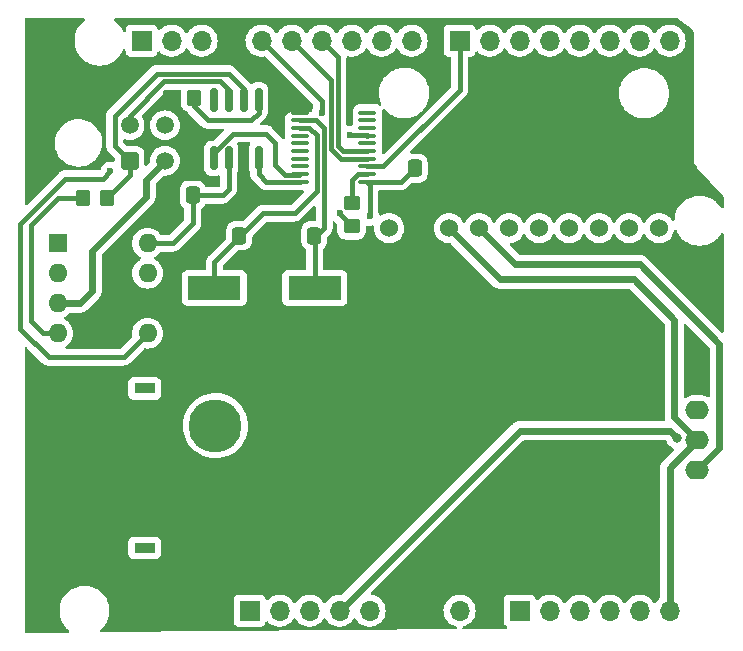
<source format=gbl>
G04 #@! TF.GenerationSoftware,KiCad,Pcbnew,6.0.7-f9a2dced07~116~ubuntu20.04.1*
G04 #@! TF.CreationDate,2022-08-24T23:56:41+08:00*
G04 #@! TF.ProjectId,arduino_can_bus_shield_v2.1,61726475-696e-46f5-9f63-616e5f627573,rev?*
G04 #@! TF.SameCoordinates,Original*
G04 #@! TF.FileFunction,Copper,L2,Bot*
G04 #@! TF.FilePolarity,Positive*
%FSLAX46Y46*%
G04 Gerber Fmt 4.6, Leading zero omitted, Abs format (unit mm)*
G04 Created by KiCad (PCBNEW 6.0.7-f9a2dced07~116~ubuntu20.04.1) date 2022-08-24 23:56:41*
%MOMM*%
%LPD*%
G01*
G04 APERTURE LIST*
G04 Aperture macros list*
%AMRoundRect*
0 Rectangle with rounded corners*
0 $1 Rounding radius*
0 $2 $3 $4 $5 $6 $7 $8 $9 X,Y pos of 4 corners*
0 Add a 4 corners polygon primitive as box body*
4,1,4,$2,$3,$4,$5,$6,$7,$8,$9,$2,$3,0*
0 Add four circle primitives for the rounded corners*
1,1,$1+$1,$2,$3*
1,1,$1+$1,$4,$5*
1,1,$1+$1,$6,$7*
1,1,$1+$1,$8,$9*
0 Add four rect primitives between the rounded corners*
20,1,$1+$1,$2,$3,$4,$5,0*
20,1,$1+$1,$4,$5,$6,$7,0*
20,1,$1+$1,$6,$7,$8,$9,0*
20,1,$1+$1,$8,$9,$2,$3,0*%
G04 Aperture macros list end*
G04 #@! TA.AperFunction,ComponentPad*
%ADD10R,1.700000X1.700000*%
G04 #@! TD*
G04 #@! TA.AperFunction,ComponentPad*
%ADD11O,1.700000X1.700000*%
G04 #@! TD*
G04 #@! TA.AperFunction,WasherPad*
%ADD12R,1.800000X0.900000*%
G04 #@! TD*
G04 #@! TA.AperFunction,ComponentPad*
%ADD13C,4.500000*%
G04 #@! TD*
G04 #@! TA.AperFunction,ComponentPad*
%ADD14RoundRect,0.250001X0.499999X-0.499999X0.499999X0.499999X-0.499999X0.499999X-0.499999X-0.499999X0*%
G04 #@! TD*
G04 #@! TA.AperFunction,ComponentPad*
%ADD15C,1.500000*%
G04 #@! TD*
G04 #@! TA.AperFunction,ComponentPad*
%ADD16C,1.524000*%
G04 #@! TD*
G04 #@! TA.AperFunction,ComponentPad*
%ADD17R,1.600000X1.600000*%
G04 #@! TD*
G04 #@! TA.AperFunction,ComponentPad*
%ADD18O,1.600000X1.600000*%
G04 #@! TD*
G04 #@! TA.AperFunction,ComponentPad*
%ADD19O,2.000000X1.600000*%
G04 #@! TD*
G04 #@! TA.AperFunction,SMDPad,CuDef*
%ADD20RoundRect,0.250000X0.337500X0.475000X-0.337500X0.475000X-0.337500X-0.475000X0.337500X-0.475000X0*%
G04 #@! TD*
G04 #@! TA.AperFunction,SMDPad,CuDef*
%ADD21R,4.500000X2.000000*%
G04 #@! TD*
G04 #@! TA.AperFunction,SMDPad,CuDef*
%ADD22RoundRect,0.250000X-0.337500X-0.475000X0.337500X-0.475000X0.337500X0.475000X-0.337500X0.475000X0*%
G04 #@! TD*
G04 #@! TA.AperFunction,SMDPad,CuDef*
%ADD23RoundRect,0.100000X-0.637500X-0.100000X0.637500X-0.100000X0.637500X0.100000X-0.637500X0.100000X0*%
G04 #@! TD*
G04 #@! TA.AperFunction,SMDPad,CuDef*
%ADD24RoundRect,0.250000X0.350000X0.450000X-0.350000X0.450000X-0.350000X-0.450000X0.350000X-0.450000X0*%
G04 #@! TD*
G04 #@! TA.AperFunction,SMDPad,CuDef*
%ADD25RoundRect,0.250000X0.450000X-0.350000X0.450000X0.350000X-0.450000X0.350000X-0.450000X-0.350000X0*%
G04 #@! TD*
G04 #@! TA.AperFunction,SMDPad,CuDef*
%ADD26RoundRect,0.150000X0.150000X-0.825000X0.150000X0.825000X-0.150000X0.825000X-0.150000X-0.825000X0*%
G04 #@! TD*
G04 #@! TA.AperFunction,ViaPad*
%ADD27C,0.600000*%
G04 #@! TD*
G04 #@! TA.AperFunction,ViaPad*
%ADD28C,0.800000*%
G04 #@! TD*
G04 #@! TA.AperFunction,Conductor*
%ADD29C,0.400000*%
G04 #@! TD*
G04 #@! TA.AperFunction,Conductor*
%ADD30C,0.600000*%
G04 #@! TD*
G04 APERTURE END LIST*
D10*
X127940000Y-97460000D03*
D11*
X130480000Y-97460000D03*
X133020000Y-97460000D03*
X135560000Y-97460000D03*
X138100000Y-97460000D03*
X140640000Y-97460000D03*
X143180000Y-97460000D03*
X145720000Y-97460000D03*
D10*
X150800000Y-97460000D03*
D11*
X153340000Y-97460000D03*
X155880000Y-97460000D03*
X158420000Y-97460000D03*
X160960000Y-97460000D03*
X163500000Y-97460000D03*
D10*
X118796000Y-49200000D03*
D11*
X121336000Y-49200000D03*
X123876000Y-49200000D03*
X126416000Y-49200000D03*
X128956000Y-49200000D03*
X131496000Y-49200000D03*
X134036000Y-49200000D03*
X136576000Y-49200000D03*
X139116000Y-49200000D03*
X141656000Y-49200000D03*
D10*
X145720000Y-49200000D03*
D11*
X148260000Y-49200000D03*
X150800000Y-49200000D03*
X153340000Y-49200000D03*
X155880000Y-49200000D03*
X158420000Y-49200000D03*
X160960000Y-49200000D03*
X163500000Y-49200000D03*
D12*
X119050000Y-92145000D03*
X119050000Y-78645000D03*
D13*
X125050000Y-88995000D03*
X125050000Y-81795000D03*
D14*
X117780000Y-59360000D03*
D15*
X117780000Y-56360000D03*
X120780000Y-59360000D03*
X120780000Y-56360000D03*
D16*
X139751000Y-65075000D03*
X142291000Y-65075000D03*
X144831000Y-65075000D03*
X147371000Y-65075000D03*
X149911000Y-65075000D03*
X152451000Y-65075000D03*
X154991000Y-65075000D03*
X157531000Y-65075000D03*
X160071000Y-65075000D03*
X162611000Y-65075000D03*
D17*
X111684000Y-66345000D03*
D18*
X111684000Y-68885000D03*
X111684000Y-71425000D03*
X111684000Y-73965000D03*
X119304000Y-73965000D03*
X119304000Y-71425000D03*
X119304000Y-68885000D03*
X119304000Y-66345000D03*
D19*
X165845000Y-77965000D03*
X165845000Y-80505000D03*
X165845000Y-83045000D03*
X165845000Y-85585000D03*
D20*
X127072500Y-65710000D03*
X124997500Y-65710000D03*
D21*
X124960000Y-70155000D03*
X133460000Y-70155000D03*
D20*
X123135500Y-62281000D03*
X121060500Y-62281000D03*
D22*
X141910000Y-59995000D03*
X143985000Y-59995000D03*
D23*
X132189500Y-61142000D03*
X132189500Y-60492000D03*
X132189500Y-59842000D03*
X132189500Y-59192000D03*
X132189500Y-58542000D03*
X132189500Y-57892000D03*
X132189500Y-57242000D03*
X132189500Y-56592000D03*
X132189500Y-55942000D03*
X132189500Y-55292000D03*
X137914500Y-55292000D03*
X137914500Y-55942000D03*
X137914500Y-56592000D03*
X137914500Y-57242000D03*
X137914500Y-57892000D03*
X137914500Y-58542000D03*
X137914500Y-59192000D03*
X137914500Y-59842000D03*
X137914500Y-60492000D03*
X137914500Y-61142000D03*
D24*
X123225000Y-54026000D03*
X121225000Y-54026000D03*
X115859000Y-62535000D03*
X113859000Y-62535000D03*
D20*
X133422500Y-65710000D03*
X131347500Y-65710000D03*
D25*
X136576000Y-64932000D03*
X136576000Y-62932000D03*
D26*
X128702000Y-59168000D03*
X127432000Y-59168000D03*
X126162000Y-59168000D03*
X124892000Y-59168000D03*
X124892000Y-54218000D03*
X126162000Y-54218000D03*
X127432000Y-54218000D03*
X128702000Y-54218000D03*
D27*
X134036000Y-55296000D03*
X136449000Y-57201000D03*
D28*
X110160000Y-97460000D03*
X149530000Y-53645000D03*
X134925000Y-82220000D03*
X153975000Y-77775000D03*
X153975000Y-72695000D03*
X155245000Y-56820000D03*
X129210000Y-51740000D03*
X158420000Y-59995000D03*
X129210000Y-74600000D03*
X140005000Y-56820000D03*
X152070000Y-56820000D03*
X166675000Y-70155000D03*
X133655000Y-74600000D03*
X162865000Y-59995000D03*
X136195000Y-90475000D03*
X147625000Y-72695000D03*
X111430000Y-82220000D03*
X153975000Y-91110000D03*
X155245000Y-53645000D03*
X110795000Y-53010000D03*
X157785000Y-87300000D03*
X148260000Y-97460000D03*
X152070000Y-53645000D03*
X110795000Y-55550000D03*
X149530000Y-56820000D03*
X122860000Y-56185000D03*
X116510000Y-98095000D03*
X143815000Y-57455000D03*
X153975000Y-87300000D03*
X115240000Y-53010000D03*
X129210000Y-89840000D03*
X157785000Y-91110000D03*
X147625000Y-77775000D03*
X124765000Y-74600000D03*
X110795000Y-49835000D03*
X119050000Y-82855000D03*
X111430000Y-87935000D03*
X119050000Y-87300000D03*
D27*
X135560000Y-63805000D03*
D28*
X164135000Y-82855000D03*
D27*
X138100000Y-64059000D03*
X116129000Y-60249000D03*
D29*
X134036000Y-54280000D02*
X134036000Y-55296000D01*
X135560000Y-63916000D02*
X136576000Y-64932000D01*
X135560000Y-63805000D02*
X135560000Y-63916000D01*
D30*
X167709997Y-83720003D02*
X165845000Y-85585000D01*
X167709997Y-74872997D02*
X167709997Y-83720003D01*
X150419000Y-68123000D02*
X160960000Y-68123000D01*
X147371000Y-65075000D02*
X150419000Y-68123000D01*
X160960000Y-68123000D02*
X167709997Y-74872997D01*
X163500000Y-97460000D02*
X163500000Y-85390000D01*
X144831000Y-65075000D02*
X149149000Y-69393000D01*
X163881000Y-72822000D02*
X163881000Y-81081000D01*
X149149000Y-69393000D02*
X160452000Y-69393000D01*
X163500000Y-85390000D02*
X165845000Y-83045000D01*
X163881000Y-81081000D02*
X165845000Y-83045000D01*
X160452000Y-69393000D02*
X163881000Y-72822000D01*
D29*
X145720000Y-53391000D02*
X139269000Y-59842000D01*
X139269000Y-59842000D02*
X137914500Y-59842000D01*
X145720000Y-49200000D02*
X145720000Y-53391000D01*
D30*
X163500000Y-82220000D02*
X150800000Y-82220000D01*
X164135000Y-82855000D02*
X163500000Y-82220000D01*
X150800000Y-82220000D02*
X135560000Y-97460000D01*
D29*
X133655000Y-61900000D02*
X133655000Y-59700528D01*
X124960000Y-70155000D02*
X124960000Y-67949500D01*
X133633000Y-57228000D02*
X132997000Y-56592000D01*
X131750000Y-63805000D02*
X133655000Y-61900000D01*
X129104500Y-63805000D02*
X131750000Y-63805000D01*
X132997000Y-56592000D02*
X132189500Y-56592000D01*
X133633000Y-59678528D02*
X133633000Y-57228000D01*
X133655000Y-59700528D02*
X133633000Y-59678528D01*
X126564500Y-66345000D02*
X129104500Y-63805000D01*
X124960000Y-67949500D02*
X126564500Y-66345000D01*
X137914500Y-61142000D02*
X137914500Y-61175000D01*
X138100000Y-64059000D02*
X138100000Y-61327500D01*
X140763000Y-61142000D02*
X141910000Y-59995000D01*
X138100000Y-61327500D02*
X137914500Y-61142000D01*
X123135500Y-64672500D02*
X121463000Y-66345000D01*
X137914500Y-61142000D02*
X140763000Y-61142000D01*
X126162000Y-61773000D02*
X125654000Y-62281000D01*
X125654000Y-62281000D02*
X123135500Y-62281000D01*
X121463000Y-66345000D02*
X119304000Y-66345000D01*
X123135500Y-62281000D02*
X123135500Y-64672500D01*
X126162000Y-59168000D02*
X126162000Y-61773000D01*
X134233000Y-56636000D02*
X134233000Y-59430000D01*
X132189500Y-55942000D02*
X133539000Y-55942000D01*
X133460000Y-65864528D02*
X133460000Y-70155000D01*
X134255000Y-65069528D02*
X133460000Y-65864528D01*
X133539000Y-55942000D02*
X134233000Y-56636000D01*
X134233000Y-59430000D02*
X134255000Y-59452000D01*
X134255000Y-59452000D02*
X134255000Y-65069528D01*
X126162000Y-51994000D02*
X120066000Y-51994000D01*
X116510000Y-55550000D02*
X116510000Y-58090000D01*
X117780000Y-60614000D02*
X115859000Y-62535000D01*
X116510000Y-58090000D02*
X117780000Y-59360000D01*
X127432000Y-53264000D02*
X126162000Y-51994000D01*
X120066000Y-51994000D02*
X116510000Y-55550000D01*
X127432000Y-54218000D02*
X127432000Y-53264000D01*
X117780000Y-59360000D02*
X117780000Y-60614000D01*
X115494000Y-60884000D02*
X116129000Y-60249000D01*
X108509000Y-64694000D02*
X112319000Y-60884000D01*
X108509000Y-73584000D02*
X108509000Y-64694000D01*
X125400000Y-52629000D02*
X120701000Y-52629000D01*
X117272000Y-75997000D02*
X110922000Y-75997000D01*
X126162000Y-54218000D02*
X126162000Y-53391000D01*
X110922000Y-75997000D02*
X108509000Y-73584000D01*
X117780000Y-55550000D02*
X117780000Y-56360000D01*
X112319000Y-60884000D02*
X115494000Y-60884000D01*
X120701000Y-52629000D02*
X117780000Y-55550000D01*
X126162000Y-53391000D02*
X125400000Y-52629000D01*
X119304000Y-73965000D02*
X117272000Y-75997000D01*
D30*
X119177000Y-60963000D02*
X119177000Y-62408000D01*
X114605000Y-66980000D02*
X114605000Y-70409000D01*
X120780000Y-59360000D02*
X119177000Y-60963000D01*
X114605000Y-70409000D02*
X113589000Y-71425000D01*
X113589000Y-71425000D02*
X111684000Y-71425000D01*
X119177000Y-62408000D02*
X114605000Y-66980000D01*
D29*
X123225000Y-54772000D02*
X123225000Y-54026000D01*
X128702000Y-54218000D02*
X128702000Y-55296000D01*
X128702000Y-55296000D02*
X128067000Y-55931000D01*
X128067000Y-55931000D02*
X124384000Y-55931000D01*
X124384000Y-55931000D02*
X123225000Y-54772000D01*
X110414000Y-73965000D02*
X111684000Y-73965000D01*
X109398000Y-72949000D02*
X110414000Y-73965000D01*
X109398000Y-64821000D02*
X109398000Y-72949000D01*
X113859000Y-62535000D02*
X111684000Y-62535000D01*
X111684000Y-62535000D02*
X109398000Y-64821000D01*
X136576000Y-61011000D02*
X137095000Y-60492000D01*
X137095000Y-60492000D02*
X137914500Y-60492000D01*
X136576000Y-62932000D02*
X136576000Y-61011000D01*
X128702000Y-60503000D02*
X129341000Y-61142000D01*
X128702000Y-59168000D02*
X128702000Y-60503000D01*
X129341000Y-61142000D02*
X132189500Y-61142000D01*
X126503183Y-57074000D02*
X129337000Y-57074000D01*
X130099000Y-59741000D02*
X130900000Y-60542000D01*
X129337000Y-57074000D02*
X130099000Y-57836000D01*
X124892000Y-58685183D02*
X126503183Y-57074000D01*
X130900000Y-60542000D02*
X132139500Y-60542000D01*
X130099000Y-57836000D02*
X130099000Y-59741000D01*
X132139500Y-60542000D02*
X132189500Y-60492000D01*
X124892000Y-59168000D02*
X124892000Y-58685183D01*
X137873500Y-57201000D02*
X137914500Y-57242000D01*
X136449000Y-57201000D02*
X137873500Y-57201000D01*
X128956000Y-49200000D02*
X134036000Y-54280000D01*
X135433000Y-58090000D02*
X135885000Y-58542000D01*
X134036000Y-49200000D02*
X135433000Y-50597000D01*
X135433000Y-50597000D02*
X135433000Y-58090000D01*
X135885000Y-58542000D02*
X137914500Y-58542000D01*
X134833000Y-58338528D02*
X135686472Y-59192000D01*
X134833000Y-52537000D02*
X134833000Y-58338528D01*
X131496000Y-49200000D02*
X134833000Y-52537000D01*
X135686472Y-59192000D02*
X137914500Y-59192000D01*
G04 #@! TA.AperFunction,Conductor*
G36*
X113953273Y-47315002D02*
G01*
X113999766Y-47368658D01*
X114009870Y-47438932D01*
X113980376Y-47503512D01*
X113957602Y-47524087D01*
X113913489Y-47555090D01*
X113913482Y-47555095D01*
X113909977Y-47557559D01*
X113906836Y-47560478D01*
X113768725Y-47688819D01*
X113699378Y-47753260D01*
X113517287Y-47975732D01*
X113367073Y-48220858D01*
X113251517Y-48484102D01*
X113250342Y-48488229D01*
X113250341Y-48488230D01*
X113247097Y-48499618D01*
X113172756Y-48760594D01*
X113132249Y-49045216D01*
X113132227Y-49049505D01*
X113132226Y-49049512D01*
X113130765Y-49328417D01*
X113130743Y-49332703D01*
X113168268Y-49617734D01*
X113244129Y-49895036D01*
X113245813Y-49898984D01*
X113341202Y-50122618D01*
X113356923Y-50159476D01*
X113504561Y-50406161D01*
X113684313Y-50630528D01*
X113892851Y-50828423D01*
X114126317Y-50996186D01*
X114130112Y-50998195D01*
X114130113Y-50998196D01*
X114151869Y-51009715D01*
X114380392Y-51130712D01*
X114404699Y-51139607D01*
X114617724Y-51217563D01*
X114650373Y-51229511D01*
X114931264Y-51290755D01*
X114950387Y-51292260D01*
X115154282Y-51308307D01*
X115154291Y-51308307D01*
X115156739Y-51308500D01*
X115312271Y-51308500D01*
X115314407Y-51308354D01*
X115314418Y-51308354D01*
X115522548Y-51294165D01*
X115522554Y-51294164D01*
X115526825Y-51293873D01*
X115531020Y-51293004D01*
X115531022Y-51293004D01*
X115752892Y-51247057D01*
X115808342Y-51235574D01*
X116079343Y-51139607D01*
X116334812Y-51007750D01*
X116338313Y-51005289D01*
X116338317Y-51005287D01*
X116501683Y-50890471D01*
X116570023Y-50842441D01*
X116714757Y-50707946D01*
X116777479Y-50649661D01*
X116777481Y-50649658D01*
X116780622Y-50646740D01*
X116962713Y-50424268D01*
X117112927Y-50179142D01*
X117116927Y-50170031D01*
X117196127Y-49989607D01*
X117241823Y-49935271D01*
X117309641Y-49914266D01*
X117378049Y-49933260D01*
X117425329Y-49986224D01*
X117437500Y-50040252D01*
X117437500Y-50098134D01*
X117444255Y-50160316D01*
X117495385Y-50296705D01*
X117582739Y-50413261D01*
X117699295Y-50500615D01*
X117835684Y-50551745D01*
X117897866Y-50558500D01*
X119694134Y-50558500D01*
X119756316Y-50551745D01*
X119892705Y-50500615D01*
X120009261Y-50413261D01*
X120096615Y-50296705D01*
X120118799Y-50237529D01*
X120140598Y-50179382D01*
X120183240Y-50122618D01*
X120249802Y-50097918D01*
X120319150Y-50113126D01*
X120353817Y-50141114D01*
X120382250Y-50173938D01*
X120554126Y-50316632D01*
X120747000Y-50429338D01*
X120955692Y-50509030D01*
X120960760Y-50510061D01*
X120960763Y-50510062D01*
X121020891Y-50522295D01*
X121174597Y-50553567D01*
X121179772Y-50553757D01*
X121179774Y-50553757D01*
X121392673Y-50561564D01*
X121392677Y-50561564D01*
X121397837Y-50561753D01*
X121402957Y-50561097D01*
X121402959Y-50561097D01*
X121614288Y-50534025D01*
X121614289Y-50534025D01*
X121619416Y-50533368D01*
X121624366Y-50531883D01*
X121828429Y-50470661D01*
X121828434Y-50470659D01*
X121833384Y-50469174D01*
X122033994Y-50370896D01*
X122215860Y-50241173D01*
X122374096Y-50083489D01*
X122433594Y-50000689D01*
X122504453Y-49902077D01*
X122505776Y-49903028D01*
X122552645Y-49859857D01*
X122622580Y-49847625D01*
X122688026Y-49875144D01*
X122715875Y-49906994D01*
X122775987Y-50005088D01*
X122922250Y-50173938D01*
X123094126Y-50316632D01*
X123287000Y-50429338D01*
X123495692Y-50509030D01*
X123500760Y-50510061D01*
X123500763Y-50510062D01*
X123560891Y-50522295D01*
X123714597Y-50553567D01*
X123719772Y-50553757D01*
X123719774Y-50553757D01*
X123932673Y-50561564D01*
X123932677Y-50561564D01*
X123937837Y-50561753D01*
X123942957Y-50561097D01*
X123942959Y-50561097D01*
X124154288Y-50534025D01*
X124154289Y-50534025D01*
X124159416Y-50533368D01*
X124164366Y-50531883D01*
X124368429Y-50470661D01*
X124368434Y-50470659D01*
X124373384Y-50469174D01*
X124573994Y-50370896D01*
X124755860Y-50241173D01*
X124914096Y-50083489D01*
X124973594Y-50000689D01*
X125041435Y-49906277D01*
X125044453Y-49902077D01*
X125049979Y-49890897D01*
X125141136Y-49706453D01*
X125141137Y-49706451D01*
X125143430Y-49701811D01*
X125208370Y-49488069D01*
X125237529Y-49266590D01*
X125239156Y-49200000D01*
X125220852Y-48977361D01*
X125166431Y-48760702D01*
X125077354Y-48555840D01*
X124996769Y-48431274D01*
X124958822Y-48372617D01*
X124958820Y-48372614D01*
X124956014Y-48368277D01*
X124805670Y-48203051D01*
X124801619Y-48199852D01*
X124801615Y-48199848D01*
X124634414Y-48067800D01*
X124634410Y-48067798D01*
X124630359Y-48064598D01*
X124434789Y-47956638D01*
X124429920Y-47954914D01*
X124429916Y-47954912D01*
X124229087Y-47883795D01*
X124229083Y-47883794D01*
X124224212Y-47882069D01*
X124219119Y-47881162D01*
X124219116Y-47881161D01*
X124009373Y-47843800D01*
X124009367Y-47843799D01*
X124004284Y-47842894D01*
X123930452Y-47841992D01*
X123786081Y-47840228D01*
X123786079Y-47840228D01*
X123780911Y-47840165D01*
X123560091Y-47873955D01*
X123347756Y-47943357D01*
X123149607Y-48046507D01*
X123145474Y-48049610D01*
X123145471Y-48049612D01*
X122975100Y-48177530D01*
X122970965Y-48180635D01*
X122967393Y-48184373D01*
X122826888Y-48331403D01*
X122816629Y-48342138D01*
X122709201Y-48499621D01*
X122654293Y-48544621D01*
X122583768Y-48552792D01*
X122520021Y-48521538D01*
X122499324Y-48497054D01*
X122418822Y-48372617D01*
X122418820Y-48372614D01*
X122416014Y-48368277D01*
X122265670Y-48203051D01*
X122261619Y-48199852D01*
X122261615Y-48199848D01*
X122094414Y-48067800D01*
X122094410Y-48067798D01*
X122090359Y-48064598D01*
X121894789Y-47956638D01*
X121889920Y-47954914D01*
X121889916Y-47954912D01*
X121689087Y-47883795D01*
X121689083Y-47883794D01*
X121684212Y-47882069D01*
X121679119Y-47881162D01*
X121679116Y-47881161D01*
X121469373Y-47843800D01*
X121469367Y-47843799D01*
X121464284Y-47842894D01*
X121390452Y-47841992D01*
X121246081Y-47840228D01*
X121246079Y-47840228D01*
X121240911Y-47840165D01*
X121020091Y-47873955D01*
X120807756Y-47943357D01*
X120609607Y-48046507D01*
X120605474Y-48049610D01*
X120605471Y-48049612D01*
X120435100Y-48177530D01*
X120430965Y-48180635D01*
X120374537Y-48239684D01*
X120350283Y-48265064D01*
X120288759Y-48300494D01*
X120217846Y-48297037D01*
X120160060Y-48255791D01*
X120141207Y-48222243D01*
X120099767Y-48111703D01*
X120096615Y-48103295D01*
X120009261Y-47986739D01*
X119892705Y-47899385D01*
X119756316Y-47848255D01*
X119694134Y-47841500D01*
X117897866Y-47841500D01*
X117835684Y-47848255D01*
X117699295Y-47899385D01*
X117582739Y-47986739D01*
X117495385Y-48103295D01*
X117444255Y-48239684D01*
X117437500Y-48301866D01*
X117437500Y-48361123D01*
X117417498Y-48429244D01*
X117363842Y-48475737D01*
X117293568Y-48485841D01*
X117228988Y-48456347D01*
X117195603Y-48410558D01*
X117124763Y-48244476D01*
X117124761Y-48244472D01*
X117123077Y-48240524D01*
X117019704Y-48067800D01*
X116977643Y-47997521D01*
X116977640Y-47997517D01*
X116975439Y-47993839D01*
X116795687Y-47769472D01*
X116587149Y-47571577D01*
X116519993Y-47523320D01*
X116476347Y-47467328D01*
X116469901Y-47396625D01*
X116502704Y-47333660D01*
X116564340Y-47298426D01*
X116593521Y-47295000D01*
X164092144Y-47295000D01*
X164160265Y-47315002D01*
X164168964Y-47321127D01*
X165359388Y-48236837D01*
X165482324Y-48331403D01*
X165524122Y-48388791D01*
X165531500Y-48431274D01*
X165531500Y-59288928D01*
X165530145Y-59301058D01*
X165530627Y-59301097D01*
X165529907Y-59310044D01*
X165527926Y-59318800D01*
X165528482Y-59327760D01*
X165531258Y-59372508D01*
X165531500Y-59380310D01*
X165531500Y-59396513D01*
X165532136Y-59400953D01*
X165532984Y-59406878D01*
X165534013Y-59416928D01*
X165536945Y-59464177D01*
X165539994Y-59472623D01*
X165540593Y-59475514D01*
X165544822Y-59492480D01*
X165545648Y-59495305D01*
X165546920Y-59504187D01*
X165566522Y-59547298D01*
X165570327Y-59556647D01*
X165586404Y-59601181D01*
X165591699Y-59608429D01*
X165593080Y-59611027D01*
X165601915Y-59626145D01*
X165603494Y-59628614D01*
X165607208Y-59636782D01*
X165621972Y-59653917D01*
X165638115Y-59672652D01*
X165644401Y-59680569D01*
X165649548Y-59687615D01*
X165649553Y-59687620D01*
X165652425Y-59691552D01*
X165663400Y-59702527D01*
X165669758Y-59709374D01*
X165702287Y-59747127D01*
X165709822Y-59752011D01*
X165716066Y-59757458D01*
X165727931Y-59767058D01*
X165749095Y-59788222D01*
X165783121Y-59850534D01*
X165786000Y-59877317D01*
X165786000Y-59995000D01*
X168036851Y-62364317D01*
X168069267Y-62427478D01*
X168071500Y-62451097D01*
X168071500Y-63272636D01*
X168051498Y-63340757D01*
X167997842Y-63387250D01*
X167927568Y-63397354D01*
X167862988Y-63367860D01*
X167837384Y-63337342D01*
X167826333Y-63318876D01*
X167794843Y-63266260D01*
X167777643Y-63237521D01*
X167777640Y-63237517D01*
X167775439Y-63233839D01*
X167595687Y-63009472D01*
X167424536Y-62847056D01*
X167390258Y-62814527D01*
X167390255Y-62814525D01*
X167387149Y-62811577D01*
X167153683Y-62643814D01*
X167131843Y-62632250D01*
X167069639Y-62599315D01*
X166899608Y-62509288D01*
X166693814Y-62433978D01*
X166633658Y-62411964D01*
X166633656Y-62411963D01*
X166629627Y-62410489D01*
X166348736Y-62349245D01*
X166317685Y-62346801D01*
X166125718Y-62331693D01*
X166125709Y-62331693D01*
X166123261Y-62331500D01*
X165967729Y-62331500D01*
X165965593Y-62331646D01*
X165965582Y-62331646D01*
X165757452Y-62345835D01*
X165757446Y-62345836D01*
X165753175Y-62346127D01*
X165748980Y-62346996D01*
X165748978Y-62346996D01*
X165665338Y-62364317D01*
X165471658Y-62404426D01*
X165200657Y-62500393D01*
X165196848Y-62502359D01*
X165008999Y-62599315D01*
X164945188Y-62632250D01*
X164941687Y-62634711D01*
X164941683Y-62634713D01*
X164931594Y-62641804D01*
X164709977Y-62797559D01*
X164499378Y-62993260D01*
X164317287Y-63215732D01*
X164167073Y-63460858D01*
X164165347Y-63464791D01*
X164165346Y-63464792D01*
X164073828Y-63673275D01*
X164051517Y-63724102D01*
X164050342Y-63728229D01*
X164050341Y-63728230D01*
X164048840Y-63733498D01*
X163972756Y-64000594D01*
X163932249Y-64285216D01*
X163932031Y-64326840D01*
X163931923Y-64347467D01*
X163911565Y-64415482D01*
X163857666Y-64461693D01*
X163787340Y-64471429D01*
X163722915Y-64441598D01*
X163702712Y-64419078D01*
X163591136Y-64259730D01*
X163591134Y-64259727D01*
X163587977Y-64255219D01*
X163430781Y-64098023D01*
X163426273Y-64094866D01*
X163426270Y-64094864D01*
X163301615Y-64007580D01*
X163248677Y-63970512D01*
X163243695Y-63968189D01*
X163243690Y-63968186D01*
X163052178Y-63878883D01*
X163052177Y-63878882D01*
X163047196Y-63876560D01*
X163041888Y-63875138D01*
X163041886Y-63875137D01*
X162976051Y-63857497D01*
X162832463Y-63819022D01*
X162611000Y-63799647D01*
X162389537Y-63819022D01*
X162245949Y-63857497D01*
X162180114Y-63875137D01*
X162180112Y-63875138D01*
X162174804Y-63876560D01*
X162169823Y-63878882D01*
X162169822Y-63878883D01*
X161978311Y-63968186D01*
X161978306Y-63968189D01*
X161973324Y-63970512D01*
X161968817Y-63973668D01*
X161968815Y-63973669D01*
X161795730Y-64094864D01*
X161795727Y-64094866D01*
X161791219Y-64098023D01*
X161634023Y-64255219D01*
X161630866Y-64259727D01*
X161630864Y-64259730D01*
X161509669Y-64432815D01*
X161506512Y-64437324D01*
X161504189Y-64442306D01*
X161504186Y-64442311D01*
X161455195Y-64547373D01*
X161408277Y-64600658D01*
X161340000Y-64620119D01*
X161272040Y-64599577D01*
X161226805Y-64547373D01*
X161177814Y-64442311D01*
X161177811Y-64442306D01*
X161175488Y-64437324D01*
X161172331Y-64432815D01*
X161051136Y-64259730D01*
X161051134Y-64259727D01*
X161047977Y-64255219D01*
X160890781Y-64098023D01*
X160886273Y-64094866D01*
X160886270Y-64094864D01*
X160761615Y-64007580D01*
X160708677Y-63970512D01*
X160703695Y-63968189D01*
X160703690Y-63968186D01*
X160512178Y-63878883D01*
X160512177Y-63878882D01*
X160507196Y-63876560D01*
X160501888Y-63875138D01*
X160501886Y-63875137D01*
X160436051Y-63857497D01*
X160292463Y-63819022D01*
X160071000Y-63799647D01*
X159849537Y-63819022D01*
X159705949Y-63857497D01*
X159640114Y-63875137D01*
X159640112Y-63875138D01*
X159634804Y-63876560D01*
X159629823Y-63878882D01*
X159629822Y-63878883D01*
X159438311Y-63968186D01*
X159438306Y-63968189D01*
X159433324Y-63970512D01*
X159428817Y-63973668D01*
X159428815Y-63973669D01*
X159255730Y-64094864D01*
X159255727Y-64094866D01*
X159251219Y-64098023D01*
X159094023Y-64255219D01*
X159090866Y-64259727D01*
X159090864Y-64259730D01*
X158969669Y-64432815D01*
X158966512Y-64437324D01*
X158964189Y-64442306D01*
X158964186Y-64442311D01*
X158915195Y-64547373D01*
X158868277Y-64600658D01*
X158800000Y-64620119D01*
X158732040Y-64599577D01*
X158686805Y-64547373D01*
X158637814Y-64442311D01*
X158637811Y-64442306D01*
X158635488Y-64437324D01*
X158632331Y-64432815D01*
X158511136Y-64259730D01*
X158511134Y-64259727D01*
X158507977Y-64255219D01*
X158350781Y-64098023D01*
X158346273Y-64094866D01*
X158346270Y-64094864D01*
X158221615Y-64007580D01*
X158168677Y-63970512D01*
X158163695Y-63968189D01*
X158163690Y-63968186D01*
X157972178Y-63878883D01*
X157972177Y-63878882D01*
X157967196Y-63876560D01*
X157961888Y-63875138D01*
X157961886Y-63875137D01*
X157896051Y-63857497D01*
X157752463Y-63819022D01*
X157531000Y-63799647D01*
X157309537Y-63819022D01*
X157165949Y-63857497D01*
X157100114Y-63875137D01*
X157100112Y-63875138D01*
X157094804Y-63876560D01*
X157089823Y-63878882D01*
X157089822Y-63878883D01*
X156898311Y-63968186D01*
X156898306Y-63968189D01*
X156893324Y-63970512D01*
X156888817Y-63973668D01*
X156888815Y-63973669D01*
X156715730Y-64094864D01*
X156715727Y-64094866D01*
X156711219Y-64098023D01*
X156554023Y-64255219D01*
X156550866Y-64259727D01*
X156550864Y-64259730D01*
X156429669Y-64432815D01*
X156426512Y-64437324D01*
X156424189Y-64442306D01*
X156424186Y-64442311D01*
X156375195Y-64547373D01*
X156328277Y-64600658D01*
X156260000Y-64620119D01*
X156192040Y-64599577D01*
X156146805Y-64547373D01*
X156097814Y-64442311D01*
X156097811Y-64442306D01*
X156095488Y-64437324D01*
X156092331Y-64432815D01*
X155971136Y-64259730D01*
X155971134Y-64259727D01*
X155967977Y-64255219D01*
X155810781Y-64098023D01*
X155806273Y-64094866D01*
X155806270Y-64094864D01*
X155681615Y-64007580D01*
X155628677Y-63970512D01*
X155623695Y-63968189D01*
X155623690Y-63968186D01*
X155432178Y-63878883D01*
X155432177Y-63878882D01*
X155427196Y-63876560D01*
X155421888Y-63875138D01*
X155421886Y-63875137D01*
X155356051Y-63857497D01*
X155212463Y-63819022D01*
X154991000Y-63799647D01*
X154769537Y-63819022D01*
X154625949Y-63857497D01*
X154560114Y-63875137D01*
X154560112Y-63875138D01*
X154554804Y-63876560D01*
X154549823Y-63878882D01*
X154549822Y-63878883D01*
X154358311Y-63968186D01*
X154358306Y-63968189D01*
X154353324Y-63970512D01*
X154348817Y-63973668D01*
X154348815Y-63973669D01*
X154175730Y-64094864D01*
X154175727Y-64094866D01*
X154171219Y-64098023D01*
X154014023Y-64255219D01*
X154010866Y-64259727D01*
X154010864Y-64259730D01*
X153889669Y-64432815D01*
X153886512Y-64437324D01*
X153884189Y-64442306D01*
X153884186Y-64442311D01*
X153835195Y-64547373D01*
X153788277Y-64600658D01*
X153720000Y-64620119D01*
X153652040Y-64599577D01*
X153606805Y-64547373D01*
X153557814Y-64442311D01*
X153557811Y-64442306D01*
X153555488Y-64437324D01*
X153552331Y-64432815D01*
X153431136Y-64259730D01*
X153431134Y-64259727D01*
X153427977Y-64255219D01*
X153270781Y-64098023D01*
X153266273Y-64094866D01*
X153266270Y-64094864D01*
X153141615Y-64007580D01*
X153088677Y-63970512D01*
X153083695Y-63968189D01*
X153083690Y-63968186D01*
X152892178Y-63878883D01*
X152892177Y-63878882D01*
X152887196Y-63876560D01*
X152881888Y-63875138D01*
X152881886Y-63875137D01*
X152816051Y-63857497D01*
X152672463Y-63819022D01*
X152451000Y-63799647D01*
X152229537Y-63819022D01*
X152085949Y-63857497D01*
X152020114Y-63875137D01*
X152020112Y-63875138D01*
X152014804Y-63876560D01*
X152009823Y-63878882D01*
X152009822Y-63878883D01*
X151818311Y-63968186D01*
X151818306Y-63968189D01*
X151813324Y-63970512D01*
X151808817Y-63973668D01*
X151808815Y-63973669D01*
X151635730Y-64094864D01*
X151635727Y-64094866D01*
X151631219Y-64098023D01*
X151474023Y-64255219D01*
X151470866Y-64259727D01*
X151470864Y-64259730D01*
X151349669Y-64432815D01*
X151346512Y-64437324D01*
X151344189Y-64442306D01*
X151344186Y-64442311D01*
X151295195Y-64547373D01*
X151248277Y-64600658D01*
X151180000Y-64620119D01*
X151112040Y-64599577D01*
X151066805Y-64547373D01*
X151017814Y-64442311D01*
X151017811Y-64442306D01*
X151015488Y-64437324D01*
X151012331Y-64432815D01*
X150891136Y-64259730D01*
X150891134Y-64259727D01*
X150887977Y-64255219D01*
X150730781Y-64098023D01*
X150726273Y-64094866D01*
X150726270Y-64094864D01*
X150601615Y-64007580D01*
X150548677Y-63970512D01*
X150543695Y-63968189D01*
X150543690Y-63968186D01*
X150352178Y-63878883D01*
X150352177Y-63878882D01*
X150347196Y-63876560D01*
X150341888Y-63875138D01*
X150341886Y-63875137D01*
X150276051Y-63857497D01*
X150132463Y-63819022D01*
X149911000Y-63799647D01*
X149689537Y-63819022D01*
X149545949Y-63857497D01*
X149480114Y-63875137D01*
X149480112Y-63875138D01*
X149474804Y-63876560D01*
X149469823Y-63878882D01*
X149469822Y-63878883D01*
X149278311Y-63968186D01*
X149278306Y-63968189D01*
X149273324Y-63970512D01*
X149268817Y-63973668D01*
X149268815Y-63973669D01*
X149095730Y-64094864D01*
X149095727Y-64094866D01*
X149091219Y-64098023D01*
X148934023Y-64255219D01*
X148930866Y-64259727D01*
X148930864Y-64259730D01*
X148809669Y-64432815D01*
X148806512Y-64437324D01*
X148804189Y-64442306D01*
X148804186Y-64442311D01*
X148755195Y-64547373D01*
X148708277Y-64600658D01*
X148640000Y-64620119D01*
X148572040Y-64599577D01*
X148526805Y-64547373D01*
X148477814Y-64442311D01*
X148477811Y-64442306D01*
X148475488Y-64437324D01*
X148472331Y-64432815D01*
X148351136Y-64259730D01*
X148351134Y-64259727D01*
X148347977Y-64255219D01*
X148190781Y-64098023D01*
X148186273Y-64094866D01*
X148186270Y-64094864D01*
X148061615Y-64007580D01*
X148008677Y-63970512D01*
X148003695Y-63968189D01*
X148003690Y-63968186D01*
X147812178Y-63878883D01*
X147812177Y-63878882D01*
X147807196Y-63876560D01*
X147801888Y-63875138D01*
X147801886Y-63875137D01*
X147736051Y-63857497D01*
X147592463Y-63819022D01*
X147371000Y-63799647D01*
X147149537Y-63819022D01*
X147005949Y-63857497D01*
X146940114Y-63875137D01*
X146940112Y-63875138D01*
X146934804Y-63876560D01*
X146929823Y-63878882D01*
X146929822Y-63878883D01*
X146738311Y-63968186D01*
X146738306Y-63968189D01*
X146733324Y-63970512D01*
X146728817Y-63973668D01*
X146728815Y-63973669D01*
X146555730Y-64094864D01*
X146555727Y-64094866D01*
X146551219Y-64098023D01*
X146394023Y-64255219D01*
X146390866Y-64259727D01*
X146390864Y-64259730D01*
X146269669Y-64432815D01*
X146266512Y-64437324D01*
X146264189Y-64442306D01*
X146264186Y-64442311D01*
X146215195Y-64547373D01*
X146168277Y-64600658D01*
X146100000Y-64620119D01*
X146032040Y-64599577D01*
X145986805Y-64547373D01*
X145937814Y-64442311D01*
X145937811Y-64442306D01*
X145935488Y-64437324D01*
X145932331Y-64432815D01*
X145811136Y-64259730D01*
X145811134Y-64259727D01*
X145807977Y-64255219D01*
X145650781Y-64098023D01*
X145646273Y-64094866D01*
X145646270Y-64094864D01*
X145521615Y-64007580D01*
X145468677Y-63970512D01*
X145463695Y-63968189D01*
X145463690Y-63968186D01*
X145272178Y-63878883D01*
X145272177Y-63878882D01*
X145267196Y-63876560D01*
X145261888Y-63875138D01*
X145261886Y-63875137D01*
X145196051Y-63857497D01*
X145052463Y-63819022D01*
X144831000Y-63799647D01*
X144609537Y-63819022D01*
X144465949Y-63857497D01*
X144400114Y-63875137D01*
X144400112Y-63875138D01*
X144394804Y-63876560D01*
X144389823Y-63878882D01*
X144389822Y-63878883D01*
X144198311Y-63968186D01*
X144198306Y-63968189D01*
X144193324Y-63970512D01*
X144188817Y-63973668D01*
X144188815Y-63973669D01*
X144015730Y-64094864D01*
X144015727Y-64094866D01*
X144011219Y-64098023D01*
X143854023Y-64255219D01*
X143850866Y-64259727D01*
X143850864Y-64259730D01*
X143729669Y-64432815D01*
X143726512Y-64437324D01*
X143724189Y-64442306D01*
X143724186Y-64442311D01*
X143658524Y-64583124D01*
X143632560Y-64638804D01*
X143631138Y-64644112D01*
X143631137Y-64644114D01*
X143629778Y-64649186D01*
X143575022Y-64853537D01*
X143555647Y-65075000D01*
X143575022Y-65296463D01*
X143604584Y-65406789D01*
X143629748Y-65500700D01*
X143632560Y-65511196D01*
X143634882Y-65516177D01*
X143634883Y-65516178D01*
X143724186Y-65707689D01*
X143724189Y-65707694D01*
X143726512Y-65712676D01*
X143729668Y-65717183D01*
X143729669Y-65717185D01*
X143848393Y-65886740D01*
X143854023Y-65894781D01*
X144011219Y-66051977D01*
X144015727Y-66055134D01*
X144015730Y-66055136D01*
X144030493Y-66065473D01*
X144193323Y-66179488D01*
X144198305Y-66181811D01*
X144198310Y-66181814D01*
X144389822Y-66271117D01*
X144394804Y-66273440D01*
X144400112Y-66274862D01*
X144400114Y-66274863D01*
X144465949Y-66292503D01*
X144609537Y-66330978D01*
X144831000Y-66350353D01*
X144836475Y-66349874D01*
X144836477Y-66349874D01*
X144893817Y-66344858D01*
X144963421Y-66358848D01*
X144993892Y-66381284D01*
X148570766Y-69958158D01*
X148571694Y-69959095D01*
X148634771Y-70023507D01*
X148671221Y-70046998D01*
X148681546Y-70054417D01*
X148715443Y-70081476D01*
X148721784Y-70084541D01*
X148721785Y-70084542D01*
X148745637Y-70096072D01*
X148759054Y-70103601D01*
X148787238Y-70121765D01*
X148793855Y-70124173D01*
X148793860Y-70124176D01*
X148827973Y-70136592D01*
X148839716Y-70141553D01*
X148872403Y-70157354D01*
X148872408Y-70157356D01*
X148878749Y-70160421D01*
X148885607Y-70162004D01*
X148885609Y-70162005D01*
X148911426Y-70167965D01*
X148926169Y-70172332D01*
X148957685Y-70183803D01*
X148964675Y-70184686D01*
X148964683Y-70184688D01*
X149000701Y-70189238D01*
X149013253Y-70191474D01*
X149048614Y-70199638D01*
X149048617Y-70199638D01*
X149055485Y-70201224D01*
X149062531Y-70201249D01*
X149062534Y-70201249D01*
X149096056Y-70201366D01*
X149096938Y-70201395D01*
X149097769Y-70201500D01*
X149134419Y-70201500D01*
X149134859Y-70201501D01*
X149233343Y-70201845D01*
X149233348Y-70201845D01*
X149236870Y-70201857D01*
X149238070Y-70201589D01*
X149239707Y-70201500D01*
X160064918Y-70201500D01*
X160133039Y-70221502D01*
X160154013Y-70238405D01*
X163035595Y-73119987D01*
X163069621Y-73182299D01*
X163072500Y-73209082D01*
X163072500Y-81071786D01*
X163072493Y-81073106D01*
X163071549Y-81163221D01*
X163080711Y-81205597D01*
X163082769Y-81218163D01*
X163087437Y-81259777D01*
X163087437Y-81259780D01*
X163087603Y-81261256D01*
X163087344Y-81261285D01*
X163083160Y-81328446D01*
X163041138Y-81385670D01*
X162974848Y-81411091D01*
X162964705Y-81411500D01*
X150809260Y-81411500D01*
X150807941Y-81411493D01*
X150717779Y-81410549D01*
X150710893Y-81412038D01*
X150710891Y-81412038D01*
X150701563Y-81414055D01*
X150675403Y-81419711D01*
X150662837Y-81421769D01*
X150619745Y-81426603D01*
X150613094Y-81428919D01*
X150613090Y-81428920D01*
X150588070Y-81437633D01*
X150573257Y-81441796D01*
X150540490Y-81448881D01*
X150501189Y-81467207D01*
X150489406Y-81471992D01*
X150448448Y-81486255D01*
X150442471Y-81489990D01*
X150420016Y-81504021D01*
X150406499Y-81511360D01*
X150382481Y-81522560D01*
X150382477Y-81522562D01*
X150376098Y-81525537D01*
X150370534Y-81529853D01*
X150370532Y-81529854D01*
X150341840Y-81552109D01*
X150331385Y-81559403D01*
X150294624Y-81582374D01*
X150289627Y-81587336D01*
X150289626Y-81587337D01*
X150265821Y-81610976D01*
X150265196Y-81611561D01*
X150264530Y-81612078D01*
X150238540Y-81638068D01*
X150165918Y-81710185D01*
X150165260Y-81711222D01*
X150164157Y-81712451D01*
X135807276Y-96069332D01*
X135744964Y-96103358D01*
X135698524Y-96104237D01*
X135698519Y-96104287D01*
X135698076Y-96104245D01*
X135696081Y-96104283D01*
X135688284Y-96102894D01*
X135614452Y-96101992D01*
X135470081Y-96100228D01*
X135470079Y-96100228D01*
X135464911Y-96100165D01*
X135244091Y-96133955D01*
X135031756Y-96203357D01*
X134833607Y-96306507D01*
X134829474Y-96309610D01*
X134829471Y-96309612D01*
X134725561Y-96387630D01*
X134654965Y-96440635D01*
X134651393Y-96444373D01*
X134543729Y-96557037D01*
X134500629Y-96602138D01*
X134393201Y-96759621D01*
X134338293Y-96804621D01*
X134267768Y-96812792D01*
X134204021Y-96781538D01*
X134183324Y-96757054D01*
X134102822Y-96632617D01*
X134102820Y-96632614D01*
X134100014Y-96628277D01*
X133949670Y-96463051D01*
X133945619Y-96459852D01*
X133945615Y-96459848D01*
X133778414Y-96327800D01*
X133778410Y-96327798D01*
X133774359Y-96324598D01*
X133765525Y-96319721D01*
X133722136Y-96295769D01*
X133578789Y-96216638D01*
X133573920Y-96214914D01*
X133573916Y-96214912D01*
X133373087Y-96143795D01*
X133373083Y-96143794D01*
X133368212Y-96142069D01*
X133363119Y-96141162D01*
X133363116Y-96141161D01*
X133153373Y-96103800D01*
X133153367Y-96103799D01*
X133148284Y-96102894D01*
X133074452Y-96101992D01*
X132930081Y-96100228D01*
X132930079Y-96100228D01*
X132924911Y-96100165D01*
X132704091Y-96133955D01*
X132491756Y-96203357D01*
X132293607Y-96306507D01*
X132289474Y-96309610D01*
X132289471Y-96309612D01*
X132185561Y-96387630D01*
X132114965Y-96440635D01*
X132111393Y-96444373D01*
X132003729Y-96557037D01*
X131960629Y-96602138D01*
X131853201Y-96759621D01*
X131798293Y-96804621D01*
X131727768Y-96812792D01*
X131664021Y-96781538D01*
X131643324Y-96757054D01*
X131562822Y-96632617D01*
X131562820Y-96632614D01*
X131560014Y-96628277D01*
X131409670Y-96463051D01*
X131405619Y-96459852D01*
X131405615Y-96459848D01*
X131238414Y-96327800D01*
X131238410Y-96327798D01*
X131234359Y-96324598D01*
X131225525Y-96319721D01*
X131182136Y-96295769D01*
X131038789Y-96216638D01*
X131033920Y-96214914D01*
X131033916Y-96214912D01*
X130833087Y-96143795D01*
X130833083Y-96143794D01*
X130828212Y-96142069D01*
X130823119Y-96141162D01*
X130823116Y-96141161D01*
X130613373Y-96103800D01*
X130613367Y-96103799D01*
X130608284Y-96102894D01*
X130534452Y-96101992D01*
X130390081Y-96100228D01*
X130390079Y-96100228D01*
X130384911Y-96100165D01*
X130164091Y-96133955D01*
X129951756Y-96203357D01*
X129753607Y-96306507D01*
X129749474Y-96309610D01*
X129749471Y-96309612D01*
X129645561Y-96387630D01*
X129574965Y-96440635D01*
X129495543Y-96523746D01*
X129494283Y-96525064D01*
X129432759Y-96560494D01*
X129361846Y-96557037D01*
X129304060Y-96515791D01*
X129285207Y-96482243D01*
X129243767Y-96371703D01*
X129240615Y-96363295D01*
X129153261Y-96246739D01*
X129036705Y-96159385D01*
X128900316Y-96108255D01*
X128838134Y-96101500D01*
X127041866Y-96101500D01*
X126979684Y-96108255D01*
X126843295Y-96159385D01*
X126726739Y-96246739D01*
X126639385Y-96363295D01*
X126588255Y-96499684D01*
X126581500Y-96561866D01*
X126581500Y-98358134D01*
X126588255Y-98420316D01*
X126639385Y-98556705D01*
X126726739Y-98673261D01*
X126843295Y-98760615D01*
X126979684Y-98811745D01*
X127041866Y-98818500D01*
X128838134Y-98818500D01*
X128900316Y-98811745D01*
X129036705Y-98760615D01*
X129153261Y-98673261D01*
X129240615Y-98556705D01*
X129262799Y-98497529D01*
X129284598Y-98439382D01*
X129327240Y-98382618D01*
X129393802Y-98357918D01*
X129463150Y-98373126D01*
X129497817Y-98401114D01*
X129526250Y-98433938D01*
X129698126Y-98576632D01*
X129891000Y-98689338D01*
X129895825Y-98691180D01*
X129895826Y-98691181D01*
X129946645Y-98710587D01*
X130099692Y-98769030D01*
X130104760Y-98770061D01*
X130104763Y-98770062D01*
X130212017Y-98791883D01*
X130318597Y-98813567D01*
X130323772Y-98813757D01*
X130323774Y-98813757D01*
X130536673Y-98821564D01*
X130536677Y-98821564D01*
X130541837Y-98821753D01*
X130546957Y-98821097D01*
X130546959Y-98821097D01*
X130758288Y-98794025D01*
X130758289Y-98794025D01*
X130763416Y-98793368D01*
X130768366Y-98791883D01*
X130972429Y-98730661D01*
X130972434Y-98730659D01*
X130977384Y-98729174D01*
X131177994Y-98630896D01*
X131359860Y-98501173D01*
X131518096Y-98343489D01*
X131527693Y-98330134D01*
X131648453Y-98162077D01*
X131649776Y-98163028D01*
X131696645Y-98119857D01*
X131766580Y-98107625D01*
X131832026Y-98135144D01*
X131859875Y-98166994D01*
X131919987Y-98265088D01*
X132066250Y-98433938D01*
X132238126Y-98576632D01*
X132431000Y-98689338D01*
X132435825Y-98691180D01*
X132435826Y-98691181D01*
X132486645Y-98710587D01*
X132639692Y-98769030D01*
X132644760Y-98770061D01*
X132644763Y-98770062D01*
X132752017Y-98791883D01*
X132858597Y-98813567D01*
X132863772Y-98813757D01*
X132863774Y-98813757D01*
X133076673Y-98821564D01*
X133076677Y-98821564D01*
X133081837Y-98821753D01*
X133086957Y-98821097D01*
X133086959Y-98821097D01*
X133298288Y-98794025D01*
X133298289Y-98794025D01*
X133303416Y-98793368D01*
X133308366Y-98791883D01*
X133512429Y-98730661D01*
X133512434Y-98730659D01*
X133517384Y-98729174D01*
X133717994Y-98630896D01*
X133899860Y-98501173D01*
X134058096Y-98343489D01*
X134067693Y-98330134D01*
X134188453Y-98162077D01*
X134189776Y-98163028D01*
X134236645Y-98119857D01*
X134306580Y-98107625D01*
X134372026Y-98135144D01*
X134399875Y-98166994D01*
X134459987Y-98265088D01*
X134606250Y-98433938D01*
X134778126Y-98576632D01*
X134971000Y-98689338D01*
X134975825Y-98691180D01*
X134975826Y-98691181D01*
X135026645Y-98710587D01*
X135179692Y-98769030D01*
X135184760Y-98770061D01*
X135184763Y-98770062D01*
X135292017Y-98791883D01*
X135398597Y-98813567D01*
X135403772Y-98813757D01*
X135403774Y-98813757D01*
X135616673Y-98821564D01*
X135616677Y-98821564D01*
X135621837Y-98821753D01*
X135626957Y-98821097D01*
X135626959Y-98821097D01*
X135838288Y-98794025D01*
X135838289Y-98794025D01*
X135843416Y-98793368D01*
X135848366Y-98791883D01*
X136052429Y-98730661D01*
X136052434Y-98730659D01*
X136057384Y-98729174D01*
X136257994Y-98630896D01*
X136439860Y-98501173D01*
X136598096Y-98343489D01*
X136607693Y-98330134D01*
X136728453Y-98162077D01*
X136729776Y-98163028D01*
X136776645Y-98119857D01*
X136846580Y-98107625D01*
X136912026Y-98135144D01*
X136939875Y-98166994D01*
X136999987Y-98265088D01*
X137146250Y-98433938D01*
X137318126Y-98576632D01*
X137511000Y-98689338D01*
X137515825Y-98691180D01*
X137515826Y-98691181D01*
X137566645Y-98710587D01*
X137719692Y-98769030D01*
X137724760Y-98770061D01*
X137724763Y-98770062D01*
X137832017Y-98791883D01*
X137938597Y-98813567D01*
X137943772Y-98813757D01*
X137943774Y-98813757D01*
X138156673Y-98821564D01*
X138156677Y-98821564D01*
X138161837Y-98821753D01*
X138166957Y-98821097D01*
X138166959Y-98821097D01*
X138378288Y-98794025D01*
X138378289Y-98794025D01*
X138383416Y-98793368D01*
X138388366Y-98791883D01*
X138592429Y-98730661D01*
X138592434Y-98730659D01*
X138597384Y-98729174D01*
X138797994Y-98630896D01*
X138979860Y-98501173D01*
X139138096Y-98343489D01*
X139147693Y-98330134D01*
X139265435Y-98166277D01*
X139268453Y-98162077D01*
X139273979Y-98150897D01*
X139365136Y-97966453D01*
X139365137Y-97966451D01*
X139367430Y-97961811D01*
X139432370Y-97748069D01*
X139461529Y-97526590D01*
X139463156Y-97460000D01*
X139444852Y-97237361D01*
X139390431Y-97020702D01*
X139301354Y-96815840D01*
X139180014Y-96628277D01*
X139029670Y-96463051D01*
X139025619Y-96459852D01*
X139025615Y-96459848D01*
X138858414Y-96327800D01*
X138858410Y-96327798D01*
X138854359Y-96324598D01*
X138845525Y-96319721D01*
X138802136Y-96295769D01*
X138658789Y-96216638D01*
X138653920Y-96214914D01*
X138653916Y-96214912D01*
X138453087Y-96143795D01*
X138453083Y-96143794D01*
X138448212Y-96142069D01*
X138384286Y-96130682D01*
X138323651Y-96119881D01*
X138260094Y-96088243D01*
X138223731Y-96027265D01*
X138226108Y-95956308D01*
X138256653Y-95906739D01*
X151097986Y-83065405D01*
X151160298Y-83031379D01*
X151187081Y-83028500D01*
X163112917Y-83028500D01*
X163181038Y-83048502D01*
X163202012Y-83065404D01*
X163248909Y-83112300D01*
X163279647Y-83162460D01*
X163300473Y-83226556D01*
X163395960Y-83391944D01*
X163400378Y-83396851D01*
X163400379Y-83396852D01*
X163412744Y-83410585D01*
X163523747Y-83533866D01*
X163678248Y-83646118D01*
X163684276Y-83648802D01*
X163684278Y-83648803D01*
X163802930Y-83701630D01*
X163857026Y-83747610D01*
X163877675Y-83815537D01*
X163858323Y-83883846D01*
X163840776Y-83905832D01*
X162934842Y-84811766D01*
X162933905Y-84812694D01*
X162904742Y-84841253D01*
X162869493Y-84875771D01*
X162846002Y-84912221D01*
X162838583Y-84922546D01*
X162811524Y-84956443D01*
X162808459Y-84962784D01*
X162808458Y-84962785D01*
X162796928Y-84986637D01*
X162789399Y-85000054D01*
X162771235Y-85028238D01*
X162768827Y-85034855D01*
X162768824Y-85034860D01*
X162756408Y-85068973D01*
X162751447Y-85080716D01*
X162735646Y-85113403D01*
X162735644Y-85113408D01*
X162732579Y-85119749D01*
X162730996Y-85126607D01*
X162730995Y-85126609D01*
X162725035Y-85152426D01*
X162720668Y-85167169D01*
X162709197Y-85198685D01*
X162708314Y-85205675D01*
X162708312Y-85205683D01*
X162703762Y-85241701D01*
X162701526Y-85254253D01*
X162700051Y-85260644D01*
X162691776Y-85296485D01*
X162691751Y-85303531D01*
X162691751Y-85303534D01*
X162691634Y-85337056D01*
X162691605Y-85337938D01*
X162691500Y-85338769D01*
X162691500Y-85375572D01*
X162691143Y-85477870D01*
X162691411Y-85479070D01*
X162691500Y-85480707D01*
X162691500Y-96305195D01*
X162671498Y-96373316D01*
X162641153Y-96405955D01*
X162599106Y-96437525D01*
X162599100Y-96437531D01*
X162594965Y-96440635D01*
X162591393Y-96444373D01*
X162591391Y-96444375D01*
X162483729Y-96557037D01*
X162440629Y-96602138D01*
X162333201Y-96759621D01*
X162278293Y-96804621D01*
X162207768Y-96812792D01*
X162144021Y-96781538D01*
X162123324Y-96757054D01*
X162042822Y-96632617D01*
X162042820Y-96632614D01*
X162040014Y-96628277D01*
X161889670Y-96463051D01*
X161885619Y-96459852D01*
X161885615Y-96459848D01*
X161718414Y-96327800D01*
X161718410Y-96327798D01*
X161714359Y-96324598D01*
X161705525Y-96319721D01*
X161662136Y-96295769D01*
X161518789Y-96216638D01*
X161513920Y-96214914D01*
X161513916Y-96214912D01*
X161313087Y-96143795D01*
X161313083Y-96143794D01*
X161308212Y-96142069D01*
X161303119Y-96141162D01*
X161303116Y-96141161D01*
X161093373Y-96103800D01*
X161093367Y-96103799D01*
X161088284Y-96102894D01*
X161014452Y-96101992D01*
X160870081Y-96100228D01*
X160870079Y-96100228D01*
X160864911Y-96100165D01*
X160644091Y-96133955D01*
X160431756Y-96203357D01*
X160233607Y-96306507D01*
X160229474Y-96309610D01*
X160229471Y-96309612D01*
X160125561Y-96387630D01*
X160054965Y-96440635D01*
X160051393Y-96444373D01*
X159943729Y-96557037D01*
X159900629Y-96602138D01*
X159793201Y-96759621D01*
X159738293Y-96804621D01*
X159667768Y-96812792D01*
X159604021Y-96781538D01*
X159583324Y-96757054D01*
X159502822Y-96632617D01*
X159502820Y-96632614D01*
X159500014Y-96628277D01*
X159349670Y-96463051D01*
X159345619Y-96459852D01*
X159345615Y-96459848D01*
X159178414Y-96327800D01*
X159178410Y-96327798D01*
X159174359Y-96324598D01*
X159165525Y-96319721D01*
X159122136Y-96295769D01*
X158978789Y-96216638D01*
X158973920Y-96214914D01*
X158973916Y-96214912D01*
X158773087Y-96143795D01*
X158773083Y-96143794D01*
X158768212Y-96142069D01*
X158763119Y-96141162D01*
X158763116Y-96141161D01*
X158553373Y-96103800D01*
X158553367Y-96103799D01*
X158548284Y-96102894D01*
X158474452Y-96101992D01*
X158330081Y-96100228D01*
X158330079Y-96100228D01*
X158324911Y-96100165D01*
X158104091Y-96133955D01*
X157891756Y-96203357D01*
X157693607Y-96306507D01*
X157689474Y-96309610D01*
X157689471Y-96309612D01*
X157585561Y-96387630D01*
X157514965Y-96440635D01*
X157511393Y-96444373D01*
X157403729Y-96557037D01*
X157360629Y-96602138D01*
X157253201Y-96759621D01*
X157198293Y-96804621D01*
X157127768Y-96812792D01*
X157064021Y-96781538D01*
X157043324Y-96757054D01*
X156962822Y-96632617D01*
X156962820Y-96632614D01*
X156960014Y-96628277D01*
X156809670Y-96463051D01*
X156805619Y-96459852D01*
X156805615Y-96459848D01*
X156638414Y-96327800D01*
X156638410Y-96327798D01*
X156634359Y-96324598D01*
X156625525Y-96319721D01*
X156582136Y-96295769D01*
X156438789Y-96216638D01*
X156433920Y-96214914D01*
X156433916Y-96214912D01*
X156233087Y-96143795D01*
X156233083Y-96143794D01*
X156228212Y-96142069D01*
X156223119Y-96141162D01*
X156223116Y-96141161D01*
X156013373Y-96103800D01*
X156013367Y-96103799D01*
X156008284Y-96102894D01*
X155934452Y-96101992D01*
X155790081Y-96100228D01*
X155790079Y-96100228D01*
X155784911Y-96100165D01*
X155564091Y-96133955D01*
X155351756Y-96203357D01*
X155153607Y-96306507D01*
X155149474Y-96309610D01*
X155149471Y-96309612D01*
X155045561Y-96387630D01*
X154974965Y-96440635D01*
X154971393Y-96444373D01*
X154863729Y-96557037D01*
X154820629Y-96602138D01*
X154713201Y-96759621D01*
X154658293Y-96804621D01*
X154587768Y-96812792D01*
X154524021Y-96781538D01*
X154503324Y-96757054D01*
X154422822Y-96632617D01*
X154422820Y-96632614D01*
X154420014Y-96628277D01*
X154269670Y-96463051D01*
X154265619Y-96459852D01*
X154265615Y-96459848D01*
X154098414Y-96327800D01*
X154098410Y-96327798D01*
X154094359Y-96324598D01*
X154085525Y-96319721D01*
X154042136Y-96295769D01*
X153898789Y-96216638D01*
X153893920Y-96214914D01*
X153893916Y-96214912D01*
X153693087Y-96143795D01*
X153693083Y-96143794D01*
X153688212Y-96142069D01*
X153683119Y-96141162D01*
X153683116Y-96141161D01*
X153473373Y-96103800D01*
X153473367Y-96103799D01*
X153468284Y-96102894D01*
X153394452Y-96101992D01*
X153250081Y-96100228D01*
X153250079Y-96100228D01*
X153244911Y-96100165D01*
X153024091Y-96133955D01*
X152811756Y-96203357D01*
X152613607Y-96306507D01*
X152609474Y-96309610D01*
X152609471Y-96309612D01*
X152505561Y-96387630D01*
X152434965Y-96440635D01*
X152355543Y-96523746D01*
X152354283Y-96525064D01*
X152292759Y-96560494D01*
X152221846Y-96557037D01*
X152164060Y-96515791D01*
X152145207Y-96482243D01*
X152103767Y-96371703D01*
X152100615Y-96363295D01*
X152013261Y-96246739D01*
X151896705Y-96159385D01*
X151760316Y-96108255D01*
X151698134Y-96101500D01*
X149901866Y-96101500D01*
X149839684Y-96108255D01*
X149703295Y-96159385D01*
X149586739Y-96246739D01*
X149499385Y-96363295D01*
X149448255Y-96499684D01*
X149441500Y-96561866D01*
X149441500Y-98358134D01*
X149448255Y-98420316D01*
X149499385Y-98556705D01*
X149586739Y-98673261D01*
X149626863Y-98703332D01*
X149684219Y-98746318D01*
X149703295Y-98760615D01*
X149708432Y-98762541D01*
X149757337Y-98811555D01*
X149772351Y-98880946D01*
X149747466Y-98947438D01*
X149690583Y-98989922D01*
X149647817Y-98997812D01*
X146558785Y-99025642D01*
X146074231Y-99030007D01*
X146005933Y-99010619D01*
X145958959Y-98957385D01*
X145948222Y-98887205D01*
X145977132Y-98822361D01*
X146036888Y-98783326D01*
X146212429Y-98730661D01*
X146212434Y-98730659D01*
X146217384Y-98729174D01*
X146417994Y-98630896D01*
X146599860Y-98501173D01*
X146758096Y-98343489D01*
X146767693Y-98330134D01*
X146885435Y-98166277D01*
X146888453Y-98162077D01*
X146893979Y-98150897D01*
X146985136Y-97966453D01*
X146985137Y-97966451D01*
X146987430Y-97961811D01*
X147052370Y-97748069D01*
X147081529Y-97526590D01*
X147083156Y-97460000D01*
X147064852Y-97237361D01*
X147010431Y-97020702D01*
X146921354Y-96815840D01*
X146800014Y-96628277D01*
X146649670Y-96463051D01*
X146645619Y-96459852D01*
X146645615Y-96459848D01*
X146478414Y-96327800D01*
X146478410Y-96327798D01*
X146474359Y-96324598D01*
X146465525Y-96319721D01*
X146422136Y-96295769D01*
X146278789Y-96216638D01*
X146273920Y-96214914D01*
X146273916Y-96214912D01*
X146073087Y-96143795D01*
X146073083Y-96143794D01*
X146068212Y-96142069D01*
X146063119Y-96141162D01*
X146063116Y-96141161D01*
X145853373Y-96103800D01*
X145853367Y-96103799D01*
X145848284Y-96102894D01*
X145774452Y-96101992D01*
X145630081Y-96100228D01*
X145630079Y-96100228D01*
X145624911Y-96100165D01*
X145404091Y-96133955D01*
X145191756Y-96203357D01*
X144993607Y-96306507D01*
X144989474Y-96309610D01*
X144989471Y-96309612D01*
X144885561Y-96387630D01*
X144814965Y-96440635D01*
X144811393Y-96444373D01*
X144703729Y-96557037D01*
X144660629Y-96602138D01*
X144534743Y-96786680D01*
X144440688Y-96989305D01*
X144380989Y-97204570D01*
X144357251Y-97426695D01*
X144357548Y-97431848D01*
X144357548Y-97431851D01*
X144363011Y-97526590D01*
X144370110Y-97649715D01*
X144371247Y-97654761D01*
X144371248Y-97654767D01*
X144391119Y-97742939D01*
X144419222Y-97867639D01*
X144503266Y-98074616D01*
X144550011Y-98150897D01*
X144617291Y-98260688D01*
X144619987Y-98265088D01*
X144766250Y-98433938D01*
X144938126Y-98576632D01*
X145131000Y-98689338D01*
X145135825Y-98691180D01*
X145135826Y-98691181D01*
X145186645Y-98710587D01*
X145339692Y-98769030D01*
X145426041Y-98786598D01*
X145488802Y-98819778D01*
X145523665Y-98881625D01*
X145519556Y-98952503D01*
X145477780Y-99009907D01*
X145411600Y-99035613D01*
X145402052Y-99036062D01*
X115402433Y-99306329D01*
X115334135Y-99286941D01*
X115287161Y-99233707D01*
X115276424Y-99163527D01*
X115305334Y-99098683D01*
X115315527Y-99088034D01*
X115507479Y-98909661D01*
X115507481Y-98909658D01*
X115510622Y-98906740D01*
X115692713Y-98684268D01*
X115842927Y-98439142D01*
X115846927Y-98430031D01*
X115956757Y-98179830D01*
X115958483Y-98175898D01*
X115963742Y-98157438D01*
X116036068Y-97903534D01*
X116037244Y-97899406D01*
X116077751Y-97614784D01*
X116077845Y-97596951D01*
X116079235Y-97331583D01*
X116079235Y-97331576D01*
X116079257Y-97327297D01*
X116041732Y-97042266D01*
X115965871Y-96764964D01*
X115898239Y-96606403D01*
X115854763Y-96504476D01*
X115854761Y-96504472D01*
X115853077Y-96500524D01*
X115749704Y-96327800D01*
X115707643Y-96257521D01*
X115707640Y-96257517D01*
X115705439Y-96253839D01*
X115525687Y-96029472D01*
X115317149Y-95831577D01*
X115083683Y-95663814D01*
X115061843Y-95652250D01*
X114948290Y-95592127D01*
X114829608Y-95529288D01*
X114559627Y-95430489D01*
X114278736Y-95369245D01*
X114247685Y-95366801D01*
X114055718Y-95351693D01*
X114055709Y-95351693D01*
X114053261Y-95351500D01*
X113897729Y-95351500D01*
X113895593Y-95351646D01*
X113895582Y-95351646D01*
X113687452Y-95365835D01*
X113687446Y-95365836D01*
X113683175Y-95366127D01*
X113678980Y-95366996D01*
X113678978Y-95366996D01*
X113542417Y-95395276D01*
X113401658Y-95424426D01*
X113130657Y-95520393D01*
X113126848Y-95522359D01*
X112991675Y-95592127D01*
X112875188Y-95652250D01*
X112871687Y-95654711D01*
X112871683Y-95654713D01*
X112861594Y-95661804D01*
X112639977Y-95817559D01*
X112624892Y-95831577D01*
X112465846Y-95979372D01*
X112429378Y-96013260D01*
X112247287Y-96235732D01*
X112097073Y-96480858D01*
X111981517Y-96744102D01*
X111980342Y-96748229D01*
X111980341Y-96748230D01*
X111977097Y-96759618D01*
X111902756Y-97020594D01*
X111862249Y-97305216D01*
X111862227Y-97309505D01*
X111862226Y-97309512D01*
X111860765Y-97588417D01*
X111860743Y-97592703D01*
X111898268Y-97877734D01*
X111974129Y-98155036D01*
X111975813Y-98158984D01*
X112071202Y-98382618D01*
X112086923Y-98419476D01*
X112097555Y-98437240D01*
X112229986Y-98658516D01*
X112234561Y-98666161D01*
X112414313Y-98890528D01*
X112505153Y-98976732D01*
X112556694Y-99025642D01*
X112622851Y-99088423D01*
X112643858Y-99103518D01*
X112687504Y-99159512D01*
X112693949Y-99230216D01*
X112661146Y-99293180D01*
X112599509Y-99328414D01*
X112571468Y-99331834D01*
X109017134Y-99363855D01*
X108948837Y-99344467D01*
X108901863Y-99291233D01*
X108890000Y-99237860D01*
X108890000Y-92643134D01*
X117641500Y-92643134D01*
X117648255Y-92705316D01*
X117699385Y-92841705D01*
X117786739Y-92958261D01*
X117903295Y-93045615D01*
X118039684Y-93096745D01*
X118101866Y-93103500D01*
X119998134Y-93103500D01*
X120060316Y-93096745D01*
X120196705Y-93045615D01*
X120313261Y-92958261D01*
X120400615Y-92841705D01*
X120451745Y-92705316D01*
X120458500Y-92643134D01*
X120458500Y-91646866D01*
X120451745Y-91584684D01*
X120400615Y-91448295D01*
X120313261Y-91331739D01*
X120196705Y-91244385D01*
X120060316Y-91193255D01*
X119998134Y-91186500D01*
X118101866Y-91186500D01*
X118039684Y-91193255D01*
X117903295Y-91244385D01*
X117786739Y-91331739D01*
X117699385Y-91448295D01*
X117648255Y-91584684D01*
X117641500Y-91646866D01*
X117641500Y-92643134D01*
X108890000Y-92643134D01*
X108890000Y-81766061D01*
X122286610Y-81766061D01*
X122286799Y-81769853D01*
X122300795Y-82050999D01*
X122303147Y-82098255D01*
X122303788Y-82101986D01*
X122303789Y-82101994D01*
X122318586Y-82188103D01*
X122359474Y-82426057D01*
X122454774Y-82744718D01*
X122456287Y-82748189D01*
X122456289Y-82748195D01*
X122547458Y-82957370D01*
X122587666Y-83049622D01*
X122589589Y-83052893D01*
X122589591Y-83052897D01*
X122630749Y-83122909D01*
X122756226Y-83336352D01*
X122758527Y-83339367D01*
X122955712Y-83597742D01*
X122955717Y-83597748D01*
X122958012Y-83600755D01*
X123190102Y-83839002D01*
X123449132Y-84047640D01*
X123731352Y-84223648D01*
X124032672Y-84364476D01*
X124348729Y-84468085D01*
X124674944Y-84532973D01*
X124678716Y-84533260D01*
X124678724Y-84533261D01*
X125002815Y-84557914D01*
X125002820Y-84557914D01*
X125006592Y-84558201D01*
X125338869Y-84543403D01*
X125343401Y-84542649D01*
X125663220Y-84489417D01*
X125663225Y-84489416D01*
X125666961Y-84488794D01*
X125986116Y-84395164D01*
X125989583Y-84393674D01*
X125989587Y-84393673D01*
X126288228Y-84265366D01*
X126288230Y-84265365D01*
X126291712Y-84263869D01*
X126579321Y-84096813D01*
X126582343Y-84094532D01*
X126582347Y-84094529D01*
X126841753Y-83898697D01*
X126841754Y-83898696D01*
X126844777Y-83896414D01*
X127084235Y-83665575D01*
X127294227Y-83407641D01*
X127408483Y-83226556D01*
X127469683Y-83129560D01*
X127469685Y-83129557D01*
X127471710Y-83126347D01*
X127614114Y-82825767D01*
X127719377Y-82510257D01*
X127785972Y-82184386D01*
X127812936Y-81852875D01*
X127813317Y-81816449D01*
X127813519Y-81797221D01*
X127813519Y-81797214D01*
X127813542Y-81795000D01*
X127813409Y-81792789D01*
X127793755Y-81466772D01*
X127793754Y-81466765D01*
X127793527Y-81462997D01*
X127746515Y-81205585D01*
X127734451Y-81139530D01*
X127734450Y-81139525D01*
X127733770Y-81135803D01*
X127714303Y-81073106D01*
X127636261Y-80821771D01*
X127635139Y-80818157D01*
X127499061Y-80514662D01*
X127414108Y-80373555D01*
X127329466Y-80232966D01*
X127329462Y-80232960D01*
X127327507Y-80229713D01*
X127325180Y-80226729D01*
X127325175Y-80226722D01*
X127125294Y-79970425D01*
X127125288Y-79970418D01*
X127122963Y-79967437D01*
X126888392Y-79731634D01*
X126627191Y-79525720D01*
X126343144Y-79352677D01*
X126222046Y-79297617D01*
X126043817Y-79216580D01*
X126043809Y-79216577D01*
X126040365Y-79215011D01*
X125723240Y-79114718D01*
X125500896Y-79072906D01*
X125400087Y-79053949D01*
X125400085Y-79053949D01*
X125396364Y-79053249D01*
X125064470Y-79031496D01*
X125060690Y-79031704D01*
X125060689Y-79031704D01*
X124962918Y-79037085D01*
X124732366Y-79049773D01*
X124728639Y-79050434D01*
X124728635Y-79050434D01*
X124469510Y-79096358D01*
X124404864Y-79107815D01*
X124401239Y-79108920D01*
X124401234Y-79108921D01*
X124193683Y-79172178D01*
X124086707Y-79204782D01*
X124083243Y-79206313D01*
X124083236Y-79206316D01*
X123896051Y-79289070D01*
X123782503Y-79339269D01*
X123779249Y-79341205D01*
X123779243Y-79341208D01*
X123499918Y-79507389D01*
X123496659Y-79509328D01*
X123493658Y-79511643D01*
X123493654Y-79511646D01*
X123449624Y-79545615D01*
X123233316Y-79712496D01*
X122996288Y-79945829D01*
X122789009Y-80205949D01*
X122614481Y-80489086D01*
X122475232Y-80791140D01*
X122474073Y-80794740D01*
X122474070Y-80794747D01*
X122384431Y-81073106D01*
X122373280Y-81107735D01*
X122372561Y-81111451D01*
X122372559Y-81111459D01*
X122314508Y-81411500D01*
X122310100Y-81434285D01*
X122309833Y-81438061D01*
X122309832Y-81438066D01*
X122288506Y-81739284D01*
X122286610Y-81766061D01*
X108890000Y-81766061D01*
X108890000Y-79143134D01*
X117641500Y-79143134D01*
X117648255Y-79205316D01*
X117699385Y-79341705D01*
X117786739Y-79458261D01*
X117903295Y-79545615D01*
X118039684Y-79596745D01*
X118101866Y-79603500D01*
X119998134Y-79603500D01*
X120060316Y-79596745D01*
X120196705Y-79545615D01*
X120313261Y-79458261D01*
X120400615Y-79341705D01*
X120451745Y-79205316D01*
X120458500Y-79143134D01*
X120458500Y-78146866D01*
X120451745Y-78084684D01*
X120400615Y-77948295D01*
X120313261Y-77831739D01*
X120196705Y-77744385D01*
X120060316Y-77693255D01*
X119998134Y-77686500D01*
X118101866Y-77686500D01*
X118039684Y-77693255D01*
X117903295Y-77744385D01*
X117786739Y-77831739D01*
X117699385Y-77948295D01*
X117648255Y-78084684D01*
X117641500Y-78146866D01*
X117641500Y-79143134D01*
X108890000Y-79143134D01*
X108890000Y-75271160D01*
X108910002Y-75203039D01*
X108963658Y-75156546D01*
X109033932Y-75146442D01*
X109098512Y-75175936D01*
X109105088Y-75182059D01*
X110400557Y-76477528D01*
X110406411Y-76483793D01*
X110444439Y-76527385D01*
X110496729Y-76564136D01*
X110501971Y-76568028D01*
X110552282Y-76607476D01*
X110559201Y-76610600D01*
X110561493Y-76611988D01*
X110576165Y-76620357D01*
X110578525Y-76621622D01*
X110584739Y-76625990D01*
X110591818Y-76628750D01*
X110591820Y-76628751D01*
X110644275Y-76649202D01*
X110650344Y-76651753D01*
X110708573Y-76678045D01*
X110716046Y-76679430D01*
X110718612Y-76680234D01*
X110734835Y-76684855D01*
X110737427Y-76685520D01*
X110744509Y-76688282D01*
X110752044Y-76689274D01*
X110807861Y-76696622D01*
X110814377Y-76697654D01*
X110852770Y-76704770D01*
X110877186Y-76709295D01*
X110884766Y-76708858D01*
X110884767Y-76708858D01*
X110939380Y-76705709D01*
X110946633Y-76705500D01*
X117243088Y-76705500D01*
X117251658Y-76705792D01*
X117301776Y-76709209D01*
X117301780Y-76709209D01*
X117309352Y-76709725D01*
X117316829Y-76708420D01*
X117316830Y-76708420D01*
X117343308Y-76703799D01*
X117372303Y-76698738D01*
X117378821Y-76697777D01*
X117442242Y-76690102D01*
X117449343Y-76687419D01*
X117451952Y-76686778D01*
X117468262Y-76682315D01*
X117470798Y-76681550D01*
X117478284Y-76680243D01*
X117536800Y-76654556D01*
X117542904Y-76652065D01*
X117595548Y-76632173D01*
X117595549Y-76632172D01*
X117602656Y-76629487D01*
X117608919Y-76625183D01*
X117611285Y-76623946D01*
X117626097Y-76615701D01*
X117628351Y-76614368D01*
X117635305Y-76611315D01*
X117686002Y-76572413D01*
X117691332Y-76568541D01*
X117737720Y-76536661D01*
X117737725Y-76536656D01*
X117743981Y-76532357D01*
X117785436Y-76485829D01*
X117790416Y-76480554D01*
X118975988Y-75294982D01*
X119038300Y-75260956D01*
X119076063Y-75258556D01*
X119304000Y-75278498D01*
X119532087Y-75258543D01*
X119537400Y-75257119D01*
X119537402Y-75257119D01*
X119747933Y-75200707D01*
X119747935Y-75200706D01*
X119753243Y-75199284D01*
X119790170Y-75182065D01*
X119955762Y-75104849D01*
X119955767Y-75104846D01*
X119960749Y-75102523D01*
X120065611Y-75029098D01*
X120143789Y-74974357D01*
X120143792Y-74974355D01*
X120148300Y-74971198D01*
X120310198Y-74809300D01*
X120441523Y-74621749D01*
X120443846Y-74616767D01*
X120443849Y-74616762D01*
X120535961Y-74419225D01*
X120535961Y-74419224D01*
X120538284Y-74414243D01*
X120597543Y-74193087D01*
X120617498Y-73965000D01*
X120597543Y-73736913D01*
X120566578Y-73621352D01*
X120539707Y-73521067D01*
X120539706Y-73521065D01*
X120538284Y-73515757D01*
X120535961Y-73510775D01*
X120443849Y-73313238D01*
X120443846Y-73313233D01*
X120441523Y-73308251D01*
X120310198Y-73120700D01*
X120148300Y-72958802D01*
X120143792Y-72955645D01*
X120143789Y-72955643D01*
X120065611Y-72900902D01*
X119960749Y-72827477D01*
X119955767Y-72825154D01*
X119955762Y-72825151D01*
X119758225Y-72733039D01*
X119758224Y-72733039D01*
X119753243Y-72730716D01*
X119747935Y-72729294D01*
X119747933Y-72729293D01*
X119537402Y-72672881D01*
X119537400Y-72672881D01*
X119532087Y-72671457D01*
X119304000Y-72651502D01*
X119075913Y-72671457D01*
X119070600Y-72672881D01*
X119070598Y-72672881D01*
X118860067Y-72729293D01*
X118860065Y-72729294D01*
X118854757Y-72730716D01*
X118849776Y-72733039D01*
X118849775Y-72733039D01*
X118652238Y-72825151D01*
X118652233Y-72825154D01*
X118647251Y-72827477D01*
X118542389Y-72900902D01*
X118464211Y-72955643D01*
X118464208Y-72955645D01*
X118459700Y-72958802D01*
X118297802Y-73120700D01*
X118166477Y-73308251D01*
X118164154Y-73313233D01*
X118164151Y-73313238D01*
X118072039Y-73510775D01*
X118069716Y-73515757D01*
X118068294Y-73521065D01*
X118068293Y-73521067D01*
X118041422Y-73621352D01*
X118010457Y-73736913D01*
X117990502Y-73965000D01*
X118002300Y-74099846D01*
X118010444Y-74192935D01*
X117996455Y-74262540D01*
X117974018Y-74293012D01*
X117015435Y-75251595D01*
X116953123Y-75285621D01*
X116926340Y-75288500D01*
X112474767Y-75288500D01*
X112406646Y-75268498D01*
X112360153Y-75214842D01*
X112350049Y-75144568D01*
X112379543Y-75079988D01*
X112402496Y-75059287D01*
X112523789Y-74974357D01*
X112523792Y-74974355D01*
X112528300Y-74971198D01*
X112690198Y-74809300D01*
X112821523Y-74621749D01*
X112823846Y-74616767D01*
X112823849Y-74616762D01*
X112915961Y-74419225D01*
X112915961Y-74419224D01*
X112918284Y-74414243D01*
X112977543Y-74193087D01*
X112997498Y-73965000D01*
X112977543Y-73736913D01*
X112946578Y-73621352D01*
X112919707Y-73521067D01*
X112919706Y-73521065D01*
X112918284Y-73515757D01*
X112915961Y-73510775D01*
X112823849Y-73313238D01*
X112823846Y-73313233D01*
X112821523Y-73308251D01*
X112690198Y-73120700D01*
X112528300Y-72958802D01*
X112523792Y-72955645D01*
X112523789Y-72955643D01*
X112445611Y-72900902D01*
X112340749Y-72827477D01*
X112335767Y-72825154D01*
X112335762Y-72825151D01*
X112301543Y-72809195D01*
X112248258Y-72762278D01*
X112228797Y-72694001D01*
X112249339Y-72626041D01*
X112301543Y-72580805D01*
X112335762Y-72564849D01*
X112335767Y-72564846D01*
X112340749Y-72562523D01*
X112445611Y-72489098D01*
X112523789Y-72434357D01*
X112523792Y-72434355D01*
X112528300Y-72431198D01*
X112689093Y-72270405D01*
X112751405Y-72236379D01*
X112778188Y-72233500D01*
X113579786Y-72233500D01*
X113581106Y-72233507D01*
X113671221Y-72234451D01*
X113713597Y-72225289D01*
X113726163Y-72223231D01*
X113769255Y-72218397D01*
X113775906Y-72216081D01*
X113775910Y-72216080D01*
X113800930Y-72207367D01*
X113815742Y-72203204D01*
X113841619Y-72197609D01*
X113848510Y-72196119D01*
X113887813Y-72177792D01*
X113899589Y-72173010D01*
X113940552Y-72158745D01*
X113946527Y-72155011D01*
X113946530Y-72155010D01*
X113968995Y-72140973D01*
X113982512Y-72133634D01*
X114006514Y-72122441D01*
X114006515Y-72122440D01*
X114012902Y-72119462D01*
X114047153Y-72092894D01*
X114057612Y-72085598D01*
X114088404Y-72066358D01*
X114088407Y-72066356D01*
X114094376Y-72062626D01*
X114123179Y-72034024D01*
X114123804Y-72033439D01*
X114124470Y-72032922D01*
X114150460Y-72006932D01*
X114223082Y-71934815D01*
X114223740Y-71933778D01*
X114224843Y-71932549D01*
X115170158Y-70987234D01*
X115171095Y-70986306D01*
X115230475Y-70928157D01*
X115230476Y-70928156D01*
X115235507Y-70923229D01*
X115258998Y-70886779D01*
X115266417Y-70876454D01*
X115293476Y-70842557D01*
X115308073Y-70812362D01*
X115315602Y-70798945D01*
X115329948Y-70776684D01*
X115333765Y-70770762D01*
X115336173Y-70764145D01*
X115336176Y-70764140D01*
X115348592Y-70730027D01*
X115353553Y-70718284D01*
X115369354Y-70685597D01*
X115369356Y-70685592D01*
X115372421Y-70679251D01*
X115379965Y-70646572D01*
X115384332Y-70631831D01*
X115395803Y-70600315D01*
X115396686Y-70593325D01*
X115396688Y-70593317D01*
X115401238Y-70557299D01*
X115403474Y-70544747D01*
X115411638Y-70509386D01*
X115411638Y-70509383D01*
X115413224Y-70502515D01*
X115413366Y-70461944D01*
X115413395Y-70461062D01*
X115413500Y-70460231D01*
X115413500Y-70423428D01*
X115413857Y-70321130D01*
X115413589Y-70319930D01*
X115413500Y-70318293D01*
X115413500Y-67367082D01*
X115433502Y-67298961D01*
X115450405Y-67277987D01*
X119742176Y-62986216D01*
X119743114Y-62985287D01*
X119746700Y-62981776D01*
X119776950Y-62952153D01*
X119802475Y-62927157D01*
X119802476Y-62927156D01*
X119807507Y-62922229D01*
X119830998Y-62885779D01*
X119838417Y-62875454D01*
X119865476Y-62841557D01*
X119868540Y-62835218D01*
X119868543Y-62835214D01*
X119880074Y-62811362D01*
X119887601Y-62797949D01*
X119901947Y-62775687D01*
X119901948Y-62775684D01*
X119905765Y-62769762D01*
X119908176Y-62763139D01*
X119920592Y-62729027D01*
X119925553Y-62717283D01*
X119941352Y-62684601D01*
X119941353Y-62684599D01*
X119944421Y-62678252D01*
X119951966Y-62645573D01*
X119956334Y-62630825D01*
X119956531Y-62630285D01*
X119967803Y-62599315D01*
X119968685Y-62592329D01*
X119968687Y-62592323D01*
X119973238Y-62556299D01*
X119975474Y-62543747D01*
X119983638Y-62508386D01*
X119983638Y-62508383D01*
X119985224Y-62501515D01*
X119985366Y-62460944D01*
X119985395Y-62460062D01*
X119985500Y-62459231D01*
X119985500Y-62422428D01*
X119985752Y-62350158D01*
X119985845Y-62323657D01*
X119985845Y-62323652D01*
X119985857Y-62320130D01*
X119985589Y-62318930D01*
X119985500Y-62317293D01*
X119985500Y-61350082D01*
X120005502Y-61281961D01*
X120022405Y-61260987D01*
X120628185Y-60655207D01*
X120690497Y-60621181D01*
X120728260Y-60618781D01*
X120774523Y-60622828D01*
X120774525Y-60622828D01*
X120780000Y-60623307D01*
X120999371Y-60604115D01*
X121212076Y-60547120D01*
X121411654Y-60454056D01*
X121546205Y-60359842D01*
X121587527Y-60330908D01*
X121587529Y-60330906D01*
X121592038Y-60327749D01*
X121747749Y-60172038D01*
X121791881Y-60109012D01*
X121870899Y-59996162D01*
X121870900Y-59996160D01*
X121874056Y-59991653D01*
X121876379Y-59986671D01*
X121876382Y-59986666D01*
X121938189Y-59854118D01*
X121967120Y-59792076D01*
X122024115Y-59579371D01*
X122043307Y-59360000D01*
X122024115Y-59140629D01*
X121967120Y-58927924D01*
X121894633Y-58772474D01*
X121876382Y-58733334D01*
X121876379Y-58733329D01*
X121874056Y-58728347D01*
X121841523Y-58681885D01*
X121750908Y-58552473D01*
X121750906Y-58552470D01*
X121747749Y-58547962D01*
X121592038Y-58392251D01*
X121411654Y-58265944D01*
X121212076Y-58172880D01*
X120999371Y-58115885D01*
X120780000Y-58096693D01*
X120560629Y-58115885D01*
X120347924Y-58172880D01*
X120310569Y-58190299D01*
X120153334Y-58263618D01*
X120153329Y-58263621D01*
X120148347Y-58265944D01*
X120143840Y-58269100D01*
X120143838Y-58269101D01*
X119972473Y-58389092D01*
X119972470Y-58389094D01*
X119967962Y-58392251D01*
X119812251Y-58547962D01*
X119809094Y-58552470D01*
X119809092Y-58552473D01*
X119718477Y-58681885D01*
X119685944Y-58728347D01*
X119683621Y-58733329D01*
X119683618Y-58733334D01*
X119665367Y-58772474D01*
X119592880Y-58927924D01*
X119535885Y-59140629D01*
X119516693Y-59360000D01*
X119517172Y-59365475D01*
X119517172Y-59365477D01*
X119521219Y-59411740D01*
X119507229Y-59481344D01*
X119484793Y-59511816D01*
X119253595Y-59743013D01*
X119191283Y-59777038D01*
X119120467Y-59771973D01*
X119063632Y-59729426D01*
X119038821Y-59662905D01*
X119038500Y-59653917D01*
X119038500Y-58809600D01*
X119037592Y-58800850D01*
X119028238Y-58710693D01*
X119028237Y-58710689D01*
X119027526Y-58703835D01*
X119022191Y-58687842D01*
X118977027Y-58552473D01*
X118971550Y-58536055D01*
X118878478Y-58385652D01*
X118753303Y-58260695D01*
X118740336Y-58252702D01*
X118608968Y-58171725D01*
X118608966Y-58171724D01*
X118602738Y-58167885D01*
X118480534Y-58127352D01*
X118441389Y-58114368D01*
X118441387Y-58114368D01*
X118434861Y-58112203D01*
X118428025Y-58111503D01*
X118428022Y-58111502D01*
X118384969Y-58107091D01*
X118330400Y-58101500D01*
X117575660Y-58101500D01*
X117507539Y-58081498D01*
X117486565Y-58064595D01*
X117255405Y-57833435D01*
X117221379Y-57771123D01*
X117218500Y-57744340D01*
X117218500Y-57676648D01*
X117238502Y-57608527D01*
X117292158Y-57562034D01*
X117362432Y-57551930D01*
X117377112Y-57554941D01*
X117560629Y-57604115D01*
X117780000Y-57623307D01*
X117999371Y-57604115D01*
X118212076Y-57547120D01*
X118411654Y-57454056D01*
X118533504Y-57368735D01*
X118587527Y-57330908D01*
X118587529Y-57330906D01*
X118592038Y-57327749D01*
X118747749Y-57172038D01*
X118793824Y-57106237D01*
X118870899Y-56996162D01*
X118870900Y-56996160D01*
X118874056Y-56991653D01*
X118876379Y-56986671D01*
X118876382Y-56986666D01*
X118940271Y-56849653D01*
X118967120Y-56792076D01*
X119024115Y-56579371D01*
X119043307Y-56360000D01*
X119516693Y-56360000D01*
X119535885Y-56579371D01*
X119592880Y-56792076D01*
X119619729Y-56849653D01*
X119683618Y-56986666D01*
X119683621Y-56986671D01*
X119685944Y-56991653D01*
X119689100Y-56996160D01*
X119689101Y-56996162D01*
X119766177Y-57106237D01*
X119812251Y-57172038D01*
X119967962Y-57327749D01*
X119972471Y-57330906D01*
X119972473Y-57330908D01*
X120026496Y-57368735D01*
X120148346Y-57454056D01*
X120347924Y-57547120D01*
X120560629Y-57604115D01*
X120780000Y-57623307D01*
X120999371Y-57604115D01*
X121212076Y-57547120D01*
X121411654Y-57454056D01*
X121533504Y-57368735D01*
X121587527Y-57330908D01*
X121587529Y-57330906D01*
X121592038Y-57327749D01*
X121747749Y-57172038D01*
X121793824Y-57106237D01*
X121870899Y-56996162D01*
X121870900Y-56996160D01*
X121874056Y-56991653D01*
X121876379Y-56986671D01*
X121876382Y-56986666D01*
X121940271Y-56849653D01*
X121967120Y-56792076D01*
X122024115Y-56579371D01*
X122043307Y-56360000D01*
X122024115Y-56140629D01*
X121967120Y-55927924D01*
X121908455Y-55802116D01*
X121876382Y-55733334D01*
X121876379Y-55733328D01*
X121874056Y-55728347D01*
X121848142Y-55691338D01*
X121750908Y-55552473D01*
X121750906Y-55552470D01*
X121747749Y-55547962D01*
X121592038Y-55392251D01*
X121550047Y-55362848D01*
X121442933Y-55287846D01*
X121411654Y-55265944D01*
X121212076Y-55172880D01*
X120999371Y-55115885D01*
X120780000Y-55096693D01*
X120560629Y-55115885D01*
X120347924Y-55172880D01*
X120262446Y-55212739D01*
X120153334Y-55263618D01*
X120153329Y-55263621D01*
X120148347Y-55265944D01*
X120143840Y-55269100D01*
X120143838Y-55269101D01*
X119972473Y-55389092D01*
X119972470Y-55389094D01*
X119967962Y-55392251D01*
X119812251Y-55547962D01*
X119809094Y-55552470D01*
X119809092Y-55552473D01*
X119711858Y-55691338D01*
X119685944Y-55728347D01*
X119683621Y-55733328D01*
X119683618Y-55733334D01*
X119651545Y-55802116D01*
X119592880Y-55927924D01*
X119535885Y-56140629D01*
X119516693Y-56360000D01*
X119043307Y-56360000D01*
X119024115Y-56140629D01*
X118967120Y-55927924D01*
X118908455Y-55802116D01*
X118876379Y-55733328D01*
X118876377Y-55733325D01*
X118874056Y-55728347D01*
X118823323Y-55655892D01*
X118800636Y-55588619D01*
X118817922Y-55519758D01*
X118837442Y-55494528D01*
X120957565Y-53374405D01*
X121019877Y-53340379D01*
X121046660Y-53337500D01*
X121996203Y-53337500D01*
X122064324Y-53357502D01*
X122110817Y-53411158D01*
X122121547Y-53476342D01*
X122116500Y-53525600D01*
X122116500Y-54526400D01*
X122116837Y-54529646D01*
X122116837Y-54529650D01*
X122124050Y-54599162D01*
X122127474Y-54632166D01*
X122129655Y-54638702D01*
X122129655Y-54638704D01*
X122158148Y-54724106D01*
X122183450Y-54799946D01*
X122276522Y-54950348D01*
X122401697Y-55075305D01*
X122552262Y-55168115D01*
X122559210Y-55170419D01*
X122559213Y-55170421D01*
X122622481Y-55191406D01*
X122680841Y-55231837D01*
X122684613Y-55236895D01*
X122685338Y-55237717D01*
X122689643Y-55243981D01*
X122724845Y-55275345D01*
X122736170Y-55285435D01*
X122741446Y-55290416D01*
X123862550Y-56411520D01*
X123868404Y-56417785D01*
X123906439Y-56461385D01*
X123912657Y-56465755D01*
X123958697Y-56498112D01*
X123963993Y-56502045D01*
X124014282Y-56541477D01*
X124021204Y-56544602D01*
X124023452Y-56545964D01*
X124038185Y-56554368D01*
X124040524Y-56555622D01*
X124046739Y-56559990D01*
X124053815Y-56562749D01*
X124053819Y-56562751D01*
X124106274Y-56583202D01*
X124112352Y-56585757D01*
X124170574Y-56612045D01*
X124178045Y-56613429D01*
X124180599Y-56614230D01*
X124196878Y-56618867D01*
X124199433Y-56619523D01*
X124206509Y-56622282D01*
X124234962Y-56626028D01*
X124269851Y-56630621D01*
X124276367Y-56631653D01*
X124318706Y-56639500D01*
X124339187Y-56643296D01*
X124346767Y-56642859D01*
X124346768Y-56642859D01*
X124401398Y-56639709D01*
X124408651Y-56639500D01*
X125631523Y-56639500D01*
X125699644Y-56659502D01*
X125746137Y-56713158D01*
X125756241Y-56783432D01*
X125726747Y-56848012D01*
X125720618Y-56854595D01*
X124927618Y-57647595D01*
X124865306Y-57681621D01*
X124838523Y-57684500D01*
X124675498Y-57684500D01*
X124673050Y-57684693D01*
X124673042Y-57684693D01*
X124644579Y-57686933D01*
X124644574Y-57686934D01*
X124638169Y-57687438D01*
X124538231Y-57716472D01*
X124486012Y-57731643D01*
X124486010Y-57731644D01*
X124478399Y-57733855D01*
X124471572Y-57737892D01*
X124471573Y-57737892D01*
X124342020Y-57814509D01*
X124342017Y-57814511D01*
X124335193Y-57818547D01*
X124217547Y-57936193D01*
X124213511Y-57943017D01*
X124213509Y-57943020D01*
X124160955Y-58031884D01*
X124132855Y-58079399D01*
X124130644Y-58087010D01*
X124130643Y-58087012D01*
X124116751Y-58134830D01*
X124086438Y-58239169D01*
X124085934Y-58245574D01*
X124085933Y-58245579D01*
X124084082Y-58269101D01*
X124083500Y-58276498D01*
X124083500Y-60059502D01*
X124086438Y-60096831D01*
X124108445Y-60172579D01*
X124124479Y-60227769D01*
X124132855Y-60256601D01*
X124136892Y-60263427D01*
X124213509Y-60392980D01*
X124213511Y-60392983D01*
X124217547Y-60399807D01*
X124335193Y-60517453D01*
X124342017Y-60521489D01*
X124342020Y-60521491D01*
X124387763Y-60548543D01*
X124478399Y-60602145D01*
X124486010Y-60604356D01*
X124486012Y-60604357D01*
X124535661Y-60618781D01*
X124638169Y-60648562D01*
X124644574Y-60649066D01*
X124644579Y-60649067D01*
X124673042Y-60651307D01*
X124673050Y-60651307D01*
X124675498Y-60651500D01*
X125108502Y-60651500D01*
X125110950Y-60651307D01*
X125110958Y-60651307D01*
X125139421Y-60649067D01*
X125139426Y-60649066D01*
X125145831Y-60648562D01*
X125152007Y-60646768D01*
X125152011Y-60646767D01*
X125292348Y-60605996D01*
X125363344Y-60606199D01*
X125422960Y-60644753D01*
X125452268Y-60709418D01*
X125453500Y-60726993D01*
X125453500Y-61427340D01*
X125433498Y-61495461D01*
X125416595Y-61516435D01*
X125397435Y-61535595D01*
X125335123Y-61569621D01*
X125308340Y-61572500D01*
X124285516Y-61572500D01*
X124217395Y-61552498D01*
X124170902Y-61498842D01*
X124167863Y-61491126D01*
X124166868Y-61489003D01*
X124164550Y-61482054D01*
X124071478Y-61331652D01*
X123946303Y-61206695D01*
X123825772Y-61132398D01*
X123801968Y-61117725D01*
X123801966Y-61117724D01*
X123795738Y-61113885D01*
X123670459Y-61072332D01*
X123634389Y-61060368D01*
X123634387Y-61060368D01*
X123627861Y-61058203D01*
X123621025Y-61057503D01*
X123621022Y-61057502D01*
X123577969Y-61053091D01*
X123523400Y-61047500D01*
X122747600Y-61047500D01*
X122744354Y-61047837D01*
X122744350Y-61047837D01*
X122648692Y-61057762D01*
X122648688Y-61057763D01*
X122641834Y-61058474D01*
X122635298Y-61060655D01*
X122635296Y-61060655D01*
X122542660Y-61091561D01*
X122474054Y-61114450D01*
X122323652Y-61207522D01*
X122198695Y-61332697D01*
X122105885Y-61483262D01*
X122099554Y-61502350D01*
X122069653Y-61592500D01*
X122050203Y-61651139D01*
X122039500Y-61755600D01*
X122039500Y-62806400D01*
X122039837Y-62809646D01*
X122039837Y-62809650D01*
X122049181Y-62899701D01*
X122050474Y-62912166D01*
X122052655Y-62918702D01*
X122052655Y-62918704D01*
X122074019Y-62982739D01*
X122106450Y-63079946D01*
X122199522Y-63230348D01*
X122204704Y-63235521D01*
X122208340Y-63239151D01*
X122324697Y-63355305D01*
X122330929Y-63359147D01*
X122330931Y-63359148D01*
X122367117Y-63381454D01*
X122414610Y-63434226D01*
X122427000Y-63488713D01*
X122427000Y-64326840D01*
X122406998Y-64394961D01*
X122390095Y-64415935D01*
X121206435Y-65599595D01*
X121144123Y-65633621D01*
X121117340Y-65636500D01*
X120470878Y-65636500D01*
X120402757Y-65616498D01*
X120367665Y-65582771D01*
X120313357Y-65505211D01*
X120313355Y-65505208D01*
X120310198Y-65500700D01*
X120148300Y-65338802D01*
X120143792Y-65335645D01*
X120143789Y-65335643D01*
X120018073Y-65247616D01*
X119960749Y-65207477D01*
X119955767Y-65205154D01*
X119955762Y-65205151D01*
X119758225Y-65113039D01*
X119758224Y-65113039D01*
X119753243Y-65110716D01*
X119747935Y-65109294D01*
X119747933Y-65109293D01*
X119537402Y-65052881D01*
X119537400Y-65052881D01*
X119532087Y-65051457D01*
X119304000Y-65031502D01*
X119075913Y-65051457D01*
X119070600Y-65052881D01*
X119070598Y-65052881D01*
X118860067Y-65109293D01*
X118860065Y-65109294D01*
X118854757Y-65110716D01*
X118849776Y-65113039D01*
X118849775Y-65113039D01*
X118652238Y-65205151D01*
X118652233Y-65205154D01*
X118647251Y-65207477D01*
X118589927Y-65247616D01*
X118464211Y-65335643D01*
X118464208Y-65335645D01*
X118459700Y-65338802D01*
X118297802Y-65500700D01*
X118294645Y-65505208D01*
X118294643Y-65505211D01*
X118286964Y-65516178D01*
X118166477Y-65688251D01*
X118164154Y-65693233D01*
X118164151Y-65693238D01*
X118072039Y-65890775D01*
X118069716Y-65895757D01*
X118068294Y-65901065D01*
X118068293Y-65901067D01*
X118033612Y-66030498D01*
X118010457Y-66116913D01*
X117990502Y-66345000D01*
X118010457Y-66573087D01*
X118011881Y-66578400D01*
X118011881Y-66578402D01*
X118066832Y-66783478D01*
X118069716Y-66794243D01*
X118072039Y-66799224D01*
X118072039Y-66799225D01*
X118164151Y-66996762D01*
X118164154Y-66996767D01*
X118166477Y-67001749D01*
X118297802Y-67189300D01*
X118459700Y-67351198D01*
X118464208Y-67354355D01*
X118464211Y-67354357D01*
X118492903Y-67374447D01*
X118647251Y-67482523D01*
X118652233Y-67484846D01*
X118652238Y-67484849D01*
X118686457Y-67500805D01*
X118739742Y-67547722D01*
X118759203Y-67615999D01*
X118738661Y-67683959D01*
X118686457Y-67729195D01*
X118652238Y-67745151D01*
X118652233Y-67745154D01*
X118647251Y-67747477D01*
X118542389Y-67820902D01*
X118464211Y-67875643D01*
X118464208Y-67875645D01*
X118459700Y-67878802D01*
X118297802Y-68040700D01*
X118166477Y-68228251D01*
X118164154Y-68233233D01*
X118164151Y-68233238D01*
X118159613Y-68242970D01*
X118069716Y-68435757D01*
X118010457Y-68656913D01*
X117990502Y-68885000D01*
X118010457Y-69113087D01*
X118069716Y-69334243D01*
X118072039Y-69339224D01*
X118072039Y-69339225D01*
X118164151Y-69536762D01*
X118164154Y-69536767D01*
X118166477Y-69541749D01*
X118297802Y-69729300D01*
X118459700Y-69891198D01*
X118464208Y-69894355D01*
X118464211Y-69894357D01*
X118542389Y-69949098D01*
X118647251Y-70022523D01*
X118652233Y-70024846D01*
X118652238Y-70024849D01*
X118849775Y-70116961D01*
X118854757Y-70119284D01*
X118860065Y-70120706D01*
X118860067Y-70120707D01*
X119070598Y-70177119D01*
X119070600Y-70177119D01*
X119075913Y-70178543D01*
X119304000Y-70198498D01*
X119532087Y-70178543D01*
X119537400Y-70177119D01*
X119537402Y-70177119D01*
X119747933Y-70120707D01*
X119747935Y-70120706D01*
X119753243Y-70119284D01*
X119758225Y-70116961D01*
X119955762Y-70024849D01*
X119955767Y-70024846D01*
X119960749Y-70022523D01*
X120065611Y-69949098D01*
X120143789Y-69894357D01*
X120143792Y-69894355D01*
X120148300Y-69891198D01*
X120310198Y-69729300D01*
X120441523Y-69541749D01*
X120443846Y-69536767D01*
X120443849Y-69536762D01*
X120535961Y-69339225D01*
X120535961Y-69339224D01*
X120538284Y-69334243D01*
X120597543Y-69113087D01*
X120617498Y-68885000D01*
X120597543Y-68656913D01*
X120538284Y-68435757D01*
X120448387Y-68242970D01*
X120443849Y-68233238D01*
X120443846Y-68233233D01*
X120441523Y-68228251D01*
X120310198Y-68040700D01*
X120148300Y-67878802D01*
X120143792Y-67875645D01*
X120143789Y-67875643D01*
X120065611Y-67820902D01*
X119960749Y-67747477D01*
X119955767Y-67745154D01*
X119955762Y-67745151D01*
X119921543Y-67729195D01*
X119868258Y-67682278D01*
X119848797Y-67614001D01*
X119869339Y-67546041D01*
X119921543Y-67500805D01*
X119955762Y-67484849D01*
X119955767Y-67484846D01*
X119960749Y-67482523D01*
X120115097Y-67374447D01*
X120143789Y-67354357D01*
X120143792Y-67354355D01*
X120148300Y-67351198D01*
X120310198Y-67189300D01*
X120367665Y-67107229D01*
X120423122Y-67062901D01*
X120470878Y-67053500D01*
X121434088Y-67053500D01*
X121442658Y-67053792D01*
X121492776Y-67057209D01*
X121492780Y-67057209D01*
X121500352Y-67057725D01*
X121507829Y-67056420D01*
X121507830Y-67056420D01*
X121534308Y-67051799D01*
X121563303Y-67046738D01*
X121569821Y-67045777D01*
X121633242Y-67038102D01*
X121640343Y-67035419D01*
X121642952Y-67034778D01*
X121659262Y-67030315D01*
X121661798Y-67029550D01*
X121669284Y-67028243D01*
X121727800Y-67002556D01*
X121733904Y-67000065D01*
X121742646Y-66996762D01*
X121793656Y-66977487D01*
X121799919Y-66973183D01*
X121802285Y-66971946D01*
X121817097Y-66963701D01*
X121819351Y-66962368D01*
X121826305Y-66959315D01*
X121877002Y-66920413D01*
X121882332Y-66916541D01*
X121928720Y-66884661D01*
X121928725Y-66884656D01*
X121934981Y-66880357D01*
X121941809Y-66872694D01*
X121976435Y-66833830D01*
X121981416Y-66828554D01*
X123616028Y-65193943D01*
X123622293Y-65188089D01*
X123660164Y-65155052D01*
X123660165Y-65155051D01*
X123665885Y-65150061D01*
X123702636Y-65097771D01*
X123706528Y-65092529D01*
X123745976Y-65042218D01*
X123749100Y-65035299D01*
X123750488Y-65033007D01*
X123758857Y-65018335D01*
X123760122Y-65015975D01*
X123764490Y-65009761D01*
X123787703Y-64950223D01*
X123790259Y-64944142D01*
X123813418Y-64892852D01*
X123816545Y-64885927D01*
X123817930Y-64878454D01*
X123818734Y-64875888D01*
X123823355Y-64859665D01*
X123824020Y-64857073D01*
X123826782Y-64849991D01*
X123835122Y-64786639D01*
X123836154Y-64780123D01*
X123846411Y-64724781D01*
X123847795Y-64717314D01*
X123844209Y-64655120D01*
X123844000Y-64647867D01*
X123844000Y-63488634D01*
X123864002Y-63420513D01*
X123903697Y-63381490D01*
X123941120Y-63358332D01*
X123947348Y-63354478D01*
X124072305Y-63229303D01*
X124138597Y-63121758D01*
X124161275Y-63084968D01*
X124161276Y-63084966D01*
X124165115Y-63078738D01*
X124167419Y-63071791D01*
X124170513Y-63065156D01*
X124172749Y-63066199D01*
X124206523Y-63017462D01*
X124272091Y-62990234D01*
X124285672Y-62989500D01*
X125625088Y-62989500D01*
X125633658Y-62989792D01*
X125683776Y-62993209D01*
X125683780Y-62993209D01*
X125691352Y-62993725D01*
X125698829Y-62992420D01*
X125698830Y-62992420D01*
X125739700Y-62985287D01*
X125754303Y-62982738D01*
X125760821Y-62981777D01*
X125824242Y-62974102D01*
X125831343Y-62971419D01*
X125833952Y-62970778D01*
X125850262Y-62966315D01*
X125852798Y-62965550D01*
X125860284Y-62964243D01*
X125918800Y-62938556D01*
X125924904Y-62936065D01*
X125977548Y-62916173D01*
X125977549Y-62916172D01*
X125984656Y-62913487D01*
X125990919Y-62909183D01*
X125993285Y-62907946D01*
X126008097Y-62899701D01*
X126010351Y-62898368D01*
X126017305Y-62895315D01*
X126068002Y-62856413D01*
X126073332Y-62852541D01*
X126119720Y-62820661D01*
X126119725Y-62820656D01*
X126125981Y-62816357D01*
X126134853Y-62806400D01*
X126167427Y-62769839D01*
X126172408Y-62764562D01*
X126642536Y-62294435D01*
X126648801Y-62288582D01*
X126686664Y-62255552D01*
X126686665Y-62255551D01*
X126692385Y-62250561D01*
X126729136Y-62198271D01*
X126733028Y-62193029D01*
X126772476Y-62142718D01*
X126775600Y-62135799D01*
X126776988Y-62133507D01*
X126785357Y-62118835D01*
X126786622Y-62116475D01*
X126790990Y-62110261D01*
X126814203Y-62050723D01*
X126816759Y-62044642D01*
X126839918Y-61993352D01*
X126843045Y-61986427D01*
X126844430Y-61978954D01*
X126845234Y-61976388D01*
X126849855Y-61960165D01*
X126850520Y-61957573D01*
X126853282Y-61950491D01*
X126861261Y-61889885D01*
X126861622Y-61887139D01*
X126862654Y-61880623D01*
X126872911Y-61825281D01*
X126874295Y-61817814D01*
X126870708Y-61755600D01*
X126870500Y-61748367D01*
X126870500Y-60376706D01*
X126888045Y-60312569D01*
X126921145Y-60256601D01*
X126929522Y-60227769D01*
X126945555Y-60172579D01*
X126967562Y-60096831D01*
X126970500Y-60059502D01*
X126970500Y-58276498D01*
X126969918Y-58269101D01*
X126968067Y-58245579D01*
X126968066Y-58245574D01*
X126967562Y-58239169D01*
X126937249Y-58134830D01*
X126923357Y-58087012D01*
X126923356Y-58087010D01*
X126921145Y-58079399D01*
X126858007Y-57972639D01*
X126840547Y-57903823D01*
X126863064Y-57836492D01*
X126918408Y-57792023D01*
X126966460Y-57782500D01*
X127897540Y-57782500D01*
X127965661Y-57802502D01*
X128012154Y-57856158D01*
X128022258Y-57926432D01*
X128005993Y-57972638D01*
X127942855Y-58079399D01*
X127940644Y-58087010D01*
X127940643Y-58087012D01*
X127926751Y-58134830D01*
X127896438Y-58239169D01*
X127895934Y-58245574D01*
X127895933Y-58245579D01*
X127894082Y-58269101D01*
X127893500Y-58276498D01*
X127893500Y-60059502D01*
X127896438Y-60096831D01*
X127918445Y-60172579D01*
X127934479Y-60227769D01*
X127942855Y-60256601D01*
X127975955Y-60312569D01*
X127993500Y-60376706D01*
X127993500Y-60474088D01*
X127993208Y-60482658D01*
X127990087Y-60528447D01*
X127989275Y-60540352D01*
X127990580Y-60547829D01*
X127990580Y-60547830D01*
X127995201Y-60574308D01*
X128000060Y-60602145D01*
X128000261Y-60603299D01*
X128001223Y-60609821D01*
X128008898Y-60673242D01*
X128011581Y-60680343D01*
X128012222Y-60682952D01*
X128016685Y-60699262D01*
X128017450Y-60701798D01*
X128018757Y-60709284D01*
X128029289Y-60733275D01*
X128044442Y-60767795D01*
X128046933Y-60773899D01*
X128069513Y-60833656D01*
X128073817Y-60839919D01*
X128075054Y-60842285D01*
X128083299Y-60857097D01*
X128084632Y-60859351D01*
X128087685Y-60866305D01*
X128092307Y-60872328D01*
X128126579Y-60916991D01*
X128130459Y-60922332D01*
X128162339Y-60968720D01*
X128162344Y-60968725D01*
X128166643Y-60974981D01*
X128172313Y-60980032D01*
X128172314Y-60980034D01*
X128213161Y-61016427D01*
X128218438Y-61021408D01*
X128819565Y-61622536D01*
X128825418Y-61628801D01*
X128851605Y-61658819D01*
X128863439Y-61672385D01*
X128915729Y-61709136D01*
X128920971Y-61713028D01*
X128971282Y-61752476D01*
X128978201Y-61755600D01*
X128980493Y-61756988D01*
X128995165Y-61765357D01*
X128997525Y-61766622D01*
X129003739Y-61770990D01*
X129010818Y-61773750D01*
X129010820Y-61773751D01*
X129063275Y-61794202D01*
X129069344Y-61796753D01*
X129127573Y-61823045D01*
X129135046Y-61824430D01*
X129137612Y-61825234D01*
X129153835Y-61829855D01*
X129156427Y-61830520D01*
X129163509Y-61833282D01*
X129171044Y-61834274D01*
X129226861Y-61841622D01*
X129233377Y-61842654D01*
X129262880Y-61848122D01*
X129296186Y-61854295D01*
X129303766Y-61853858D01*
X129303767Y-61853858D01*
X129358380Y-61850709D01*
X129365633Y-61850500D01*
X132232503Y-61850500D01*
X132232506Y-61850499D01*
X132398341Y-61850499D01*
X132466462Y-61870501D01*
X132512955Y-61924157D01*
X132523059Y-61994431D01*
X132493565Y-62059011D01*
X132487436Y-62065594D01*
X131493435Y-63059595D01*
X131431123Y-63093621D01*
X131404340Y-63096500D01*
X129133411Y-63096500D01*
X129124842Y-63096208D01*
X129074723Y-63092791D01*
X129074719Y-63092791D01*
X129067147Y-63092275D01*
X129004185Y-63103264D01*
X128997695Y-63104221D01*
X128934258Y-63111898D01*
X128927149Y-63114584D01*
X128924578Y-63115216D01*
X128908272Y-63119676D01*
X128905704Y-63120451D01*
X128898216Y-63121758D01*
X128879529Y-63129961D01*
X128839712Y-63147439D01*
X128833605Y-63149931D01*
X128796738Y-63163862D01*
X128773844Y-63172513D01*
X128767583Y-63176816D01*
X128765217Y-63178053D01*
X128750437Y-63186280D01*
X128748152Y-63187631D01*
X128741195Y-63190685D01*
X128735175Y-63195305D01*
X128735169Y-63195308D01*
X128708554Y-63215732D01*
X128690498Y-63229587D01*
X128685168Y-63233459D01*
X128638780Y-63265339D01*
X128638775Y-63265344D01*
X128632519Y-63269643D01*
X128627468Y-63275313D01*
X128627466Y-63275314D01*
X128591065Y-63316170D01*
X128586084Y-63321446D01*
X127467935Y-64439595D01*
X127405623Y-64473621D01*
X127378840Y-64476500D01*
X126684600Y-64476500D01*
X126681354Y-64476837D01*
X126681350Y-64476837D01*
X126585692Y-64486762D01*
X126585688Y-64486763D01*
X126578834Y-64487474D01*
X126572298Y-64489655D01*
X126572296Y-64489655D01*
X126488161Y-64517725D01*
X126411054Y-64543450D01*
X126260652Y-64636522D01*
X126135695Y-64761697D01*
X126131855Y-64767927D01*
X126131854Y-64767928D01*
X126054850Y-64892852D01*
X126042885Y-64912262D01*
X125987203Y-65080139D01*
X125986503Y-65086975D01*
X125986502Y-65086978D01*
X125984475Y-65106760D01*
X125976500Y-65184600D01*
X125976500Y-65878839D01*
X125956498Y-65946960D01*
X125939595Y-65967934D01*
X124479472Y-67428058D01*
X124473206Y-67433912D01*
X124435340Y-67466944D01*
X124435337Y-67466947D01*
X124429615Y-67471939D01*
X124400306Y-67513642D01*
X124392872Y-67524219D01*
X124388939Y-67529514D01*
X124349524Y-67579782D01*
X124346401Y-67586698D01*
X124345017Y-67588984D01*
X124336643Y-67603665D01*
X124335378Y-67606025D01*
X124331010Y-67612239D01*
X124328250Y-67619318D01*
X124328249Y-67619320D01*
X124307798Y-67671775D01*
X124305247Y-67677844D01*
X124278955Y-67736073D01*
X124277571Y-67743540D01*
X124276770Y-67746095D01*
X124272141Y-67762348D01*
X124271478Y-67764928D01*
X124268718Y-67772009D01*
X124267727Y-67779540D01*
X124267726Y-67779542D01*
X124260379Y-67835352D01*
X124259348Y-67841859D01*
X124247704Y-67904686D01*
X124248141Y-67912266D01*
X124248141Y-67912267D01*
X124251291Y-67966892D01*
X124251500Y-67974146D01*
X124251500Y-68520500D01*
X124231498Y-68588621D01*
X124177842Y-68635114D01*
X124125500Y-68646500D01*
X122661866Y-68646500D01*
X122599684Y-68653255D01*
X122463295Y-68704385D01*
X122346739Y-68791739D01*
X122259385Y-68908295D01*
X122208255Y-69044684D01*
X122201500Y-69106866D01*
X122201500Y-71203134D01*
X122208255Y-71265316D01*
X122259385Y-71401705D01*
X122346739Y-71518261D01*
X122463295Y-71605615D01*
X122599684Y-71656745D01*
X122661866Y-71663500D01*
X127258134Y-71663500D01*
X127320316Y-71656745D01*
X127456705Y-71605615D01*
X127573261Y-71518261D01*
X127660615Y-71401705D01*
X127711745Y-71265316D01*
X127718500Y-71203134D01*
X127718500Y-69106866D01*
X127711745Y-69044684D01*
X127660615Y-68908295D01*
X127573261Y-68791739D01*
X127456705Y-68704385D01*
X127320316Y-68653255D01*
X127258134Y-68646500D01*
X125794500Y-68646500D01*
X125726379Y-68626498D01*
X125679886Y-68572842D01*
X125668500Y-68520500D01*
X125668500Y-68295160D01*
X125688502Y-68227039D01*
X125705405Y-68206065D01*
X126931065Y-66980405D01*
X126993377Y-66946379D01*
X127020160Y-66943500D01*
X127460400Y-66943500D01*
X127463646Y-66943163D01*
X127463650Y-66943163D01*
X127559308Y-66933238D01*
X127559312Y-66933237D01*
X127566166Y-66932526D01*
X127572702Y-66930345D01*
X127572704Y-66930345D01*
X127726998Y-66878868D01*
X127733946Y-66876550D01*
X127884348Y-66783478D01*
X128009305Y-66658303D01*
X128102115Y-66507738D01*
X128150716Y-66361211D01*
X128155632Y-66346389D01*
X128155632Y-66346387D01*
X128157797Y-66339861D01*
X128168500Y-66235400D01*
X128168500Y-65795160D01*
X128188502Y-65727039D01*
X128205405Y-65706065D01*
X129361066Y-64550405D01*
X129423378Y-64516379D01*
X129450161Y-64513500D01*
X131721088Y-64513500D01*
X131729658Y-64513792D01*
X131779776Y-64517209D01*
X131779780Y-64517209D01*
X131787352Y-64517725D01*
X131794829Y-64516420D01*
X131794830Y-64516420D01*
X131825621Y-64511046D01*
X131850303Y-64506738D01*
X131856821Y-64505777D01*
X131920242Y-64498102D01*
X131927343Y-64495419D01*
X131929952Y-64494778D01*
X131946262Y-64490315D01*
X131948798Y-64489550D01*
X131956284Y-64488243D01*
X132014800Y-64462556D01*
X132020904Y-64460065D01*
X132073548Y-64440173D01*
X132073549Y-64440172D01*
X132080656Y-64437487D01*
X132086919Y-64433183D01*
X132089285Y-64431946D01*
X132104097Y-64423701D01*
X132106351Y-64422368D01*
X132113305Y-64419315D01*
X132164002Y-64380413D01*
X132169332Y-64376541D01*
X132215720Y-64344661D01*
X132215725Y-64344656D01*
X132221981Y-64340357D01*
X132236304Y-64324282D01*
X132263435Y-64293830D01*
X132268416Y-64288554D01*
X133331405Y-63225565D01*
X133393717Y-63191539D01*
X133464532Y-63196604D01*
X133521368Y-63239151D01*
X133546179Y-63305671D01*
X133546500Y-63314660D01*
X133546500Y-64350500D01*
X133526498Y-64418621D01*
X133472842Y-64465114D01*
X133420500Y-64476500D01*
X133034600Y-64476500D01*
X133031354Y-64476837D01*
X133031350Y-64476837D01*
X132935692Y-64486762D01*
X132935688Y-64486763D01*
X132928834Y-64487474D01*
X132922298Y-64489655D01*
X132922296Y-64489655D01*
X132838161Y-64517725D01*
X132761054Y-64543450D01*
X132610652Y-64636522D01*
X132485695Y-64761697D01*
X132481855Y-64767927D01*
X132481854Y-64767928D01*
X132404850Y-64892852D01*
X132392885Y-64912262D01*
X132337203Y-65080139D01*
X132336503Y-65086975D01*
X132336502Y-65086978D01*
X132334475Y-65106760D01*
X132326500Y-65184600D01*
X132326500Y-66235400D01*
X132326837Y-66238646D01*
X132326837Y-66238650D01*
X132336467Y-66331457D01*
X132337474Y-66341166D01*
X132339655Y-66347702D01*
X132339655Y-66347704D01*
X132379046Y-66465771D01*
X132393450Y-66508946D01*
X132486522Y-66659348D01*
X132611697Y-66784305D01*
X132617927Y-66788145D01*
X132617928Y-66788146D01*
X132691616Y-66833568D01*
X132739109Y-66886340D01*
X132751500Y-66940828D01*
X132751500Y-68520500D01*
X132731498Y-68588621D01*
X132677842Y-68635114D01*
X132625500Y-68646500D01*
X131161866Y-68646500D01*
X131099684Y-68653255D01*
X130963295Y-68704385D01*
X130846739Y-68791739D01*
X130759385Y-68908295D01*
X130708255Y-69044684D01*
X130701500Y-69106866D01*
X130701500Y-71203134D01*
X130708255Y-71265316D01*
X130759385Y-71401705D01*
X130846739Y-71518261D01*
X130963295Y-71605615D01*
X131099684Y-71656745D01*
X131161866Y-71663500D01*
X135758134Y-71663500D01*
X135820316Y-71656745D01*
X135956705Y-71605615D01*
X136073261Y-71518261D01*
X136160615Y-71401705D01*
X136211745Y-71265316D01*
X136218500Y-71203134D01*
X136218500Y-69106866D01*
X136211745Y-69044684D01*
X136160615Y-68908295D01*
X136073261Y-68791739D01*
X135956705Y-68704385D01*
X135820316Y-68653255D01*
X135758134Y-68646500D01*
X134294500Y-68646500D01*
X134226379Y-68626498D01*
X134179886Y-68572842D01*
X134168500Y-68520500D01*
X134168500Y-66894428D01*
X134188502Y-66826307D01*
X134222888Y-66792505D01*
X134222388Y-66791875D01*
X134228120Y-66787332D01*
X134234348Y-66783478D01*
X134359305Y-66658303D01*
X134452115Y-66507738D01*
X134500716Y-66361211D01*
X134505632Y-66346389D01*
X134505632Y-66346387D01*
X134507797Y-66339861D01*
X134518500Y-66235400D01*
X134518500Y-65860188D01*
X134538502Y-65792067D01*
X134555405Y-65771093D01*
X134735520Y-65590978D01*
X134741785Y-65585124D01*
X134779660Y-65552083D01*
X134785385Y-65547089D01*
X134822114Y-65494828D01*
X134826046Y-65489533D01*
X134860791Y-65445222D01*
X134865477Y-65439246D01*
X134868602Y-65432324D01*
X134869964Y-65430076D01*
X134878368Y-65415343D01*
X134879622Y-65413004D01*
X134883990Y-65406789D01*
X134886749Y-65399713D01*
X134886751Y-65399709D01*
X134907200Y-65347259D01*
X134909749Y-65341194D01*
X134936045Y-65282955D01*
X134937429Y-65275490D01*
X134938226Y-65272946D01*
X134942859Y-65256680D01*
X134943521Y-65254100D01*
X134946282Y-65247019D01*
X134954622Y-65183671D01*
X134955653Y-65177157D01*
X134967296Y-65114341D01*
X134965028Y-65075000D01*
X134963709Y-65052135D01*
X134963500Y-65044881D01*
X134963500Y-64625660D01*
X134983502Y-64557539D01*
X135037158Y-64511046D01*
X135107432Y-64500942D01*
X135172012Y-64530436D01*
X135178595Y-64536565D01*
X135330595Y-64688565D01*
X135364621Y-64750877D01*
X135367500Y-64777660D01*
X135367500Y-65332400D01*
X135367837Y-65335646D01*
X135367837Y-65335650D01*
X135377635Y-65430076D01*
X135378474Y-65438166D01*
X135380655Y-65444702D01*
X135380655Y-65444704D01*
X135402839Y-65511196D01*
X135434450Y-65605946D01*
X135527522Y-65756348D01*
X135652697Y-65881305D01*
X135658927Y-65885145D01*
X135658928Y-65885146D01*
X135796090Y-65969694D01*
X135803262Y-65974115D01*
X135883005Y-66000564D01*
X135964611Y-66027632D01*
X135964613Y-66027632D01*
X135971139Y-66029797D01*
X135977975Y-66030497D01*
X135977978Y-66030498D01*
X136021031Y-66034909D01*
X136075600Y-66040500D01*
X137076400Y-66040500D01*
X137079646Y-66040163D01*
X137079650Y-66040163D01*
X137175308Y-66030238D01*
X137175312Y-66030237D01*
X137182166Y-66029526D01*
X137188702Y-66027345D01*
X137188704Y-66027345D01*
X137320806Y-65983272D01*
X137349946Y-65973550D01*
X137500348Y-65880478D01*
X137625305Y-65755303D01*
X137642727Y-65727039D01*
X137714275Y-65610968D01*
X137714276Y-65610966D01*
X137718115Y-65604738D01*
X137750903Y-65505886D01*
X137771632Y-65443389D01*
X137771632Y-65443387D01*
X137773797Y-65436861D01*
X137775613Y-65419142D01*
X137778909Y-65386969D01*
X137784500Y-65332400D01*
X137784500Y-64976543D01*
X137804502Y-64908422D01*
X137858158Y-64861929D01*
X137927165Y-64851650D01*
X138075980Y-64871507D01*
X138075984Y-64871507D01*
X138082961Y-64872438D01*
X138089972Y-64871800D01*
X138089976Y-64871800D01*
X138244525Y-64857734D01*
X138263600Y-64855998D01*
X138270305Y-64853819D01*
X138270307Y-64853819D01*
X138320524Y-64837503D01*
X138391491Y-64835476D01*
X138452289Y-64872139D01*
X138483614Y-64935851D01*
X138484980Y-64968317D01*
X138477964Y-65048511D01*
X138475647Y-65075000D01*
X138495022Y-65296463D01*
X138524584Y-65406789D01*
X138549748Y-65500700D01*
X138552560Y-65511196D01*
X138554882Y-65516177D01*
X138554883Y-65516178D01*
X138644186Y-65707689D01*
X138644189Y-65707694D01*
X138646512Y-65712676D01*
X138649668Y-65717183D01*
X138649669Y-65717185D01*
X138768393Y-65886740D01*
X138774023Y-65894781D01*
X138931219Y-66051977D01*
X138935727Y-66055134D01*
X138935730Y-66055136D01*
X138950493Y-66065473D01*
X139113323Y-66179488D01*
X139118305Y-66181811D01*
X139118310Y-66181814D01*
X139309822Y-66271117D01*
X139314804Y-66273440D01*
X139320112Y-66274862D01*
X139320114Y-66274863D01*
X139385949Y-66292503D01*
X139529537Y-66330978D01*
X139751000Y-66350353D01*
X139972463Y-66330978D01*
X140116051Y-66292503D01*
X140181886Y-66274863D01*
X140181888Y-66274862D01*
X140187196Y-66273440D01*
X140192178Y-66271117D01*
X140383690Y-66181814D01*
X140383695Y-66181811D01*
X140388677Y-66179488D01*
X140551507Y-66065473D01*
X140566270Y-66055136D01*
X140566273Y-66055134D01*
X140570781Y-66051977D01*
X140727977Y-65894781D01*
X140733608Y-65886740D01*
X140852331Y-65717185D01*
X140852332Y-65717183D01*
X140855488Y-65712676D01*
X140857811Y-65707694D01*
X140857814Y-65707689D01*
X140947117Y-65516178D01*
X140947118Y-65516177D01*
X140949440Y-65511196D01*
X140952253Y-65500700D01*
X140977416Y-65406789D01*
X141006978Y-65296463D01*
X141026353Y-65075000D01*
X141006978Y-64853537D01*
X140952222Y-64649186D01*
X140950863Y-64644114D01*
X140950862Y-64644112D01*
X140949440Y-64638804D01*
X140923476Y-64583124D01*
X140857814Y-64442311D01*
X140857811Y-64442306D01*
X140855488Y-64437324D01*
X140852331Y-64432815D01*
X140731136Y-64259730D01*
X140731134Y-64259727D01*
X140727977Y-64255219D01*
X140570781Y-64098023D01*
X140566273Y-64094866D01*
X140566270Y-64094864D01*
X140441615Y-64007580D01*
X140388677Y-63970512D01*
X140383695Y-63968189D01*
X140383690Y-63968186D01*
X140192178Y-63878883D01*
X140192177Y-63878882D01*
X140187196Y-63876560D01*
X140181888Y-63875138D01*
X140181886Y-63875137D01*
X140116051Y-63857497D01*
X139972463Y-63819022D01*
X139751000Y-63799647D01*
X139529537Y-63819022D01*
X139385949Y-63857497D01*
X139320114Y-63875137D01*
X139320112Y-63875138D01*
X139314804Y-63876560D01*
X139309823Y-63878882D01*
X139309822Y-63878883D01*
X139118311Y-63968186D01*
X139118306Y-63968189D01*
X139113324Y-63970512D01*
X139092786Y-63984893D01*
X139025512Y-64007580D01*
X138956652Y-63990295D01*
X138908068Y-63938525D01*
X138895301Y-63895720D01*
X138894183Y-63885746D01*
X138894182Y-63885740D01*
X138893397Y-63878745D01*
X138891080Y-63872091D01*
X138836064Y-63714106D01*
X138836062Y-63714103D01*
X138833745Y-63707448D01*
X138827644Y-63697684D01*
X138808500Y-63630918D01*
X138808500Y-61976500D01*
X138828502Y-61908379D01*
X138882158Y-61861886D01*
X138934500Y-61850500D01*
X140734088Y-61850500D01*
X140742658Y-61850792D01*
X140792776Y-61854209D01*
X140792780Y-61854209D01*
X140800352Y-61854725D01*
X140807829Y-61853420D01*
X140807830Y-61853420D01*
X140838186Y-61848122D01*
X140863303Y-61843738D01*
X140869821Y-61842777D01*
X140933242Y-61835102D01*
X140940343Y-61832419D01*
X140942952Y-61831778D01*
X140959262Y-61827315D01*
X140961798Y-61826550D01*
X140969284Y-61825243D01*
X141027800Y-61799556D01*
X141033904Y-61797065D01*
X141086548Y-61777173D01*
X141086549Y-61777172D01*
X141093656Y-61774487D01*
X141099919Y-61770183D01*
X141102285Y-61768946D01*
X141117097Y-61760701D01*
X141119351Y-61759368D01*
X141126305Y-61756315D01*
X141177002Y-61717413D01*
X141182332Y-61713541D01*
X141228720Y-61681661D01*
X141228725Y-61681656D01*
X141234981Y-61677357D01*
X141258341Y-61651139D01*
X141276435Y-61630830D01*
X141281416Y-61625554D01*
X141641565Y-61265405D01*
X141703877Y-61231379D01*
X141730660Y-61228500D01*
X142297900Y-61228500D01*
X142301146Y-61228163D01*
X142301150Y-61228163D01*
X142396808Y-61218238D01*
X142396812Y-61218237D01*
X142403666Y-61217526D01*
X142410202Y-61215345D01*
X142410204Y-61215345D01*
X142564498Y-61163868D01*
X142571446Y-61161550D01*
X142721848Y-61068478D01*
X142758247Y-61032016D01*
X142841634Y-60948483D01*
X142846805Y-60943303D01*
X142863024Y-60916991D01*
X142935775Y-60798968D01*
X142935776Y-60798966D01*
X142939615Y-60792738D01*
X142970619Y-60699262D01*
X142993132Y-60631389D01*
X142993132Y-60631387D01*
X142995297Y-60624861D01*
X142997175Y-60606537D01*
X143003116Y-60548543D01*
X143006000Y-60520400D01*
X143006000Y-59469600D01*
X143005663Y-59466350D01*
X142995738Y-59370692D01*
X142995737Y-59370688D01*
X142995026Y-59363834D01*
X142991921Y-59354525D01*
X142948772Y-59225194D01*
X142939050Y-59196054D01*
X142845978Y-59045652D01*
X142720803Y-58920695D01*
X142633211Y-58866702D01*
X142576468Y-58831725D01*
X142576466Y-58831724D01*
X142570238Y-58827885D01*
X142488730Y-58800850D01*
X142408889Y-58774368D01*
X142408887Y-58774368D01*
X142402361Y-58772203D01*
X142395525Y-58771503D01*
X142395522Y-58771502D01*
X142352469Y-58767091D01*
X142297900Y-58761500D01*
X141655660Y-58761500D01*
X141587539Y-58741498D01*
X141541046Y-58687842D01*
X141530942Y-58617568D01*
X141560436Y-58552988D01*
X141566565Y-58546405D01*
X146200520Y-53912450D01*
X146206785Y-53906596D01*
X146244660Y-53873555D01*
X146250385Y-53868561D01*
X146287114Y-53816300D01*
X146291046Y-53811005D01*
X146325791Y-53766694D01*
X146330477Y-53760718D01*
X146333602Y-53753796D01*
X146334964Y-53751548D01*
X146343368Y-53736815D01*
X146344622Y-53734476D01*
X146348990Y-53728261D01*
X146351749Y-53721185D01*
X146351751Y-53721181D01*
X146372200Y-53668731D01*
X146374749Y-53662666D01*
X146392749Y-53622801D01*
X159221237Y-53622801D01*
X159237837Y-53910691D01*
X159238662Y-53914896D01*
X159238663Y-53914904D01*
X159259260Y-54019886D01*
X159293354Y-54193665D01*
X159294741Y-54197715D01*
X159294742Y-54197720D01*
X159319148Y-54269003D01*
X159386762Y-54466486D01*
X159388689Y-54470317D01*
X159510545Y-54712601D01*
X159516331Y-54724106D01*
X159518757Y-54727635D01*
X159518760Y-54727641D01*
X159626996Y-54885124D01*
X159679665Y-54961758D01*
X159682552Y-54964931D01*
X159682553Y-54964932D01*
X159849157Y-55148028D01*
X159873740Y-55175044D01*
X159943654Y-55233501D01*
X160091674Y-55357266D01*
X160091679Y-55357270D01*
X160094966Y-55360018D01*
X160171477Y-55408013D01*
X160335610Y-55510974D01*
X160335614Y-55510976D01*
X160339250Y-55513257D01*
X160602069Y-55631924D01*
X160635461Y-55641815D01*
X160874450Y-55712607D01*
X160874454Y-55712608D01*
X160878563Y-55713825D01*
X160882797Y-55714473D01*
X160882802Y-55714474D01*
X161043421Y-55739052D01*
X161163613Y-55757444D01*
X161310373Y-55759750D01*
X161447655Y-55761907D01*
X161447661Y-55761907D01*
X161451946Y-55761974D01*
X161738226Y-55727330D01*
X161974974Y-55665220D01*
X162013012Y-55655241D01*
X162013013Y-55655241D01*
X162017155Y-55654154D01*
X162283573Y-55543801D01*
X162532549Y-55398311D01*
X162759476Y-55220377D01*
X162775187Y-55204165D01*
X162928674Y-55045778D01*
X162960155Y-55013292D01*
X162962688Y-55009844D01*
X162962692Y-55009839D01*
X163128335Y-54784343D01*
X163130873Y-54780888D01*
X163177891Y-54694293D01*
X163266423Y-54531237D01*
X163268471Y-54527465D01*
X163366135Y-54269003D01*
X163368886Y-54261722D01*
X163368887Y-54261719D01*
X163370401Y-54257712D01*
X163426792Y-54011499D01*
X163433823Y-53980802D01*
X163433824Y-53980797D01*
X163434780Y-53976622D01*
X163457577Y-53721181D01*
X163460194Y-53691861D01*
X163460194Y-53691859D01*
X163460414Y-53689395D01*
X163460879Y-53645000D01*
X163441266Y-53357299D01*
X163440399Y-53353113D01*
X163440398Y-53353105D01*
X163395112Y-53134434D01*
X163382788Y-53074923D01*
X163286529Y-52803095D01*
X163204592Y-52644344D01*
X163156234Y-52550652D01*
X163156234Y-52550651D01*
X163154269Y-52546845D01*
X163139197Y-52525400D01*
X162990919Y-52314422D01*
X162990914Y-52314416D01*
X162988455Y-52310917D01*
X162792157Y-52099675D01*
X162569006Y-51917028D01*
X162510832Y-51881379D01*
X162326782Y-51768592D01*
X162326774Y-51768588D01*
X162323132Y-51766356D01*
X162319215Y-51764637D01*
X162319212Y-51764635D01*
X162202762Y-51713517D01*
X162059083Y-51650447D01*
X162054955Y-51649271D01*
X162054952Y-51649270D01*
X161785876Y-51572621D01*
X161785877Y-51572621D01*
X161781748Y-51571445D01*
X161569063Y-51541176D01*
X161500508Y-51531419D01*
X161500506Y-51531419D01*
X161496256Y-51530814D01*
X161344269Y-51530018D01*
X161212178Y-51529326D01*
X161212171Y-51529326D01*
X161207892Y-51529304D01*
X161203648Y-51529863D01*
X161203644Y-51529863D01*
X161100899Y-51543390D01*
X160921990Y-51566944D01*
X160643843Y-51643036D01*
X160639895Y-51644720D01*
X160382547Y-51754488D01*
X160382543Y-51754490D01*
X160378595Y-51756174D01*
X160253662Y-51830945D01*
X160134838Y-51902059D01*
X160134834Y-51902062D01*
X160131156Y-51904263D01*
X159906105Y-52084563D01*
X159903161Y-52087665D01*
X159903157Y-52087669D01*
X159815599Y-52179936D01*
X159707605Y-52293738D01*
X159539330Y-52527917D01*
X159518009Y-52568186D01*
X159421445Y-52750565D01*
X159404394Y-52782768D01*
X159402922Y-52786791D01*
X159402920Y-52786795D01*
X159349291Y-52933344D01*
X159305294Y-53053573D01*
X159243862Y-53335322D01*
X159242401Y-53353882D01*
X159221752Y-53616259D01*
X159221751Y-53616259D01*
X159221752Y-53616263D01*
X159221237Y-53622801D01*
X146392749Y-53622801D01*
X146401045Y-53604427D01*
X146402429Y-53596962D01*
X146403226Y-53594418D01*
X146407859Y-53578152D01*
X146408521Y-53575572D01*
X146411282Y-53568491D01*
X146419622Y-53505143D01*
X146420653Y-53498629D01*
X146430609Y-53444917D01*
X146432296Y-53435813D01*
X146431196Y-53416726D01*
X146428709Y-53373602D01*
X146428500Y-53366349D01*
X146428500Y-50684500D01*
X146448502Y-50616379D01*
X146502158Y-50569886D01*
X146554500Y-50558500D01*
X146618134Y-50558500D01*
X146680316Y-50551745D01*
X146816705Y-50500615D01*
X146933261Y-50413261D01*
X147020615Y-50296705D01*
X147042799Y-50237529D01*
X147064598Y-50179382D01*
X147107240Y-50122618D01*
X147173802Y-50097918D01*
X147243150Y-50113126D01*
X147277817Y-50141114D01*
X147306250Y-50173938D01*
X147478126Y-50316632D01*
X147671000Y-50429338D01*
X147879692Y-50509030D01*
X147884760Y-50510061D01*
X147884763Y-50510062D01*
X147944891Y-50522295D01*
X148098597Y-50553567D01*
X148103772Y-50553757D01*
X148103774Y-50553757D01*
X148316673Y-50561564D01*
X148316677Y-50561564D01*
X148321837Y-50561753D01*
X148326957Y-50561097D01*
X148326959Y-50561097D01*
X148538288Y-50534025D01*
X148538289Y-50534025D01*
X148543416Y-50533368D01*
X148548366Y-50531883D01*
X148752429Y-50470661D01*
X148752434Y-50470659D01*
X148757384Y-50469174D01*
X148957994Y-50370896D01*
X149139860Y-50241173D01*
X149298096Y-50083489D01*
X149357594Y-50000689D01*
X149428453Y-49902077D01*
X149429776Y-49903028D01*
X149476645Y-49859857D01*
X149546580Y-49847625D01*
X149612026Y-49875144D01*
X149639875Y-49906994D01*
X149699987Y-50005088D01*
X149846250Y-50173938D01*
X150018126Y-50316632D01*
X150211000Y-50429338D01*
X150419692Y-50509030D01*
X150424760Y-50510061D01*
X150424763Y-50510062D01*
X150484891Y-50522295D01*
X150638597Y-50553567D01*
X150643772Y-50553757D01*
X150643774Y-50553757D01*
X150856673Y-50561564D01*
X150856677Y-50561564D01*
X150861837Y-50561753D01*
X150866957Y-50561097D01*
X150866959Y-50561097D01*
X151078288Y-50534025D01*
X151078289Y-50534025D01*
X151083416Y-50533368D01*
X151088366Y-50531883D01*
X151292429Y-50470661D01*
X151292434Y-50470659D01*
X151297384Y-50469174D01*
X151497994Y-50370896D01*
X151679860Y-50241173D01*
X151838096Y-50083489D01*
X151897594Y-50000689D01*
X151968453Y-49902077D01*
X151969776Y-49903028D01*
X152016645Y-49859857D01*
X152086580Y-49847625D01*
X152152026Y-49875144D01*
X152179875Y-49906994D01*
X152239987Y-50005088D01*
X152386250Y-50173938D01*
X152558126Y-50316632D01*
X152751000Y-50429338D01*
X152959692Y-50509030D01*
X152964760Y-50510061D01*
X152964763Y-50510062D01*
X153024891Y-50522295D01*
X153178597Y-50553567D01*
X153183772Y-50553757D01*
X153183774Y-50553757D01*
X153396673Y-50561564D01*
X153396677Y-50561564D01*
X153401837Y-50561753D01*
X153406957Y-50561097D01*
X153406959Y-50561097D01*
X153618288Y-50534025D01*
X153618289Y-50534025D01*
X153623416Y-50533368D01*
X153628366Y-50531883D01*
X153832429Y-50470661D01*
X153832434Y-50470659D01*
X153837384Y-50469174D01*
X154037994Y-50370896D01*
X154219860Y-50241173D01*
X154378096Y-50083489D01*
X154437594Y-50000689D01*
X154508453Y-49902077D01*
X154509776Y-49903028D01*
X154556645Y-49859857D01*
X154626580Y-49847625D01*
X154692026Y-49875144D01*
X154719875Y-49906994D01*
X154779987Y-50005088D01*
X154926250Y-50173938D01*
X155098126Y-50316632D01*
X155291000Y-50429338D01*
X155499692Y-50509030D01*
X155504760Y-50510061D01*
X155504763Y-50510062D01*
X155564891Y-50522295D01*
X155718597Y-50553567D01*
X155723772Y-50553757D01*
X155723774Y-50553757D01*
X155936673Y-50561564D01*
X155936677Y-50561564D01*
X155941837Y-50561753D01*
X155946957Y-50561097D01*
X155946959Y-50561097D01*
X156158288Y-50534025D01*
X156158289Y-50534025D01*
X156163416Y-50533368D01*
X156168366Y-50531883D01*
X156372429Y-50470661D01*
X156372434Y-50470659D01*
X156377384Y-50469174D01*
X156577994Y-50370896D01*
X156759860Y-50241173D01*
X156918096Y-50083489D01*
X156977594Y-50000689D01*
X157048453Y-49902077D01*
X157049776Y-49903028D01*
X157096645Y-49859857D01*
X157166580Y-49847625D01*
X157232026Y-49875144D01*
X157259875Y-49906994D01*
X157319987Y-50005088D01*
X157466250Y-50173938D01*
X157638126Y-50316632D01*
X157831000Y-50429338D01*
X158039692Y-50509030D01*
X158044760Y-50510061D01*
X158044763Y-50510062D01*
X158104891Y-50522295D01*
X158258597Y-50553567D01*
X158263772Y-50553757D01*
X158263774Y-50553757D01*
X158476673Y-50561564D01*
X158476677Y-50561564D01*
X158481837Y-50561753D01*
X158486957Y-50561097D01*
X158486959Y-50561097D01*
X158698288Y-50534025D01*
X158698289Y-50534025D01*
X158703416Y-50533368D01*
X158708366Y-50531883D01*
X158912429Y-50470661D01*
X158912434Y-50470659D01*
X158917384Y-50469174D01*
X159117994Y-50370896D01*
X159299860Y-50241173D01*
X159458096Y-50083489D01*
X159517594Y-50000689D01*
X159588453Y-49902077D01*
X159589776Y-49903028D01*
X159636645Y-49859857D01*
X159706580Y-49847625D01*
X159772026Y-49875144D01*
X159799875Y-49906994D01*
X159859987Y-50005088D01*
X160006250Y-50173938D01*
X160178126Y-50316632D01*
X160371000Y-50429338D01*
X160579692Y-50509030D01*
X160584760Y-50510061D01*
X160584763Y-50510062D01*
X160644891Y-50522295D01*
X160798597Y-50553567D01*
X160803772Y-50553757D01*
X160803774Y-50553757D01*
X161016673Y-50561564D01*
X161016677Y-50561564D01*
X161021837Y-50561753D01*
X161026957Y-50561097D01*
X161026959Y-50561097D01*
X161238288Y-50534025D01*
X161238289Y-50534025D01*
X161243416Y-50533368D01*
X161248366Y-50531883D01*
X161452429Y-50470661D01*
X161452434Y-50470659D01*
X161457384Y-50469174D01*
X161657994Y-50370896D01*
X161839860Y-50241173D01*
X161998096Y-50083489D01*
X162057594Y-50000689D01*
X162128453Y-49902077D01*
X162129776Y-49903028D01*
X162176645Y-49859857D01*
X162246580Y-49847625D01*
X162312026Y-49875144D01*
X162339875Y-49906994D01*
X162399987Y-50005088D01*
X162546250Y-50173938D01*
X162718126Y-50316632D01*
X162911000Y-50429338D01*
X163119692Y-50509030D01*
X163124760Y-50510061D01*
X163124763Y-50510062D01*
X163184891Y-50522295D01*
X163338597Y-50553567D01*
X163343772Y-50553757D01*
X163343774Y-50553757D01*
X163556673Y-50561564D01*
X163556677Y-50561564D01*
X163561837Y-50561753D01*
X163566957Y-50561097D01*
X163566959Y-50561097D01*
X163778288Y-50534025D01*
X163778289Y-50534025D01*
X163783416Y-50533368D01*
X163788366Y-50531883D01*
X163992429Y-50470661D01*
X163992434Y-50470659D01*
X163997384Y-50469174D01*
X164197994Y-50370896D01*
X164379860Y-50241173D01*
X164538096Y-50083489D01*
X164597594Y-50000689D01*
X164665435Y-49906277D01*
X164668453Y-49902077D01*
X164673979Y-49890897D01*
X164765136Y-49706453D01*
X164765137Y-49706451D01*
X164767430Y-49701811D01*
X164832370Y-49488069D01*
X164861529Y-49266590D01*
X164863156Y-49200000D01*
X164844852Y-48977361D01*
X164790431Y-48760702D01*
X164701354Y-48555840D01*
X164620769Y-48431274D01*
X164582822Y-48372617D01*
X164582820Y-48372614D01*
X164580014Y-48368277D01*
X164429670Y-48203051D01*
X164425619Y-48199852D01*
X164425615Y-48199848D01*
X164258414Y-48067800D01*
X164258410Y-48067798D01*
X164254359Y-48064598D01*
X164058789Y-47956638D01*
X164053920Y-47954914D01*
X164053916Y-47954912D01*
X163853087Y-47883795D01*
X163853083Y-47883794D01*
X163848212Y-47882069D01*
X163843119Y-47881162D01*
X163843116Y-47881161D01*
X163633373Y-47843800D01*
X163633367Y-47843799D01*
X163628284Y-47842894D01*
X163554452Y-47841992D01*
X163410081Y-47840228D01*
X163410079Y-47840228D01*
X163404911Y-47840165D01*
X163184091Y-47873955D01*
X162971756Y-47943357D01*
X162773607Y-48046507D01*
X162769474Y-48049610D01*
X162769471Y-48049612D01*
X162599100Y-48177530D01*
X162594965Y-48180635D01*
X162591393Y-48184373D01*
X162450888Y-48331403D01*
X162440629Y-48342138D01*
X162333201Y-48499621D01*
X162278293Y-48544621D01*
X162207768Y-48552792D01*
X162144021Y-48521538D01*
X162123324Y-48497054D01*
X162042822Y-48372617D01*
X162042820Y-48372614D01*
X162040014Y-48368277D01*
X161889670Y-48203051D01*
X161885619Y-48199852D01*
X161885615Y-48199848D01*
X161718414Y-48067800D01*
X161718410Y-48067798D01*
X161714359Y-48064598D01*
X161518789Y-47956638D01*
X161513920Y-47954914D01*
X161513916Y-47954912D01*
X161313087Y-47883795D01*
X161313083Y-47883794D01*
X161308212Y-47882069D01*
X161303119Y-47881162D01*
X161303116Y-47881161D01*
X161093373Y-47843800D01*
X161093367Y-47843799D01*
X161088284Y-47842894D01*
X161014452Y-47841992D01*
X160870081Y-47840228D01*
X160870079Y-47840228D01*
X160864911Y-47840165D01*
X160644091Y-47873955D01*
X160431756Y-47943357D01*
X160233607Y-48046507D01*
X160229474Y-48049610D01*
X160229471Y-48049612D01*
X160059100Y-48177530D01*
X160054965Y-48180635D01*
X160051393Y-48184373D01*
X159910888Y-48331403D01*
X159900629Y-48342138D01*
X159793201Y-48499621D01*
X159738293Y-48544621D01*
X159667768Y-48552792D01*
X159604021Y-48521538D01*
X159583324Y-48497054D01*
X159502822Y-48372617D01*
X159502820Y-48372614D01*
X159500014Y-48368277D01*
X159349670Y-48203051D01*
X159345619Y-48199852D01*
X159345615Y-48199848D01*
X159178414Y-48067800D01*
X159178410Y-48067798D01*
X159174359Y-48064598D01*
X158978789Y-47956638D01*
X158973920Y-47954914D01*
X158973916Y-47954912D01*
X158773087Y-47883795D01*
X158773083Y-47883794D01*
X158768212Y-47882069D01*
X158763119Y-47881162D01*
X158763116Y-47881161D01*
X158553373Y-47843800D01*
X158553367Y-47843799D01*
X158548284Y-47842894D01*
X158474452Y-47841992D01*
X158330081Y-47840228D01*
X158330079Y-47840228D01*
X158324911Y-47840165D01*
X158104091Y-47873955D01*
X157891756Y-47943357D01*
X157693607Y-48046507D01*
X157689474Y-48049610D01*
X157689471Y-48049612D01*
X157519100Y-48177530D01*
X157514965Y-48180635D01*
X157511393Y-48184373D01*
X157370888Y-48331403D01*
X157360629Y-48342138D01*
X157253201Y-48499621D01*
X157198293Y-48544621D01*
X157127768Y-48552792D01*
X157064021Y-48521538D01*
X157043324Y-48497054D01*
X156962822Y-48372617D01*
X156962820Y-48372614D01*
X156960014Y-48368277D01*
X156809670Y-48203051D01*
X156805619Y-48199852D01*
X156805615Y-48199848D01*
X156638414Y-48067800D01*
X156638410Y-48067798D01*
X156634359Y-48064598D01*
X156438789Y-47956638D01*
X156433920Y-47954914D01*
X156433916Y-47954912D01*
X156233087Y-47883795D01*
X156233083Y-47883794D01*
X156228212Y-47882069D01*
X156223119Y-47881162D01*
X156223116Y-47881161D01*
X156013373Y-47843800D01*
X156013367Y-47843799D01*
X156008284Y-47842894D01*
X155934452Y-47841992D01*
X155790081Y-47840228D01*
X155790079Y-47840228D01*
X155784911Y-47840165D01*
X155564091Y-47873955D01*
X155351756Y-47943357D01*
X155153607Y-48046507D01*
X155149474Y-48049610D01*
X155149471Y-48049612D01*
X154979100Y-48177530D01*
X154974965Y-48180635D01*
X154971393Y-48184373D01*
X154830888Y-48331403D01*
X154820629Y-48342138D01*
X154713201Y-48499621D01*
X154658293Y-48544621D01*
X154587768Y-48552792D01*
X154524021Y-48521538D01*
X154503324Y-48497054D01*
X154422822Y-48372617D01*
X154422820Y-48372614D01*
X154420014Y-48368277D01*
X154269670Y-48203051D01*
X154265619Y-48199852D01*
X154265615Y-48199848D01*
X154098414Y-48067800D01*
X154098410Y-48067798D01*
X154094359Y-48064598D01*
X153898789Y-47956638D01*
X153893920Y-47954914D01*
X153893916Y-47954912D01*
X153693087Y-47883795D01*
X153693083Y-47883794D01*
X153688212Y-47882069D01*
X153683119Y-47881162D01*
X153683116Y-47881161D01*
X153473373Y-47843800D01*
X153473367Y-47843799D01*
X153468284Y-47842894D01*
X153394452Y-47841992D01*
X153250081Y-47840228D01*
X153250079Y-47840228D01*
X153244911Y-47840165D01*
X153024091Y-47873955D01*
X152811756Y-47943357D01*
X152613607Y-48046507D01*
X152609474Y-48049610D01*
X152609471Y-48049612D01*
X152439100Y-48177530D01*
X152434965Y-48180635D01*
X152431393Y-48184373D01*
X152290888Y-48331403D01*
X152280629Y-48342138D01*
X152173201Y-48499621D01*
X152118293Y-48544621D01*
X152047768Y-48552792D01*
X151984021Y-48521538D01*
X151963324Y-48497054D01*
X151882822Y-48372617D01*
X151882820Y-48372614D01*
X151880014Y-48368277D01*
X151729670Y-48203051D01*
X151725619Y-48199852D01*
X151725615Y-48199848D01*
X151558414Y-48067800D01*
X151558410Y-48067798D01*
X151554359Y-48064598D01*
X151358789Y-47956638D01*
X151353920Y-47954914D01*
X151353916Y-47954912D01*
X151153087Y-47883795D01*
X151153083Y-47883794D01*
X151148212Y-47882069D01*
X151143119Y-47881162D01*
X151143116Y-47881161D01*
X150933373Y-47843800D01*
X150933367Y-47843799D01*
X150928284Y-47842894D01*
X150854452Y-47841992D01*
X150710081Y-47840228D01*
X150710079Y-47840228D01*
X150704911Y-47840165D01*
X150484091Y-47873955D01*
X150271756Y-47943357D01*
X150073607Y-48046507D01*
X150069474Y-48049610D01*
X150069471Y-48049612D01*
X149899100Y-48177530D01*
X149894965Y-48180635D01*
X149891393Y-48184373D01*
X149750888Y-48331403D01*
X149740629Y-48342138D01*
X149633201Y-48499621D01*
X149578293Y-48544621D01*
X149507768Y-48552792D01*
X149444021Y-48521538D01*
X149423324Y-48497054D01*
X149342822Y-48372617D01*
X149342820Y-48372614D01*
X149340014Y-48368277D01*
X149189670Y-48203051D01*
X149185619Y-48199852D01*
X149185615Y-48199848D01*
X149018414Y-48067800D01*
X149018410Y-48067798D01*
X149014359Y-48064598D01*
X148818789Y-47956638D01*
X148813920Y-47954914D01*
X148813916Y-47954912D01*
X148613087Y-47883795D01*
X148613083Y-47883794D01*
X148608212Y-47882069D01*
X148603119Y-47881162D01*
X148603116Y-47881161D01*
X148393373Y-47843800D01*
X148393367Y-47843799D01*
X148388284Y-47842894D01*
X148314452Y-47841992D01*
X148170081Y-47840228D01*
X148170079Y-47840228D01*
X148164911Y-47840165D01*
X147944091Y-47873955D01*
X147731756Y-47943357D01*
X147533607Y-48046507D01*
X147529474Y-48049610D01*
X147529471Y-48049612D01*
X147359100Y-48177530D01*
X147354965Y-48180635D01*
X147298537Y-48239684D01*
X147274283Y-48265064D01*
X147212759Y-48300494D01*
X147141846Y-48297037D01*
X147084060Y-48255791D01*
X147065207Y-48222243D01*
X147023767Y-48111703D01*
X147020615Y-48103295D01*
X146933261Y-47986739D01*
X146816705Y-47899385D01*
X146680316Y-47848255D01*
X146618134Y-47841500D01*
X144821866Y-47841500D01*
X144759684Y-47848255D01*
X144623295Y-47899385D01*
X144506739Y-47986739D01*
X144419385Y-48103295D01*
X144368255Y-48239684D01*
X144361500Y-48301866D01*
X144361500Y-50098134D01*
X144368255Y-50160316D01*
X144419385Y-50296705D01*
X144506739Y-50413261D01*
X144623295Y-50500615D01*
X144759684Y-50551745D01*
X144821866Y-50558500D01*
X144885500Y-50558500D01*
X144953621Y-50578502D01*
X145000114Y-50632158D01*
X145011500Y-50684500D01*
X145011500Y-53045339D01*
X144991498Y-53113460D01*
X144974595Y-53134434D01*
X142086297Y-56022733D01*
X139375595Y-58733435D01*
X139313283Y-58767461D01*
X139242468Y-58762396D01*
X139185632Y-58719849D01*
X139160821Y-58653329D01*
X139160500Y-58644341D01*
X139160499Y-58406239D01*
X139160499Y-58402116D01*
X139159714Y-58396148D01*
X139145916Y-58291337D01*
X139145916Y-58291335D01*
X139144838Y-58283150D01*
X139137411Y-58265219D01*
X139129821Y-58194630D01*
X139137411Y-58168780D01*
X139141678Y-58158480D01*
X139141679Y-58158477D01*
X139144838Y-58150850D01*
X139160500Y-58031885D01*
X139160499Y-57752116D01*
X139159476Y-57744340D01*
X139145916Y-57641337D01*
X139145916Y-57641335D01*
X139144838Y-57633150D01*
X139137411Y-57615219D01*
X139129821Y-57544630D01*
X139137411Y-57518780D01*
X139141678Y-57508480D01*
X139141679Y-57508477D01*
X139144838Y-57500850D01*
X139160500Y-57381885D01*
X139160499Y-57102116D01*
X139145958Y-56991653D01*
X139145916Y-56991337D01*
X139145916Y-56991335D01*
X139144838Y-56983150D01*
X139137411Y-56965219D01*
X139129821Y-56894630D01*
X139137411Y-56868780D01*
X139141678Y-56858480D01*
X139141679Y-56858477D01*
X139144838Y-56850850D01*
X139160500Y-56731885D01*
X139160499Y-56452116D01*
X139156351Y-56420601D01*
X139145916Y-56341337D01*
X139145916Y-56341335D01*
X139144838Y-56333150D01*
X139137411Y-56315219D01*
X139129821Y-56244630D01*
X139137411Y-56218780D01*
X139141678Y-56208480D01*
X139141679Y-56208477D01*
X139144838Y-56200850D01*
X139160500Y-56081885D01*
X139160499Y-55802116D01*
X139158526Y-55787123D01*
X139145916Y-55691337D01*
X139145916Y-55691335D01*
X139144838Y-55683150D01*
X139137411Y-55665219D01*
X139129821Y-55594630D01*
X139137411Y-55568780D01*
X139141678Y-55558480D01*
X139141679Y-55558477D01*
X139144838Y-55550850D01*
X139153755Y-55483122D01*
X139159962Y-55435972D01*
X139159962Y-55435971D01*
X139160500Y-55431885D01*
X139160499Y-55152116D01*
X139159804Y-55146831D01*
X139155735Y-55115927D01*
X139166675Y-55045778D01*
X139213804Y-54992680D01*
X139282158Y-54973491D01*
X139350035Y-54994303D01*
X139373851Y-55014682D01*
X139536309Y-55193221D01*
X139760164Y-55380392D01*
X139763805Y-55382676D01*
X140003709Y-55533168D01*
X140003713Y-55533170D01*
X140007349Y-55535451D01*
X140138415Y-55594630D01*
X140269379Y-55653763D01*
X140269383Y-55653765D01*
X140273291Y-55655529D01*
X140327863Y-55671694D01*
X140548956Y-55737185D01*
X140548960Y-55737186D01*
X140553069Y-55738403D01*
X140557303Y-55739051D01*
X140557308Y-55739052D01*
X140782828Y-55773561D01*
X140841506Y-55782540D01*
X140990086Y-55784874D01*
X141128973Y-55787056D01*
X141128979Y-55787056D01*
X141133264Y-55787123D01*
X141422945Y-55752068D01*
X141705188Y-55678023D01*
X141974770Y-55566358D01*
X141998532Y-55552473D01*
X142223006Y-55421301D01*
X142223007Y-55421301D01*
X142226704Y-55419140D01*
X142232538Y-55414566D01*
X142452955Y-55241736D01*
X142456327Y-55239092D01*
X142659391Y-55029547D01*
X142661924Y-55026099D01*
X142661928Y-55026094D01*
X142829599Y-54797837D01*
X142832137Y-54794382D01*
X142863333Y-54736926D01*
X142969319Y-54541725D01*
X142969320Y-54541723D01*
X142971369Y-54537949D01*
X143074511Y-54264991D01*
X143130648Y-54019886D01*
X143138697Y-53984742D01*
X143138698Y-53984737D01*
X143139654Y-53980562D01*
X143165593Y-53689923D01*
X143165625Y-53686921D01*
X143166037Y-53647485D01*
X143166037Y-53647484D01*
X143166063Y-53645000D01*
X143164241Y-53618265D01*
X143151802Y-53435813D01*
X143146217Y-53353882D01*
X143145350Y-53349696D01*
X143145349Y-53349688D01*
X143089317Y-53079125D01*
X143087044Y-53068150D01*
X142989641Y-52793093D01*
X142986956Y-52787889D01*
X142857775Y-52537606D01*
X142857775Y-52537605D01*
X142855810Y-52533799D01*
X142849226Y-52524430D01*
X142690494Y-52298578D01*
X142690493Y-52298577D01*
X142688027Y-52295068D01*
X142489397Y-52081316D01*
X142263595Y-51896500D01*
X142014799Y-51744037D01*
X141991331Y-51733735D01*
X141751546Y-51628477D01*
X141747614Y-51626751D01*
X141466984Y-51546812D01*
X141253162Y-51516381D01*
X141182353Y-51506303D01*
X141182351Y-51506303D01*
X141178101Y-51505698D01*
X141024318Y-51504893D01*
X140890596Y-51504192D01*
X140890589Y-51504192D01*
X140886310Y-51504170D01*
X140882066Y-51504729D01*
X140882062Y-51504729D01*
X140754496Y-51521524D01*
X140597013Y-51542257D01*
X140592873Y-51543390D01*
X140592871Y-51543390D01*
X140517375Y-51564043D01*
X140315560Y-51619253D01*
X140311612Y-51620937D01*
X140051114Y-51732049D01*
X140051110Y-51732051D01*
X140047162Y-51733735D01*
X139995532Y-51764635D01*
X139800465Y-51881379D01*
X139800461Y-51881382D01*
X139796783Y-51883583D01*
X139569058Y-52066025D01*
X139566101Y-52069141D01*
X139566100Y-52069142D01*
X139551569Y-52084455D01*
X139368201Y-52277685D01*
X139365701Y-52281164D01*
X139365697Y-52281169D01*
X139346578Y-52307776D01*
X139197927Y-52514647D01*
X139195925Y-52518429D01*
X139195922Y-52518433D01*
X139079964Y-52737438D01*
X139061387Y-52772524D01*
X138961110Y-53046547D01*
X138898949Y-53331643D01*
X138896218Y-53366349D01*
X138876601Y-53615602D01*
X138876599Y-53615602D01*
X138876600Y-53615609D01*
X138876055Y-53622537D01*
X138892851Y-53913848D01*
X138949028Y-54200183D01*
X138950415Y-54204234D01*
X138950416Y-54204238D01*
X139042156Y-54472190D01*
X139042160Y-54472199D01*
X139043545Y-54476245D01*
X139045473Y-54480079D01*
X139045475Y-54480083D01*
X139063305Y-54515535D01*
X139076043Y-54585379D01*
X139048999Y-54651023D01*
X138990758Y-54691624D01*
X138919811Y-54694293D01*
X138874038Y-54672111D01*
X138858875Y-54660476D01*
X138710850Y-54599162D01*
X138702662Y-54598084D01*
X138595972Y-54584038D01*
X138595971Y-54584038D01*
X138591885Y-54583500D01*
X137914583Y-54583500D01*
X137237116Y-54583501D01*
X137233031Y-54584039D01*
X137233027Y-54584039D01*
X137126337Y-54598084D01*
X137126335Y-54598084D01*
X137118150Y-54599162D01*
X137055028Y-54625308D01*
X136977752Y-54657316D01*
X136977750Y-54657317D01*
X136970124Y-54660476D01*
X136963574Y-54665502D01*
X136870356Y-54737032D01*
X136843013Y-54758013D01*
X136837987Y-54764563D01*
X136837984Y-54764566D01*
X136806056Y-54806176D01*
X136745476Y-54885125D01*
X136684162Y-55033150D01*
X136683084Y-55041338D01*
X136670040Y-55140421D01*
X136668500Y-55152115D01*
X136668501Y-55431884D01*
X136669039Y-55435969D01*
X136669039Y-55435973D01*
X136679620Y-55516351D01*
X136684162Y-55550850D01*
X136689690Y-55564195D01*
X136691589Y-55568780D01*
X136699179Y-55639370D01*
X136691589Y-55665220D01*
X136687322Y-55675520D01*
X136687321Y-55675523D01*
X136684162Y-55683150D01*
X136683084Y-55691337D01*
X136683084Y-55691338D01*
X136670483Y-55787056D01*
X136668500Y-55802115D01*
X136668501Y-56081884D01*
X136684162Y-56200850D01*
X136691589Y-56218780D01*
X136699179Y-56289370D01*
X136691586Y-56315227D01*
X136688475Y-56322736D01*
X136643923Y-56378013D01*
X136576558Y-56400429D01*
X136557151Y-56399623D01*
X136527455Y-56396082D01*
X136454680Y-56387404D01*
X136447677Y-56388140D01*
X136447676Y-56388140D01*
X136280671Y-56405693D01*
X136210832Y-56392921D01*
X136158985Y-56344419D01*
X136141500Y-56280383D01*
X136141500Y-50652221D01*
X136161502Y-50584100D01*
X136215158Y-50537607D01*
X136285432Y-50527503D01*
X136292608Y-50528748D01*
X136414597Y-50553567D01*
X136419772Y-50553757D01*
X136419774Y-50553757D01*
X136632673Y-50561564D01*
X136632677Y-50561564D01*
X136637837Y-50561753D01*
X136642957Y-50561097D01*
X136642959Y-50561097D01*
X136854288Y-50534025D01*
X136854289Y-50534025D01*
X136859416Y-50533368D01*
X136864366Y-50531883D01*
X137068429Y-50470661D01*
X137068434Y-50470659D01*
X137073384Y-50469174D01*
X137273994Y-50370896D01*
X137455860Y-50241173D01*
X137614096Y-50083489D01*
X137673594Y-50000689D01*
X137744453Y-49902077D01*
X137745776Y-49903028D01*
X137792645Y-49859857D01*
X137862580Y-49847625D01*
X137928026Y-49875144D01*
X137955875Y-49906994D01*
X138015987Y-50005088D01*
X138162250Y-50173938D01*
X138334126Y-50316632D01*
X138527000Y-50429338D01*
X138735692Y-50509030D01*
X138740760Y-50510061D01*
X138740763Y-50510062D01*
X138800891Y-50522295D01*
X138954597Y-50553567D01*
X138959772Y-50553757D01*
X138959774Y-50553757D01*
X139172673Y-50561564D01*
X139172677Y-50561564D01*
X139177837Y-50561753D01*
X139182957Y-50561097D01*
X139182959Y-50561097D01*
X139394288Y-50534025D01*
X139394289Y-50534025D01*
X139399416Y-50533368D01*
X139404366Y-50531883D01*
X139608429Y-50470661D01*
X139608434Y-50470659D01*
X139613384Y-50469174D01*
X139813994Y-50370896D01*
X139995860Y-50241173D01*
X140154096Y-50083489D01*
X140213594Y-50000689D01*
X140284453Y-49902077D01*
X140285776Y-49903028D01*
X140332645Y-49859857D01*
X140402580Y-49847625D01*
X140468026Y-49875144D01*
X140495875Y-49906994D01*
X140555987Y-50005088D01*
X140702250Y-50173938D01*
X140874126Y-50316632D01*
X141067000Y-50429338D01*
X141275692Y-50509030D01*
X141280760Y-50510061D01*
X141280763Y-50510062D01*
X141340891Y-50522295D01*
X141494597Y-50553567D01*
X141499772Y-50553757D01*
X141499774Y-50553757D01*
X141712673Y-50561564D01*
X141712677Y-50561564D01*
X141717837Y-50561753D01*
X141722957Y-50561097D01*
X141722959Y-50561097D01*
X141934288Y-50534025D01*
X141934289Y-50534025D01*
X141939416Y-50533368D01*
X141944366Y-50531883D01*
X142148429Y-50470661D01*
X142148434Y-50470659D01*
X142153384Y-50469174D01*
X142353994Y-50370896D01*
X142535860Y-50241173D01*
X142694096Y-50083489D01*
X142753594Y-50000689D01*
X142821435Y-49906277D01*
X142824453Y-49902077D01*
X142829979Y-49890897D01*
X142921136Y-49706453D01*
X142921137Y-49706451D01*
X142923430Y-49701811D01*
X142988370Y-49488069D01*
X143017529Y-49266590D01*
X143019156Y-49200000D01*
X143000852Y-48977361D01*
X142946431Y-48760702D01*
X142857354Y-48555840D01*
X142776769Y-48431274D01*
X142738822Y-48372617D01*
X142738820Y-48372614D01*
X142736014Y-48368277D01*
X142585670Y-48203051D01*
X142581619Y-48199852D01*
X142581615Y-48199848D01*
X142414414Y-48067800D01*
X142414410Y-48067798D01*
X142410359Y-48064598D01*
X142214789Y-47956638D01*
X142209920Y-47954914D01*
X142209916Y-47954912D01*
X142009087Y-47883795D01*
X142009083Y-47883794D01*
X142004212Y-47882069D01*
X141999119Y-47881162D01*
X141999116Y-47881161D01*
X141789373Y-47843800D01*
X141789367Y-47843799D01*
X141784284Y-47842894D01*
X141710452Y-47841992D01*
X141566081Y-47840228D01*
X141566079Y-47840228D01*
X141560911Y-47840165D01*
X141340091Y-47873955D01*
X141127756Y-47943357D01*
X140929607Y-48046507D01*
X140925474Y-48049610D01*
X140925471Y-48049612D01*
X140755100Y-48177530D01*
X140750965Y-48180635D01*
X140747393Y-48184373D01*
X140606888Y-48331403D01*
X140596629Y-48342138D01*
X140489201Y-48499621D01*
X140434293Y-48544621D01*
X140363768Y-48552792D01*
X140300021Y-48521538D01*
X140279324Y-48497054D01*
X140198822Y-48372617D01*
X140198820Y-48372614D01*
X140196014Y-48368277D01*
X140045670Y-48203051D01*
X140041619Y-48199852D01*
X140041615Y-48199848D01*
X139874414Y-48067800D01*
X139874410Y-48067798D01*
X139870359Y-48064598D01*
X139674789Y-47956638D01*
X139669920Y-47954914D01*
X139669916Y-47954912D01*
X139469087Y-47883795D01*
X139469083Y-47883794D01*
X139464212Y-47882069D01*
X139459119Y-47881162D01*
X139459116Y-47881161D01*
X139249373Y-47843800D01*
X139249367Y-47843799D01*
X139244284Y-47842894D01*
X139170452Y-47841992D01*
X139026081Y-47840228D01*
X139026079Y-47840228D01*
X139020911Y-47840165D01*
X138800091Y-47873955D01*
X138587756Y-47943357D01*
X138389607Y-48046507D01*
X138385474Y-48049610D01*
X138385471Y-48049612D01*
X138215100Y-48177530D01*
X138210965Y-48180635D01*
X138207393Y-48184373D01*
X138066888Y-48331403D01*
X138056629Y-48342138D01*
X137949201Y-48499621D01*
X137894293Y-48544621D01*
X137823768Y-48552792D01*
X137760021Y-48521538D01*
X137739324Y-48497054D01*
X137658822Y-48372617D01*
X137658820Y-48372614D01*
X137656014Y-48368277D01*
X137505670Y-48203051D01*
X137501619Y-48199852D01*
X137501615Y-48199848D01*
X137334414Y-48067800D01*
X137334410Y-48067798D01*
X137330359Y-48064598D01*
X137134789Y-47956638D01*
X137129920Y-47954914D01*
X137129916Y-47954912D01*
X136929087Y-47883795D01*
X136929083Y-47883794D01*
X136924212Y-47882069D01*
X136919119Y-47881162D01*
X136919116Y-47881161D01*
X136709373Y-47843800D01*
X136709367Y-47843799D01*
X136704284Y-47842894D01*
X136630452Y-47841992D01*
X136486081Y-47840228D01*
X136486079Y-47840228D01*
X136480911Y-47840165D01*
X136260091Y-47873955D01*
X136047756Y-47943357D01*
X135849607Y-48046507D01*
X135845474Y-48049610D01*
X135845471Y-48049612D01*
X135675100Y-48177530D01*
X135670965Y-48180635D01*
X135667393Y-48184373D01*
X135526888Y-48331403D01*
X135516629Y-48342138D01*
X135409201Y-48499621D01*
X135354293Y-48544621D01*
X135283768Y-48552792D01*
X135220021Y-48521538D01*
X135199324Y-48497054D01*
X135118822Y-48372617D01*
X135118820Y-48372614D01*
X135116014Y-48368277D01*
X134965670Y-48203051D01*
X134961619Y-48199852D01*
X134961615Y-48199848D01*
X134794414Y-48067800D01*
X134794410Y-48067798D01*
X134790359Y-48064598D01*
X134594789Y-47956638D01*
X134589920Y-47954914D01*
X134589916Y-47954912D01*
X134389087Y-47883795D01*
X134389083Y-47883794D01*
X134384212Y-47882069D01*
X134379119Y-47881162D01*
X134379116Y-47881161D01*
X134169373Y-47843800D01*
X134169367Y-47843799D01*
X134164284Y-47842894D01*
X134090452Y-47841992D01*
X133946081Y-47840228D01*
X133946079Y-47840228D01*
X133940911Y-47840165D01*
X133720091Y-47873955D01*
X133507756Y-47943357D01*
X133309607Y-48046507D01*
X133305474Y-48049610D01*
X133305471Y-48049612D01*
X133135100Y-48177530D01*
X133130965Y-48180635D01*
X133127393Y-48184373D01*
X132986888Y-48331403D01*
X132976629Y-48342138D01*
X132869201Y-48499621D01*
X132814293Y-48544621D01*
X132743768Y-48552792D01*
X132680021Y-48521538D01*
X132659324Y-48497054D01*
X132578822Y-48372617D01*
X132578820Y-48372614D01*
X132576014Y-48368277D01*
X132425670Y-48203051D01*
X132421619Y-48199852D01*
X132421615Y-48199848D01*
X132254414Y-48067800D01*
X132254410Y-48067798D01*
X132250359Y-48064598D01*
X132054789Y-47956638D01*
X132049920Y-47954914D01*
X132049916Y-47954912D01*
X131849087Y-47883795D01*
X131849083Y-47883794D01*
X131844212Y-47882069D01*
X131839119Y-47881162D01*
X131839116Y-47881161D01*
X131629373Y-47843800D01*
X131629367Y-47843799D01*
X131624284Y-47842894D01*
X131550452Y-47841992D01*
X131406081Y-47840228D01*
X131406079Y-47840228D01*
X131400911Y-47840165D01*
X131180091Y-47873955D01*
X130967756Y-47943357D01*
X130769607Y-48046507D01*
X130765474Y-48049610D01*
X130765471Y-48049612D01*
X130595100Y-48177530D01*
X130590965Y-48180635D01*
X130587393Y-48184373D01*
X130446888Y-48331403D01*
X130436629Y-48342138D01*
X130329201Y-48499621D01*
X130274293Y-48544621D01*
X130203768Y-48552792D01*
X130140021Y-48521538D01*
X130119324Y-48497054D01*
X130038822Y-48372617D01*
X130038820Y-48372614D01*
X130036014Y-48368277D01*
X129885670Y-48203051D01*
X129881619Y-48199852D01*
X129881615Y-48199848D01*
X129714414Y-48067800D01*
X129714410Y-48067798D01*
X129710359Y-48064598D01*
X129514789Y-47956638D01*
X129509920Y-47954914D01*
X129509916Y-47954912D01*
X129309087Y-47883795D01*
X129309083Y-47883794D01*
X129304212Y-47882069D01*
X129299119Y-47881162D01*
X129299116Y-47881161D01*
X129089373Y-47843800D01*
X129089367Y-47843799D01*
X129084284Y-47842894D01*
X129010452Y-47841992D01*
X128866081Y-47840228D01*
X128866079Y-47840228D01*
X128860911Y-47840165D01*
X128640091Y-47873955D01*
X128427756Y-47943357D01*
X128229607Y-48046507D01*
X128225474Y-48049610D01*
X128225471Y-48049612D01*
X128055100Y-48177530D01*
X128050965Y-48180635D01*
X128047393Y-48184373D01*
X127906888Y-48331403D01*
X127896629Y-48342138D01*
X127770743Y-48526680D01*
X127676688Y-48729305D01*
X127616989Y-48944570D01*
X127593251Y-49166695D01*
X127593548Y-49171848D01*
X127593548Y-49171851D01*
X127599011Y-49266590D01*
X127606110Y-49389715D01*
X127607247Y-49394761D01*
X127607248Y-49394767D01*
X127627119Y-49482939D01*
X127655222Y-49607639D01*
X127739266Y-49814616D01*
X127786011Y-49890897D01*
X127853291Y-50000688D01*
X127855987Y-50005088D01*
X128002250Y-50173938D01*
X128174126Y-50316632D01*
X128367000Y-50429338D01*
X128575692Y-50509030D01*
X128580760Y-50510061D01*
X128580763Y-50510062D01*
X128640891Y-50522295D01*
X128794597Y-50553567D01*
X128799772Y-50553757D01*
X128799774Y-50553757D01*
X129012673Y-50561564D01*
X129012677Y-50561564D01*
X129017837Y-50561753D01*
X129022957Y-50561097D01*
X129022959Y-50561097D01*
X129220589Y-50535780D01*
X129290699Y-50546965D01*
X129325694Y-50571664D01*
X133290595Y-54536565D01*
X133324621Y-54598877D01*
X133327500Y-54625660D01*
X133327500Y-54865710D01*
X133311341Y-54920598D01*
X133314183Y-54922009D01*
X133311053Y-54928313D01*
X133307235Y-54934238D01*
X133304826Y-54940858D01*
X133304824Y-54940861D01*
X133247606Y-55098066D01*
X133245197Y-55104685D01*
X133242896Y-55122902D01*
X133242846Y-55123295D01*
X133214463Y-55188371D01*
X133155402Y-55227771D01*
X133117840Y-55233500D01*
X132146497Y-55233500D01*
X132146494Y-55233501D01*
X131512116Y-55233501D01*
X131508031Y-55234039D01*
X131508027Y-55234039D01*
X131401337Y-55248084D01*
X131401335Y-55248084D01*
X131393150Y-55249162D01*
X131345013Y-55269101D01*
X131252752Y-55307316D01*
X131252750Y-55307317D01*
X131245124Y-55310476D01*
X131238574Y-55315502D01*
X131133476Y-55396148D01*
X131118013Y-55408013D01*
X131112987Y-55414563D01*
X131112984Y-55414566D01*
X131091651Y-55442368D01*
X131020476Y-55535125D01*
X130959162Y-55683150D01*
X130958084Y-55691337D01*
X130958084Y-55691338D01*
X130945483Y-55787056D01*
X130943500Y-55802115D01*
X130943501Y-56081884D01*
X130959162Y-56200850D01*
X130966589Y-56218780D01*
X130974179Y-56289370D01*
X130966589Y-56315220D01*
X130962322Y-56325520D01*
X130962321Y-56325523D01*
X130959162Y-56333150D01*
X130958084Y-56341337D01*
X130958084Y-56341338D01*
X130948444Y-56414565D01*
X130943500Y-56452115D01*
X130943501Y-56731884D01*
X130944039Y-56735969D01*
X130944039Y-56735973D01*
X130951425Y-56792076D01*
X130959162Y-56850850D01*
X130966589Y-56868780D01*
X130974179Y-56939370D01*
X130966589Y-56965220D01*
X130962322Y-56975520D01*
X130962321Y-56975523D01*
X130959162Y-56983150D01*
X130943500Y-57102115D01*
X130943501Y-57381884D01*
X130944040Y-57385978D01*
X130944623Y-57390410D01*
X130933682Y-57460558D01*
X130886553Y-57513656D01*
X130818199Y-57532844D01*
X130750321Y-57512031D01*
X130713696Y-57473564D01*
X130713315Y-57472695D01*
X130674413Y-57421998D01*
X130670541Y-57416668D01*
X130638661Y-57370280D01*
X130638656Y-57370275D01*
X130634357Y-57364019D01*
X130587829Y-57322564D01*
X130582554Y-57317584D01*
X129858450Y-56593480D01*
X129852596Y-56587215D01*
X129840975Y-56573894D01*
X129814561Y-56543615D01*
X129762280Y-56506871D01*
X129756986Y-56502939D01*
X129712693Y-56468209D01*
X129706718Y-56463524D01*
X129699802Y-56460401D01*
X129697516Y-56459017D01*
X129682835Y-56450643D01*
X129680475Y-56449378D01*
X129674261Y-56445010D01*
X129667182Y-56442250D01*
X129667180Y-56442249D01*
X129614725Y-56421798D01*
X129608656Y-56419247D01*
X129550427Y-56392955D01*
X129542960Y-56391571D01*
X129540405Y-56390770D01*
X129524152Y-56386141D01*
X129521572Y-56385478D01*
X129514491Y-56382718D01*
X129506960Y-56381727D01*
X129506958Y-56381726D01*
X129477339Y-56377827D01*
X129451139Y-56374378D01*
X129444641Y-56373348D01*
X129381814Y-56361704D01*
X129374234Y-56362141D01*
X129374233Y-56362141D01*
X129319608Y-56365291D01*
X129312354Y-56365500D01*
X128938660Y-56365500D01*
X128870539Y-56345498D01*
X128824046Y-56291842D01*
X128813942Y-56221568D01*
X128843436Y-56156988D01*
X128849565Y-56150405D01*
X129182520Y-55817450D01*
X129188785Y-55811596D01*
X129204339Y-55798027D01*
X129232385Y-55773561D01*
X129269114Y-55721300D01*
X129273046Y-55716005D01*
X129312477Y-55665718D01*
X129315602Y-55658796D01*
X129316964Y-55656548D01*
X129325368Y-55641815D01*
X129326622Y-55639476D01*
X129330990Y-55633261D01*
X129333749Y-55626185D01*
X129333751Y-55626181D01*
X129354202Y-55573726D01*
X129356758Y-55567646D01*
X129363609Y-55552473D01*
X129383045Y-55509426D01*
X129384429Y-55501955D01*
X129385230Y-55499401D01*
X129389867Y-55483122D01*
X129390523Y-55480567D01*
X129393282Y-55473491D01*
X129398751Y-55431949D01*
X129415220Y-55384255D01*
X129417712Y-55380042D01*
X129461145Y-55306601D01*
X129507562Y-55146831D01*
X129509091Y-55127411D01*
X129510307Y-55111958D01*
X129510307Y-55111950D01*
X129510500Y-55109502D01*
X129510500Y-53326498D01*
X129507562Y-53289169D01*
X129461145Y-53129399D01*
X129428928Y-53074923D01*
X129380491Y-52993020D01*
X129380489Y-52993017D01*
X129376453Y-52986193D01*
X129258807Y-52868547D01*
X129251983Y-52864511D01*
X129251980Y-52864509D01*
X129139987Y-52798277D01*
X129115601Y-52783855D01*
X129107990Y-52781644D01*
X129107988Y-52781643D01*
X129055769Y-52766472D01*
X128955831Y-52737438D01*
X128949426Y-52736934D01*
X128949421Y-52736933D01*
X128920958Y-52734693D01*
X128920950Y-52734693D01*
X128918502Y-52734500D01*
X128485498Y-52734500D01*
X128483050Y-52734693D01*
X128483042Y-52734693D01*
X128454579Y-52736933D01*
X128454574Y-52736934D01*
X128448169Y-52737438D01*
X128348231Y-52766472D01*
X128296012Y-52781643D01*
X128296010Y-52781644D01*
X128288399Y-52783855D01*
X128157456Y-52861294D01*
X128088642Y-52878753D01*
X128021310Y-52856236D01*
X127989478Y-52824206D01*
X127971658Y-52798277D01*
X127967357Y-52792019D01*
X127955712Y-52781643D01*
X127920830Y-52750565D01*
X127915554Y-52745584D01*
X126683450Y-51513480D01*
X126677596Y-51507215D01*
X126674940Y-51504170D01*
X126639561Y-51463615D01*
X126587280Y-51426871D01*
X126581986Y-51422939D01*
X126537693Y-51388209D01*
X126531718Y-51383524D01*
X126524802Y-51380401D01*
X126522516Y-51379017D01*
X126507835Y-51370643D01*
X126505475Y-51369378D01*
X126499261Y-51365010D01*
X126492182Y-51362250D01*
X126492180Y-51362249D01*
X126439725Y-51341798D01*
X126433656Y-51339247D01*
X126375427Y-51312955D01*
X126367960Y-51311571D01*
X126365405Y-51310770D01*
X126349152Y-51306141D01*
X126346572Y-51305478D01*
X126339491Y-51302718D01*
X126331960Y-51301727D01*
X126331958Y-51301726D01*
X126302339Y-51297827D01*
X126276139Y-51294378D01*
X126269641Y-51293348D01*
X126206814Y-51281704D01*
X126199234Y-51282141D01*
X126199233Y-51282141D01*
X126144608Y-51285291D01*
X126137354Y-51285500D01*
X120094911Y-51285500D01*
X120086342Y-51285208D01*
X120036223Y-51281791D01*
X120036219Y-51281791D01*
X120028647Y-51281275D01*
X119965685Y-51292264D01*
X119959195Y-51293221D01*
X119895758Y-51300898D01*
X119888649Y-51303584D01*
X119886078Y-51304216D01*
X119869772Y-51308676D01*
X119867204Y-51309451D01*
X119859716Y-51310758D01*
X119824722Y-51326119D01*
X119801212Y-51336439D01*
X119795105Y-51338931D01*
X119787518Y-51341798D01*
X119735344Y-51361513D01*
X119729083Y-51365816D01*
X119726717Y-51367053D01*
X119711937Y-51375280D01*
X119709652Y-51376631D01*
X119702695Y-51379685D01*
X119696675Y-51384305D01*
X119696669Y-51384308D01*
X119665542Y-51408194D01*
X119651998Y-51418587D01*
X119646668Y-51422459D01*
X119600280Y-51454339D01*
X119600275Y-51454344D01*
X119594019Y-51458643D01*
X119588968Y-51464313D01*
X119588966Y-51464314D01*
X119552565Y-51505170D01*
X119547584Y-51510446D01*
X116029480Y-55028550D01*
X116023215Y-55034404D01*
X115979615Y-55072439D01*
X115961604Y-55098066D01*
X115942872Y-55124719D01*
X115938939Y-55130014D01*
X115899524Y-55180282D01*
X115896401Y-55187198D01*
X115895017Y-55189484D01*
X115886643Y-55204165D01*
X115885378Y-55206525D01*
X115881010Y-55212739D01*
X115878250Y-55219818D01*
X115878249Y-55219820D01*
X115857798Y-55272275D01*
X115855247Y-55278344D01*
X115828955Y-55336573D01*
X115827571Y-55344040D01*
X115826770Y-55346595D01*
X115822141Y-55362848D01*
X115821478Y-55365428D01*
X115818718Y-55372509D01*
X115817727Y-55380040D01*
X115817726Y-55380042D01*
X115816535Y-55389092D01*
X115812295Y-55421301D01*
X115810379Y-55435852D01*
X115809348Y-55442359D01*
X115797704Y-55505186D01*
X115798141Y-55512766D01*
X115798141Y-55512767D01*
X115801291Y-55567392D01*
X115801500Y-55574646D01*
X115801500Y-58061088D01*
X115801208Y-58069658D01*
X115797960Y-58117308D01*
X115797275Y-58127352D01*
X115804973Y-58171457D01*
X115808261Y-58190299D01*
X115809223Y-58196821D01*
X115816898Y-58260242D01*
X115819581Y-58267343D01*
X115820222Y-58269952D01*
X115824685Y-58286262D01*
X115825450Y-58288798D01*
X115826757Y-58296284D01*
X115829811Y-58303241D01*
X115852442Y-58354795D01*
X115854933Y-58360899D01*
X115877513Y-58420656D01*
X115881817Y-58426919D01*
X115883054Y-58429285D01*
X115891299Y-58444097D01*
X115892632Y-58446351D01*
X115895685Y-58453305D01*
X115900307Y-58459328D01*
X115934579Y-58503991D01*
X115938459Y-58509332D01*
X115970339Y-58555720D01*
X115970344Y-58555725D01*
X115974643Y-58561981D01*
X115980313Y-58567032D01*
X115980314Y-58567034D01*
X116021170Y-58603435D01*
X116026446Y-58608416D01*
X116484595Y-59066565D01*
X116518621Y-59128877D01*
X116521500Y-59155660D01*
X116521500Y-59351871D01*
X116501498Y-59419992D01*
X116447842Y-59466485D01*
X116377568Y-59476589D01*
X116353233Y-59470570D01*
X116321424Y-59459243D01*
X116321422Y-59459243D01*
X116314790Y-59456881D01*
X116307802Y-59456048D01*
X116307799Y-59456047D01*
X116184698Y-59441368D01*
X116134680Y-59435404D01*
X116127677Y-59436140D01*
X116127676Y-59436140D01*
X115961288Y-59453628D01*
X115961286Y-59453629D01*
X115954288Y-59454364D01*
X115782579Y-59512818D01*
X115737635Y-59540468D01*
X115634095Y-59604166D01*
X115634092Y-59604168D01*
X115628088Y-59607862D01*
X115623053Y-59612793D01*
X115623050Y-59612795D01*
X115503951Y-59729426D01*
X115498493Y-59734771D01*
X115400235Y-59887238D01*
X115397826Y-59893858D01*
X115397824Y-59893861D01*
X115359111Y-60000225D01*
X115329805Y-60046225D01*
X115237435Y-60138595D01*
X115175123Y-60172621D01*
X115148340Y-60175500D01*
X112347927Y-60175500D01*
X112339358Y-60175208D01*
X112289225Y-60171790D01*
X112289221Y-60171790D01*
X112281648Y-60171274D01*
X112218681Y-60182264D01*
X112212169Y-60183224D01*
X112148758Y-60190898D01*
X112141657Y-60193581D01*
X112139048Y-60194222D01*
X112122728Y-60198687D01*
X112120195Y-60199452D01*
X112112717Y-60200757D01*
X112054190Y-60226448D01*
X112048108Y-60228930D01*
X112027753Y-60236622D01*
X111995449Y-60248828D01*
X111995447Y-60248829D01*
X111988344Y-60251513D01*
X111982085Y-60255814D01*
X111979720Y-60257051D01*
X111964948Y-60265273D01*
X111962656Y-60266628D01*
X111955695Y-60269684D01*
X111949668Y-60274309D01*
X111949664Y-60274311D01*
X111904987Y-60308593D01*
X111899662Y-60312462D01*
X111899510Y-60312567D01*
X111856340Y-60342237D01*
X111847019Y-60348643D01*
X111841967Y-60354313D01*
X111841966Y-60354314D01*
X111805573Y-60395161D01*
X111800592Y-60400437D01*
X109934821Y-62266209D01*
X109105095Y-63095935D01*
X109042783Y-63129961D01*
X108971968Y-63124896D01*
X108915132Y-63082349D01*
X108890321Y-63015829D01*
X108890000Y-63006840D01*
X108890000Y-57789733D01*
X111447822Y-57789733D01*
X111447975Y-57794121D01*
X111447975Y-57794127D01*
X111457448Y-58065375D01*
X111457625Y-58070458D01*
X111458387Y-58074781D01*
X111458388Y-58074788D01*
X111482164Y-58209624D01*
X111506402Y-58347087D01*
X111593203Y-58614235D01*
X111595131Y-58618188D01*
X111595133Y-58618193D01*
X111626198Y-58681884D01*
X111716340Y-58866702D01*
X111718795Y-58870341D01*
X111718798Y-58870347D01*
X111761217Y-58933235D01*
X111873415Y-59099576D01*
X112061371Y-59308322D01*
X112276550Y-59488879D01*
X112514764Y-59637731D01*
X112692041Y-59716660D01*
X112760471Y-59747127D01*
X112771375Y-59751982D01*
X113041390Y-59829407D01*
X113045740Y-59830018D01*
X113045743Y-59830019D01*
X113146648Y-59844200D01*
X113319552Y-59868500D01*
X113530146Y-59868500D01*
X113532332Y-59868347D01*
X113532336Y-59868347D01*
X113735827Y-59854118D01*
X113735832Y-59854117D01*
X113740212Y-59853811D01*
X114014970Y-59795409D01*
X114019099Y-59793906D01*
X114019103Y-59793905D01*
X114274781Y-59700846D01*
X114274785Y-59700844D01*
X114278926Y-59699337D01*
X114526942Y-59567464D01*
X114548374Y-59551893D01*
X114750629Y-59404947D01*
X114750632Y-59404944D01*
X114754192Y-59402358D01*
X114777024Y-59380310D01*
X114953087Y-59210287D01*
X114956252Y-59207231D01*
X115129188Y-58985882D01*
X115131384Y-58982078D01*
X115131389Y-58982071D01*
X115267435Y-58746431D01*
X115269636Y-58742619D01*
X115374862Y-58482176D01*
X115380559Y-58459328D01*
X115441753Y-58213893D01*
X115441754Y-58213888D01*
X115442817Y-58209624D01*
X115444163Y-58196825D01*
X115471719Y-57934636D01*
X115471719Y-57934633D01*
X115472178Y-57930267D01*
X115469747Y-57860640D01*
X115462529Y-57653939D01*
X115462528Y-57653933D01*
X115462375Y-57649542D01*
X115460929Y-57641337D01*
X115416683Y-57390410D01*
X115413598Y-57372913D01*
X115326797Y-57105765D01*
X115323024Y-57098028D01*
X115245640Y-56939370D01*
X115203660Y-56853298D01*
X115201205Y-56849659D01*
X115201202Y-56849653D01*
X115062012Y-56643296D01*
X115046585Y-56620424D01*
X115022325Y-56593480D01*
X114861566Y-56414940D01*
X114858629Y-56411678D01*
X114844263Y-56399623D01*
X114646820Y-56233949D01*
X114643450Y-56231121D01*
X114405236Y-56082269D01*
X114148625Y-55968018D01*
X113878610Y-55890593D01*
X113874260Y-55889982D01*
X113874257Y-55889981D01*
X113771310Y-55875513D01*
X113600448Y-55851500D01*
X113389854Y-55851500D01*
X113387668Y-55851653D01*
X113387664Y-55851653D01*
X113184173Y-55865882D01*
X113184168Y-55865883D01*
X113179788Y-55866189D01*
X112905030Y-55924591D01*
X112900901Y-55926094D01*
X112900897Y-55926095D01*
X112645219Y-56019154D01*
X112645215Y-56019156D01*
X112641074Y-56020663D01*
X112393058Y-56152536D01*
X112389499Y-56155122D01*
X112389497Y-56155123D01*
X112201319Y-56291842D01*
X112165808Y-56317642D01*
X112162644Y-56320698D01*
X112162641Y-56320700D01*
X112074628Y-56405693D01*
X111963748Y-56512769D01*
X111864572Y-56639709D01*
X111795779Y-56727761D01*
X111790812Y-56734118D01*
X111788616Y-56737922D01*
X111788611Y-56737929D01*
X111713065Y-56868780D01*
X111650364Y-56977381D01*
X111545138Y-57237824D01*
X111544073Y-57242097D01*
X111544072Y-57242099D01*
X111478438Y-57505344D01*
X111477183Y-57510376D01*
X111476724Y-57514744D01*
X111476723Y-57514749D01*
X111451342Y-57756239D01*
X111447822Y-57789733D01*
X108890000Y-57789733D01*
X108890000Y-47421000D01*
X108910002Y-47352879D01*
X108963658Y-47306386D01*
X109016000Y-47295000D01*
X113885152Y-47295000D01*
X113953273Y-47315002D01*
G37*
G04 #@! TD.AperFunction*
G04 #@! TA.AperFunction,Conductor*
G36*
X164898012Y-73204858D02*
G01*
X164904595Y-73210987D01*
X166864592Y-75170984D01*
X166898618Y-75233296D01*
X166901497Y-75260079D01*
X166901497Y-79265298D01*
X166881495Y-79333419D01*
X166827839Y-79379912D01*
X166757565Y-79390016D01*
X166711858Y-79371930D01*
X166711019Y-79373383D01*
X166706256Y-79370633D01*
X166701749Y-79367477D01*
X166696767Y-79365154D01*
X166696762Y-79365151D01*
X166499225Y-79273039D01*
X166499224Y-79273039D01*
X166494243Y-79270716D01*
X166488935Y-79269294D01*
X166488933Y-79269293D01*
X166278402Y-79212881D01*
X166278400Y-79212881D01*
X166273087Y-79211457D01*
X166173520Y-79202746D01*
X166104851Y-79196738D01*
X166104844Y-79196738D01*
X166102127Y-79196500D01*
X165587873Y-79196500D01*
X165585156Y-79196738D01*
X165585149Y-79196738D01*
X165516480Y-79202746D01*
X165416913Y-79211457D01*
X165411600Y-79212881D01*
X165411598Y-79212881D01*
X165201067Y-79269293D01*
X165201065Y-79269294D01*
X165195757Y-79270716D01*
X165190776Y-79273039D01*
X165190775Y-79273039D01*
X164993238Y-79365151D01*
X164993233Y-79365154D01*
X164988251Y-79367477D01*
X164953990Y-79391467D01*
X164887771Y-79437834D01*
X164820497Y-79460522D01*
X164751636Y-79443237D01*
X164703052Y-79391467D01*
X164689500Y-79334621D01*
X164689500Y-73300082D01*
X164709502Y-73231961D01*
X164763158Y-73185468D01*
X164833432Y-73175364D01*
X164898012Y-73204858D01*
G37*
G04 #@! TD.AperFunction*
G04 #@! TA.AperFunction,Conductor*
G36*
X164028390Y-65207342D02*
G01*
X164086858Y-65247616D01*
X164104940Y-65277604D01*
X164156923Y-65399476D01*
X164206351Y-65482064D01*
X164281206Y-65607137D01*
X164304561Y-65646161D01*
X164484313Y-65870528D01*
X164592876Y-65973550D01*
X164675521Y-66051977D01*
X164692851Y-66068423D01*
X164926317Y-66236186D01*
X164930112Y-66238195D01*
X164930113Y-66238196D01*
X164951869Y-66249715D01*
X165180392Y-66370712D01*
X165265251Y-66401766D01*
X165426687Y-66460843D01*
X165450373Y-66469511D01*
X165731264Y-66530755D01*
X165759841Y-66533004D01*
X165954282Y-66548307D01*
X165954291Y-66548307D01*
X165956739Y-66548500D01*
X166112271Y-66548500D01*
X166114407Y-66548354D01*
X166114418Y-66548354D01*
X166322548Y-66534165D01*
X166322554Y-66534164D01*
X166326825Y-66533873D01*
X166331020Y-66533004D01*
X166331022Y-66533004D01*
X166479745Y-66502205D01*
X166608342Y-66475574D01*
X166879343Y-66379607D01*
X167134812Y-66247750D01*
X167138313Y-66245289D01*
X167138317Y-66245287D01*
X167320974Y-66116913D01*
X167370023Y-66082441D01*
X167484709Y-65975868D01*
X167577479Y-65889661D01*
X167577481Y-65889658D01*
X167580622Y-65886740D01*
X167762713Y-65664268D01*
X167838067Y-65541302D01*
X167890715Y-65493671D01*
X167960757Y-65482064D01*
X168025954Y-65510167D01*
X168065608Y-65569058D01*
X168071500Y-65607137D01*
X168071500Y-73786919D01*
X168051498Y-73855040D01*
X167997842Y-73901533D01*
X167927568Y-73911637D01*
X167862988Y-73882143D01*
X167856405Y-73876014D01*
X164792755Y-70812363D01*
X161538234Y-67557842D01*
X161537306Y-67556905D01*
X161479157Y-67497525D01*
X161479156Y-67497524D01*
X161474229Y-67492493D01*
X161437779Y-67469002D01*
X161427454Y-67461583D01*
X161393557Y-67434524D01*
X161363362Y-67419927D01*
X161349945Y-67412398D01*
X161321762Y-67394235D01*
X161315145Y-67391827D01*
X161315140Y-67391824D01*
X161281027Y-67379408D01*
X161269284Y-67374447D01*
X161236597Y-67358646D01*
X161236592Y-67358644D01*
X161230251Y-67355579D01*
X161223393Y-67353996D01*
X161223391Y-67353995D01*
X161197574Y-67348035D01*
X161182831Y-67343668D01*
X161151315Y-67332197D01*
X161144325Y-67331314D01*
X161144317Y-67331312D01*
X161108299Y-67326762D01*
X161095747Y-67324526D01*
X161060386Y-67316362D01*
X161060383Y-67316362D01*
X161053515Y-67314776D01*
X161046469Y-67314751D01*
X161046466Y-67314751D01*
X161012944Y-67314634D01*
X161012062Y-67314605D01*
X161011231Y-67314500D01*
X160974581Y-67314500D01*
X160974141Y-67314499D01*
X160875657Y-67314155D01*
X160875652Y-67314155D01*
X160872130Y-67314143D01*
X160870930Y-67314411D01*
X160869293Y-67314500D01*
X150806082Y-67314500D01*
X150737961Y-67294498D01*
X150716987Y-67277595D01*
X149990566Y-66551174D01*
X149956540Y-66488862D01*
X149961605Y-66418047D01*
X150004152Y-66361211D01*
X150068680Y-66336558D01*
X150132463Y-66330978D01*
X150276051Y-66292503D01*
X150341886Y-66274863D01*
X150341888Y-66274862D01*
X150347196Y-66273440D01*
X150352178Y-66271117D01*
X150543690Y-66181814D01*
X150543695Y-66181811D01*
X150548677Y-66179488D01*
X150711507Y-66065473D01*
X150726270Y-66055136D01*
X150726273Y-66055134D01*
X150730781Y-66051977D01*
X150887977Y-65894781D01*
X150893608Y-65886740D01*
X151012331Y-65717185D01*
X151012332Y-65717183D01*
X151015488Y-65712676D01*
X151017811Y-65707694D01*
X151017814Y-65707689D01*
X151066805Y-65602627D01*
X151113723Y-65549342D01*
X151182000Y-65529881D01*
X151249960Y-65550423D01*
X151295195Y-65602627D01*
X151344186Y-65707689D01*
X151344189Y-65707694D01*
X151346512Y-65712676D01*
X151349668Y-65717183D01*
X151349669Y-65717185D01*
X151468393Y-65886740D01*
X151474023Y-65894781D01*
X151631219Y-66051977D01*
X151635727Y-66055134D01*
X151635730Y-66055136D01*
X151650493Y-66065473D01*
X151813323Y-66179488D01*
X151818305Y-66181811D01*
X151818310Y-66181814D01*
X152009822Y-66271117D01*
X152014804Y-66273440D01*
X152020112Y-66274862D01*
X152020114Y-66274863D01*
X152085949Y-66292503D01*
X152229537Y-66330978D01*
X152451000Y-66350353D01*
X152672463Y-66330978D01*
X152816051Y-66292503D01*
X152881886Y-66274863D01*
X152881888Y-66274862D01*
X152887196Y-66273440D01*
X152892178Y-66271117D01*
X153083690Y-66181814D01*
X153083695Y-66181811D01*
X153088677Y-66179488D01*
X153251507Y-66065473D01*
X153266270Y-66055136D01*
X153266273Y-66055134D01*
X153270781Y-66051977D01*
X153427977Y-65894781D01*
X153433608Y-65886740D01*
X153552331Y-65717185D01*
X153552332Y-65717183D01*
X153555488Y-65712676D01*
X153557811Y-65707694D01*
X153557814Y-65707689D01*
X153606805Y-65602627D01*
X153653723Y-65549342D01*
X153722000Y-65529881D01*
X153789960Y-65550423D01*
X153835195Y-65602627D01*
X153884186Y-65707689D01*
X153884189Y-65707694D01*
X153886512Y-65712676D01*
X153889668Y-65717183D01*
X153889669Y-65717185D01*
X154008393Y-65886740D01*
X154014023Y-65894781D01*
X154171219Y-66051977D01*
X154175727Y-66055134D01*
X154175730Y-66055136D01*
X154190493Y-66065473D01*
X154353323Y-66179488D01*
X154358305Y-66181811D01*
X154358310Y-66181814D01*
X154549822Y-66271117D01*
X154554804Y-66273440D01*
X154560112Y-66274862D01*
X154560114Y-66274863D01*
X154625949Y-66292503D01*
X154769537Y-66330978D01*
X154991000Y-66350353D01*
X155212463Y-66330978D01*
X155356051Y-66292503D01*
X155421886Y-66274863D01*
X155421888Y-66274862D01*
X155427196Y-66273440D01*
X155432178Y-66271117D01*
X155623690Y-66181814D01*
X155623695Y-66181811D01*
X155628677Y-66179488D01*
X155791507Y-66065473D01*
X155806270Y-66055136D01*
X155806273Y-66055134D01*
X155810781Y-66051977D01*
X155967977Y-65894781D01*
X155973608Y-65886740D01*
X156092331Y-65717185D01*
X156092332Y-65717183D01*
X156095488Y-65712676D01*
X156097811Y-65707694D01*
X156097814Y-65707689D01*
X156146805Y-65602627D01*
X156193723Y-65549342D01*
X156262000Y-65529881D01*
X156329960Y-65550423D01*
X156375195Y-65602627D01*
X156424186Y-65707689D01*
X156424189Y-65707694D01*
X156426512Y-65712676D01*
X156429668Y-65717183D01*
X156429669Y-65717185D01*
X156548393Y-65886740D01*
X156554023Y-65894781D01*
X156711219Y-66051977D01*
X156715727Y-66055134D01*
X156715730Y-66055136D01*
X156730493Y-66065473D01*
X156893323Y-66179488D01*
X156898305Y-66181811D01*
X156898310Y-66181814D01*
X157089822Y-66271117D01*
X157094804Y-66273440D01*
X157100112Y-66274862D01*
X157100114Y-66274863D01*
X157165949Y-66292503D01*
X157309537Y-66330978D01*
X157531000Y-66350353D01*
X157752463Y-66330978D01*
X157896051Y-66292503D01*
X157961886Y-66274863D01*
X157961888Y-66274862D01*
X157967196Y-66273440D01*
X157972178Y-66271117D01*
X158163690Y-66181814D01*
X158163695Y-66181811D01*
X158168677Y-66179488D01*
X158331507Y-66065473D01*
X158346270Y-66055136D01*
X158346273Y-66055134D01*
X158350781Y-66051977D01*
X158507977Y-65894781D01*
X158513608Y-65886740D01*
X158632331Y-65717185D01*
X158632332Y-65717183D01*
X158635488Y-65712676D01*
X158637811Y-65707694D01*
X158637814Y-65707689D01*
X158686805Y-65602627D01*
X158733723Y-65549342D01*
X158802000Y-65529881D01*
X158869960Y-65550423D01*
X158915195Y-65602627D01*
X158964186Y-65707689D01*
X158964189Y-65707694D01*
X158966512Y-65712676D01*
X158969668Y-65717183D01*
X158969669Y-65717185D01*
X159088393Y-65886740D01*
X159094023Y-65894781D01*
X159251219Y-66051977D01*
X159255727Y-66055134D01*
X159255730Y-66055136D01*
X159270493Y-66065473D01*
X159433323Y-66179488D01*
X159438305Y-66181811D01*
X159438310Y-66181814D01*
X159629822Y-66271117D01*
X159634804Y-66273440D01*
X159640112Y-66274862D01*
X159640114Y-66274863D01*
X159705949Y-66292503D01*
X159849537Y-66330978D01*
X160071000Y-66350353D01*
X160292463Y-66330978D01*
X160436051Y-66292503D01*
X160501886Y-66274863D01*
X160501888Y-66274862D01*
X160507196Y-66273440D01*
X160512178Y-66271117D01*
X160703690Y-66181814D01*
X160703695Y-66181811D01*
X160708677Y-66179488D01*
X160871507Y-66065473D01*
X160886270Y-66055136D01*
X160886273Y-66055134D01*
X160890781Y-66051977D01*
X161047977Y-65894781D01*
X161053608Y-65886740D01*
X161172331Y-65717185D01*
X161172332Y-65717183D01*
X161175488Y-65712676D01*
X161177811Y-65707694D01*
X161177814Y-65707689D01*
X161226805Y-65602627D01*
X161273723Y-65549342D01*
X161342000Y-65529881D01*
X161409960Y-65550423D01*
X161455195Y-65602627D01*
X161504186Y-65707689D01*
X161504189Y-65707694D01*
X161506512Y-65712676D01*
X161509668Y-65717183D01*
X161509669Y-65717185D01*
X161628393Y-65886740D01*
X161634023Y-65894781D01*
X161791219Y-66051977D01*
X161795727Y-66055134D01*
X161795730Y-66055136D01*
X161810493Y-66065473D01*
X161973323Y-66179488D01*
X161978305Y-66181811D01*
X161978310Y-66181814D01*
X162169822Y-66271117D01*
X162174804Y-66273440D01*
X162180112Y-66274862D01*
X162180114Y-66274863D01*
X162245949Y-66292503D01*
X162389537Y-66330978D01*
X162611000Y-66350353D01*
X162832463Y-66330978D01*
X162976051Y-66292503D01*
X163041886Y-66274863D01*
X163041888Y-66274862D01*
X163047196Y-66273440D01*
X163052178Y-66271117D01*
X163243690Y-66181814D01*
X163243695Y-66181811D01*
X163248677Y-66179488D01*
X163411507Y-66065473D01*
X163426270Y-66055136D01*
X163426273Y-66055134D01*
X163430781Y-66051977D01*
X163587977Y-65894781D01*
X163593608Y-65886740D01*
X163712331Y-65717185D01*
X163712332Y-65717183D01*
X163715488Y-65712676D01*
X163717811Y-65707694D01*
X163717814Y-65707689D01*
X163807117Y-65516178D01*
X163807118Y-65516177D01*
X163809440Y-65511196D01*
X163812253Y-65500700D01*
X163866978Y-65296463D01*
X163868994Y-65297003D01*
X163896507Y-65241526D01*
X163957430Y-65205072D01*
X164028390Y-65207342D01*
G37*
G04 #@! TD.AperFunction*
M02*

</source>
